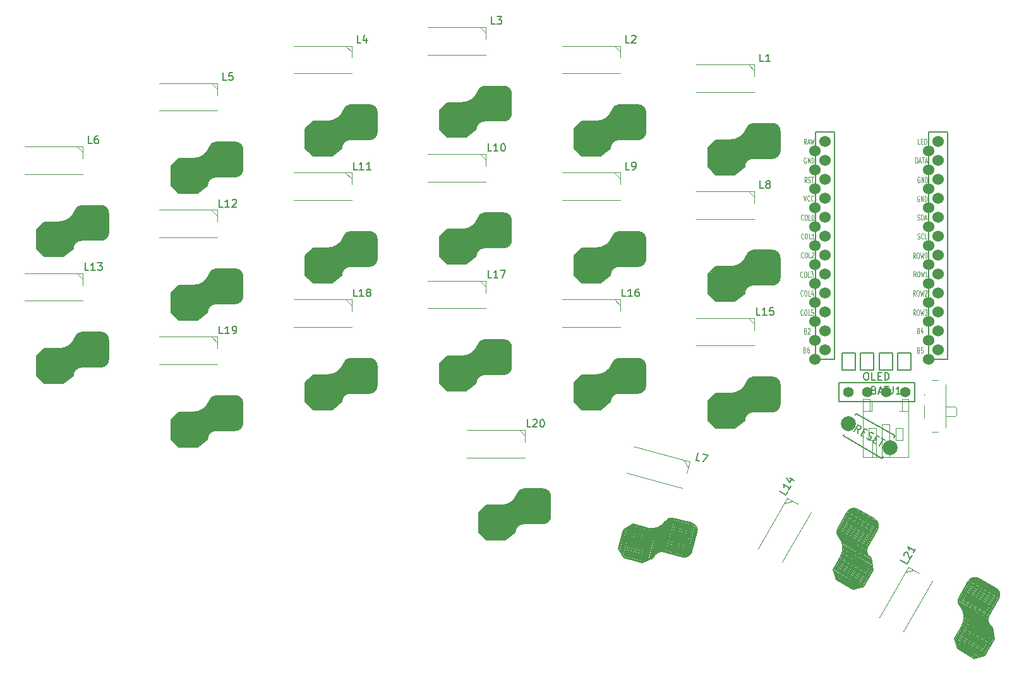
<source format=gbr>
G04 #@! TF.GenerationSoftware,KiCad,Pcbnew,7.0.8*
G04 #@! TF.CreationDate,2024-02-29T00:10:42-05:00*
G04 #@! TF.ProjectId,heawood4,68656177-6f6f-4643-942e-6b696361645f,1.0*
G04 #@! TF.SameCoordinates,Original*
G04 #@! TF.FileFunction,Legend,Top*
G04 #@! TF.FilePolarity,Positive*
%FSLAX46Y46*%
G04 Gerber Fmt 4.6, Leading zero omitted, Abs format (unit mm)*
G04 Created by KiCad (PCBNEW 7.0.8) date 2024-02-29 00:10:42*
%MOMM*%
%LPD*%
G01*
G04 APERTURE LIST*
%ADD10C,0.150000*%
%ADD11C,0.125000*%
%ADD12C,0.120000*%
%ADD13C,1.524000*%
%ADD14C,2.000000*%
%ADD15C,1.397000*%
G04 APERTURE END LIST*
D10*
X115657142Y-82554819D02*
X115180952Y-82554819D01*
X115180952Y-82554819D02*
X115180952Y-81554819D01*
X116514285Y-82554819D02*
X115942857Y-82554819D01*
X116228571Y-82554819D02*
X116228571Y-81554819D01*
X116228571Y-81554819D02*
X116133333Y-81697676D01*
X116133333Y-81697676D02*
X116038095Y-81792914D01*
X116038095Y-81792914D02*
X115942857Y-81840533D01*
X117466666Y-82554819D02*
X116895238Y-82554819D01*
X117180952Y-82554819D02*
X117180952Y-81554819D01*
X117180952Y-81554819D02*
X117085714Y-81697676D01*
X117085714Y-81697676D02*
X116990476Y-81792914D01*
X116990476Y-81792914D02*
X116895238Y-81840533D01*
X170133333Y-85054819D02*
X169657143Y-85054819D01*
X169657143Y-85054819D02*
X169657143Y-84054819D01*
X170609524Y-84483390D02*
X170514286Y-84435771D01*
X170514286Y-84435771D02*
X170466667Y-84388152D01*
X170466667Y-84388152D02*
X170419048Y-84292914D01*
X170419048Y-84292914D02*
X170419048Y-84245295D01*
X170419048Y-84245295D02*
X170466667Y-84150057D01*
X170466667Y-84150057D02*
X170514286Y-84102438D01*
X170514286Y-84102438D02*
X170609524Y-84054819D01*
X170609524Y-84054819D02*
X170800000Y-84054819D01*
X170800000Y-84054819D02*
X170895238Y-84102438D01*
X170895238Y-84102438D02*
X170942857Y-84150057D01*
X170942857Y-84150057D02*
X170990476Y-84245295D01*
X170990476Y-84245295D02*
X170990476Y-84292914D01*
X170990476Y-84292914D02*
X170942857Y-84388152D01*
X170942857Y-84388152D02*
X170895238Y-84435771D01*
X170895238Y-84435771D02*
X170800000Y-84483390D01*
X170800000Y-84483390D02*
X170609524Y-84483390D01*
X170609524Y-84483390D02*
X170514286Y-84531009D01*
X170514286Y-84531009D02*
X170466667Y-84578628D01*
X170466667Y-84578628D02*
X170419048Y-84673866D01*
X170419048Y-84673866D02*
X170419048Y-84864342D01*
X170419048Y-84864342D02*
X170466667Y-84959580D01*
X170466667Y-84959580D02*
X170514286Y-85007200D01*
X170514286Y-85007200D02*
X170609524Y-85054819D01*
X170609524Y-85054819D02*
X170800000Y-85054819D01*
X170800000Y-85054819D02*
X170895238Y-85007200D01*
X170895238Y-85007200D02*
X170942857Y-84959580D01*
X170942857Y-84959580D02*
X170990476Y-84864342D01*
X170990476Y-84864342D02*
X170990476Y-84673866D01*
X170990476Y-84673866D02*
X170942857Y-84578628D01*
X170942857Y-84578628D02*
X170895238Y-84531009D01*
X170895238Y-84531009D02*
X170800000Y-84483390D01*
X97657142Y-104554819D02*
X97180952Y-104554819D01*
X97180952Y-104554819D02*
X97180952Y-103554819D01*
X98514285Y-104554819D02*
X97942857Y-104554819D01*
X98228571Y-104554819D02*
X98228571Y-103554819D01*
X98228571Y-103554819D02*
X98133333Y-103697676D01*
X98133333Y-103697676D02*
X98038095Y-103792914D01*
X98038095Y-103792914D02*
X97942857Y-103840533D01*
X98990476Y-104554819D02*
X99180952Y-104554819D01*
X99180952Y-104554819D02*
X99276190Y-104507200D01*
X99276190Y-104507200D02*
X99323809Y-104459580D01*
X99323809Y-104459580D02*
X99419047Y-104316723D01*
X99419047Y-104316723D02*
X99466666Y-104126247D01*
X99466666Y-104126247D02*
X99466666Y-103745295D01*
X99466666Y-103745295D02*
X99419047Y-103650057D01*
X99419047Y-103650057D02*
X99371428Y-103602438D01*
X99371428Y-103602438D02*
X99276190Y-103554819D01*
X99276190Y-103554819D02*
X99085714Y-103554819D01*
X99085714Y-103554819D02*
X98990476Y-103602438D01*
X98990476Y-103602438D02*
X98942857Y-103650057D01*
X98942857Y-103650057D02*
X98895238Y-103745295D01*
X98895238Y-103745295D02*
X98895238Y-103983390D01*
X98895238Y-103983390D02*
X98942857Y-104078628D01*
X98942857Y-104078628D02*
X98990476Y-104126247D01*
X98990476Y-104126247D02*
X99085714Y-104173866D01*
X99085714Y-104173866D02*
X99276190Y-104173866D01*
X99276190Y-104173866D02*
X99371428Y-104126247D01*
X99371428Y-104126247D02*
X99419047Y-104078628D01*
X99419047Y-104078628D02*
X99466666Y-103983390D01*
X116133333Y-65554819D02*
X115657143Y-65554819D01*
X115657143Y-65554819D02*
X115657143Y-64554819D01*
X116895238Y-64888152D02*
X116895238Y-65554819D01*
X116657143Y-64507200D02*
X116419048Y-65221485D01*
X116419048Y-65221485D02*
X117038095Y-65221485D01*
X161505964Y-121620075D02*
X161046000Y-121496827D01*
X161046000Y-121496827D02*
X161304819Y-120530902D01*
X161994766Y-120715772D02*
X162638717Y-120888318D01*
X162638717Y-120888318D02*
X161965929Y-121743322D01*
X173313868Y-125744205D02*
X173075772Y-126156598D01*
X173075772Y-126156598D02*
X172209747Y-125656598D01*
X173742439Y-125001897D02*
X173456725Y-125496769D01*
X173599582Y-125249333D02*
X172733557Y-124749333D01*
X172733557Y-124749333D02*
X172809656Y-124903240D01*
X172809656Y-124903240D02*
X172844515Y-125033338D01*
X172844515Y-125033338D02*
X172838135Y-125139626D01*
X173593660Y-123926256D02*
X174171011Y-124259590D01*
X173144698Y-123941977D02*
X173644240Y-124505316D01*
X173644240Y-124505316D02*
X173953764Y-123969205D01*
X189563868Y-134994205D02*
X189325772Y-135406598D01*
X189325772Y-135406598D02*
X188459747Y-134906598D01*
X188923178Y-134294388D02*
X188905748Y-134229339D01*
X188905748Y-134229339D02*
X188912128Y-134123051D01*
X188912128Y-134123051D02*
X189031176Y-133916854D01*
X189031176Y-133916854D02*
X189120034Y-133858185D01*
X189120034Y-133858185D02*
X189185083Y-133840755D01*
X189185083Y-133840755D02*
X189291371Y-133847135D01*
X189291371Y-133847135D02*
X189373850Y-133894754D01*
X189373850Y-133894754D02*
X189473758Y-134007422D01*
X189473758Y-134007422D02*
X189682915Y-134788008D01*
X189682915Y-134788008D02*
X189992439Y-134251897D01*
X190468630Y-133427111D02*
X190182915Y-133921983D01*
X190325773Y-133674547D02*
X189459747Y-133174547D01*
X189459747Y-133174547D02*
X189535846Y-133328454D01*
X189535846Y-133328454D02*
X189570706Y-133458552D01*
X189570706Y-133458552D02*
X189564326Y-133564840D01*
X98133333Y-70554819D02*
X97657143Y-70554819D01*
X97657143Y-70554819D02*
X97657143Y-69554819D01*
X98942857Y-69554819D02*
X98466667Y-69554819D01*
X98466667Y-69554819D02*
X98419048Y-70031009D01*
X98419048Y-70031009D02*
X98466667Y-69983390D01*
X98466667Y-69983390D02*
X98561905Y-69935771D01*
X98561905Y-69935771D02*
X98800000Y-69935771D01*
X98800000Y-69935771D02*
X98895238Y-69983390D01*
X98895238Y-69983390D02*
X98942857Y-70031009D01*
X98942857Y-70031009D02*
X98990476Y-70126247D01*
X98990476Y-70126247D02*
X98990476Y-70364342D01*
X98990476Y-70364342D02*
X98942857Y-70459580D01*
X98942857Y-70459580D02*
X98895238Y-70507200D01*
X98895238Y-70507200D02*
X98800000Y-70554819D01*
X98800000Y-70554819D02*
X98561905Y-70554819D01*
X98561905Y-70554819D02*
X98466667Y-70507200D01*
X98466667Y-70507200D02*
X98419048Y-70459580D01*
X134133333Y-63054819D02*
X133657143Y-63054819D01*
X133657143Y-63054819D02*
X133657143Y-62054819D01*
X134371429Y-62054819D02*
X134990476Y-62054819D01*
X134990476Y-62054819D02*
X134657143Y-62435771D01*
X134657143Y-62435771D02*
X134800000Y-62435771D01*
X134800000Y-62435771D02*
X134895238Y-62483390D01*
X134895238Y-62483390D02*
X134942857Y-62531009D01*
X134942857Y-62531009D02*
X134990476Y-62626247D01*
X134990476Y-62626247D02*
X134990476Y-62864342D01*
X134990476Y-62864342D02*
X134942857Y-62959580D01*
X134942857Y-62959580D02*
X134895238Y-63007200D01*
X134895238Y-63007200D02*
X134800000Y-63054819D01*
X134800000Y-63054819D02*
X134514286Y-63054819D01*
X134514286Y-63054819D02*
X134419048Y-63007200D01*
X134419048Y-63007200D02*
X134371429Y-62959580D01*
X152133333Y-65554819D02*
X151657143Y-65554819D01*
X151657143Y-65554819D02*
X151657143Y-64554819D01*
X152419048Y-64650057D02*
X152466667Y-64602438D01*
X152466667Y-64602438D02*
X152561905Y-64554819D01*
X152561905Y-64554819D02*
X152800000Y-64554819D01*
X152800000Y-64554819D02*
X152895238Y-64602438D01*
X152895238Y-64602438D02*
X152942857Y-64650057D01*
X152942857Y-64650057D02*
X152990476Y-64745295D01*
X152990476Y-64745295D02*
X152990476Y-64840533D01*
X152990476Y-64840533D02*
X152942857Y-64983390D01*
X152942857Y-64983390D02*
X152371429Y-65554819D01*
X152371429Y-65554819D02*
X152990476Y-65554819D01*
X170133333Y-68054819D02*
X169657143Y-68054819D01*
X169657143Y-68054819D02*
X169657143Y-67054819D01*
X170990476Y-68054819D02*
X170419048Y-68054819D01*
X170704762Y-68054819D02*
X170704762Y-67054819D01*
X170704762Y-67054819D02*
X170609524Y-67197676D01*
X170609524Y-67197676D02*
X170514286Y-67292914D01*
X170514286Y-67292914D02*
X170419048Y-67340533D01*
X79657142Y-96054819D02*
X79180952Y-96054819D01*
X79180952Y-96054819D02*
X79180952Y-95054819D01*
X80514285Y-96054819D02*
X79942857Y-96054819D01*
X80228571Y-96054819D02*
X80228571Y-95054819D01*
X80228571Y-95054819D02*
X80133333Y-95197676D01*
X80133333Y-95197676D02*
X80038095Y-95292914D01*
X80038095Y-95292914D02*
X79942857Y-95340533D01*
X80847619Y-95054819D02*
X81466666Y-95054819D01*
X81466666Y-95054819D02*
X81133333Y-95435771D01*
X81133333Y-95435771D02*
X81276190Y-95435771D01*
X81276190Y-95435771D02*
X81371428Y-95483390D01*
X81371428Y-95483390D02*
X81419047Y-95531009D01*
X81419047Y-95531009D02*
X81466666Y-95626247D01*
X81466666Y-95626247D02*
X81466666Y-95864342D01*
X81466666Y-95864342D02*
X81419047Y-95959580D01*
X81419047Y-95959580D02*
X81371428Y-96007200D01*
X81371428Y-96007200D02*
X81276190Y-96054819D01*
X81276190Y-96054819D02*
X80990476Y-96054819D01*
X80990476Y-96054819D02*
X80895238Y-96007200D01*
X80895238Y-96007200D02*
X80847619Y-95959580D01*
X97657142Y-87554819D02*
X97180952Y-87554819D01*
X97180952Y-87554819D02*
X97180952Y-86554819D01*
X98514285Y-87554819D02*
X97942857Y-87554819D01*
X98228571Y-87554819D02*
X98228571Y-86554819D01*
X98228571Y-86554819D02*
X98133333Y-86697676D01*
X98133333Y-86697676D02*
X98038095Y-86792914D01*
X98038095Y-86792914D02*
X97942857Y-86840533D01*
X98895238Y-86650057D02*
X98942857Y-86602438D01*
X98942857Y-86602438D02*
X99038095Y-86554819D01*
X99038095Y-86554819D02*
X99276190Y-86554819D01*
X99276190Y-86554819D02*
X99371428Y-86602438D01*
X99371428Y-86602438D02*
X99419047Y-86650057D01*
X99419047Y-86650057D02*
X99466666Y-86745295D01*
X99466666Y-86745295D02*
X99466666Y-86840533D01*
X99466666Y-86840533D02*
X99419047Y-86983390D01*
X99419047Y-86983390D02*
X98847619Y-87554819D01*
X98847619Y-87554819D02*
X99466666Y-87554819D01*
X133657142Y-80054819D02*
X133180952Y-80054819D01*
X133180952Y-80054819D02*
X133180952Y-79054819D01*
X134514285Y-80054819D02*
X133942857Y-80054819D01*
X134228571Y-80054819D02*
X134228571Y-79054819D01*
X134228571Y-79054819D02*
X134133333Y-79197676D01*
X134133333Y-79197676D02*
X134038095Y-79292914D01*
X134038095Y-79292914D02*
X133942857Y-79340533D01*
X135133333Y-79054819D02*
X135228571Y-79054819D01*
X135228571Y-79054819D02*
X135323809Y-79102438D01*
X135323809Y-79102438D02*
X135371428Y-79150057D01*
X135371428Y-79150057D02*
X135419047Y-79245295D01*
X135419047Y-79245295D02*
X135466666Y-79435771D01*
X135466666Y-79435771D02*
X135466666Y-79673866D01*
X135466666Y-79673866D02*
X135419047Y-79864342D01*
X135419047Y-79864342D02*
X135371428Y-79959580D01*
X135371428Y-79959580D02*
X135323809Y-80007200D01*
X135323809Y-80007200D02*
X135228571Y-80054819D01*
X135228571Y-80054819D02*
X135133333Y-80054819D01*
X135133333Y-80054819D02*
X135038095Y-80007200D01*
X135038095Y-80007200D02*
X134990476Y-79959580D01*
X134990476Y-79959580D02*
X134942857Y-79864342D01*
X134942857Y-79864342D02*
X134895238Y-79673866D01*
X134895238Y-79673866D02*
X134895238Y-79435771D01*
X134895238Y-79435771D02*
X134942857Y-79245295D01*
X134942857Y-79245295D02*
X134990476Y-79150057D01*
X134990476Y-79150057D02*
X135038095Y-79102438D01*
X135038095Y-79102438D02*
X135133333Y-79054819D01*
X152133333Y-82554819D02*
X151657143Y-82554819D01*
X151657143Y-82554819D02*
X151657143Y-81554819D01*
X152514286Y-82554819D02*
X152704762Y-82554819D01*
X152704762Y-82554819D02*
X152800000Y-82507200D01*
X152800000Y-82507200D02*
X152847619Y-82459580D01*
X152847619Y-82459580D02*
X152942857Y-82316723D01*
X152942857Y-82316723D02*
X152990476Y-82126247D01*
X152990476Y-82126247D02*
X152990476Y-81745295D01*
X152990476Y-81745295D02*
X152942857Y-81650057D01*
X152942857Y-81650057D02*
X152895238Y-81602438D01*
X152895238Y-81602438D02*
X152800000Y-81554819D01*
X152800000Y-81554819D02*
X152609524Y-81554819D01*
X152609524Y-81554819D02*
X152514286Y-81602438D01*
X152514286Y-81602438D02*
X152466667Y-81650057D01*
X152466667Y-81650057D02*
X152419048Y-81745295D01*
X152419048Y-81745295D02*
X152419048Y-81983390D01*
X152419048Y-81983390D02*
X152466667Y-82078628D01*
X152466667Y-82078628D02*
X152514286Y-82126247D01*
X152514286Y-82126247D02*
X152609524Y-82173866D01*
X152609524Y-82173866D02*
X152800000Y-82173866D01*
X152800000Y-82173866D02*
X152895238Y-82126247D01*
X152895238Y-82126247D02*
X152942857Y-82078628D01*
X152942857Y-82078628D02*
X152990476Y-81983390D01*
X138907142Y-117054819D02*
X138430952Y-117054819D01*
X138430952Y-117054819D02*
X138430952Y-116054819D01*
X139192857Y-116150057D02*
X139240476Y-116102438D01*
X139240476Y-116102438D02*
X139335714Y-116054819D01*
X139335714Y-116054819D02*
X139573809Y-116054819D01*
X139573809Y-116054819D02*
X139669047Y-116102438D01*
X139669047Y-116102438D02*
X139716666Y-116150057D01*
X139716666Y-116150057D02*
X139764285Y-116245295D01*
X139764285Y-116245295D02*
X139764285Y-116340533D01*
X139764285Y-116340533D02*
X139716666Y-116483390D01*
X139716666Y-116483390D02*
X139145238Y-117054819D01*
X139145238Y-117054819D02*
X139764285Y-117054819D01*
X140383333Y-116054819D02*
X140478571Y-116054819D01*
X140478571Y-116054819D02*
X140573809Y-116102438D01*
X140573809Y-116102438D02*
X140621428Y-116150057D01*
X140621428Y-116150057D02*
X140669047Y-116245295D01*
X140669047Y-116245295D02*
X140716666Y-116435771D01*
X140716666Y-116435771D02*
X140716666Y-116673866D01*
X140716666Y-116673866D02*
X140669047Y-116864342D01*
X140669047Y-116864342D02*
X140621428Y-116959580D01*
X140621428Y-116959580D02*
X140573809Y-117007200D01*
X140573809Y-117007200D02*
X140478571Y-117054819D01*
X140478571Y-117054819D02*
X140383333Y-117054819D01*
X140383333Y-117054819D02*
X140288095Y-117007200D01*
X140288095Y-117007200D02*
X140240476Y-116959580D01*
X140240476Y-116959580D02*
X140192857Y-116864342D01*
X140192857Y-116864342D02*
X140145238Y-116673866D01*
X140145238Y-116673866D02*
X140145238Y-116435771D01*
X140145238Y-116435771D02*
X140192857Y-116245295D01*
X140192857Y-116245295D02*
X140240476Y-116150057D01*
X140240476Y-116150057D02*
X140288095Y-116102438D01*
X140288095Y-116102438D02*
X140383333Y-116054819D01*
X115657142Y-99554819D02*
X115180952Y-99554819D01*
X115180952Y-99554819D02*
X115180952Y-98554819D01*
X116514285Y-99554819D02*
X115942857Y-99554819D01*
X116228571Y-99554819D02*
X116228571Y-98554819D01*
X116228571Y-98554819D02*
X116133333Y-98697676D01*
X116133333Y-98697676D02*
X116038095Y-98792914D01*
X116038095Y-98792914D02*
X115942857Y-98840533D01*
X117085714Y-98983390D02*
X116990476Y-98935771D01*
X116990476Y-98935771D02*
X116942857Y-98888152D01*
X116942857Y-98888152D02*
X116895238Y-98792914D01*
X116895238Y-98792914D02*
X116895238Y-98745295D01*
X116895238Y-98745295D02*
X116942857Y-98650057D01*
X116942857Y-98650057D02*
X116990476Y-98602438D01*
X116990476Y-98602438D02*
X117085714Y-98554819D01*
X117085714Y-98554819D02*
X117276190Y-98554819D01*
X117276190Y-98554819D02*
X117371428Y-98602438D01*
X117371428Y-98602438D02*
X117419047Y-98650057D01*
X117419047Y-98650057D02*
X117466666Y-98745295D01*
X117466666Y-98745295D02*
X117466666Y-98792914D01*
X117466666Y-98792914D02*
X117419047Y-98888152D01*
X117419047Y-98888152D02*
X117371428Y-98935771D01*
X117371428Y-98935771D02*
X117276190Y-98983390D01*
X117276190Y-98983390D02*
X117085714Y-98983390D01*
X117085714Y-98983390D02*
X116990476Y-99031009D01*
X116990476Y-99031009D02*
X116942857Y-99078628D01*
X116942857Y-99078628D02*
X116895238Y-99173866D01*
X116895238Y-99173866D02*
X116895238Y-99364342D01*
X116895238Y-99364342D02*
X116942857Y-99459580D01*
X116942857Y-99459580D02*
X116990476Y-99507200D01*
X116990476Y-99507200D02*
X117085714Y-99554819D01*
X117085714Y-99554819D02*
X117276190Y-99554819D01*
X117276190Y-99554819D02*
X117371428Y-99507200D01*
X117371428Y-99507200D02*
X117419047Y-99459580D01*
X117419047Y-99459580D02*
X117466666Y-99364342D01*
X117466666Y-99364342D02*
X117466666Y-99173866D01*
X117466666Y-99173866D02*
X117419047Y-99078628D01*
X117419047Y-99078628D02*
X117371428Y-99031009D01*
X117371428Y-99031009D02*
X117276190Y-98983390D01*
X133657142Y-97054819D02*
X133180952Y-97054819D01*
X133180952Y-97054819D02*
X133180952Y-96054819D01*
X134514285Y-97054819D02*
X133942857Y-97054819D01*
X134228571Y-97054819D02*
X134228571Y-96054819D01*
X134228571Y-96054819D02*
X134133333Y-96197676D01*
X134133333Y-96197676D02*
X134038095Y-96292914D01*
X134038095Y-96292914D02*
X133942857Y-96340533D01*
X134847619Y-96054819D02*
X135514285Y-96054819D01*
X135514285Y-96054819D02*
X135085714Y-97054819D01*
X151657142Y-99554819D02*
X151180952Y-99554819D01*
X151180952Y-99554819D02*
X151180952Y-98554819D01*
X152514285Y-99554819D02*
X151942857Y-99554819D01*
X152228571Y-99554819D02*
X152228571Y-98554819D01*
X152228571Y-98554819D02*
X152133333Y-98697676D01*
X152133333Y-98697676D02*
X152038095Y-98792914D01*
X152038095Y-98792914D02*
X151942857Y-98840533D01*
X153371428Y-98554819D02*
X153180952Y-98554819D01*
X153180952Y-98554819D02*
X153085714Y-98602438D01*
X153085714Y-98602438D02*
X153038095Y-98650057D01*
X153038095Y-98650057D02*
X152942857Y-98792914D01*
X152942857Y-98792914D02*
X152895238Y-98983390D01*
X152895238Y-98983390D02*
X152895238Y-99364342D01*
X152895238Y-99364342D02*
X152942857Y-99459580D01*
X152942857Y-99459580D02*
X152990476Y-99507200D01*
X152990476Y-99507200D02*
X153085714Y-99554819D01*
X153085714Y-99554819D02*
X153276190Y-99554819D01*
X153276190Y-99554819D02*
X153371428Y-99507200D01*
X153371428Y-99507200D02*
X153419047Y-99459580D01*
X153419047Y-99459580D02*
X153466666Y-99364342D01*
X153466666Y-99364342D02*
X153466666Y-99126247D01*
X153466666Y-99126247D02*
X153419047Y-99031009D01*
X153419047Y-99031009D02*
X153371428Y-98983390D01*
X153371428Y-98983390D02*
X153276190Y-98935771D01*
X153276190Y-98935771D02*
X153085714Y-98935771D01*
X153085714Y-98935771D02*
X152990476Y-98983390D01*
X152990476Y-98983390D02*
X152942857Y-99031009D01*
X152942857Y-99031009D02*
X152895238Y-99126247D01*
X169657142Y-102054819D02*
X169180952Y-102054819D01*
X169180952Y-102054819D02*
X169180952Y-101054819D01*
X170514285Y-102054819D02*
X169942857Y-102054819D01*
X170228571Y-102054819D02*
X170228571Y-101054819D01*
X170228571Y-101054819D02*
X170133333Y-101197676D01*
X170133333Y-101197676D02*
X170038095Y-101292914D01*
X170038095Y-101292914D02*
X169942857Y-101340533D01*
X171419047Y-101054819D02*
X170942857Y-101054819D01*
X170942857Y-101054819D02*
X170895238Y-101531009D01*
X170895238Y-101531009D02*
X170942857Y-101483390D01*
X170942857Y-101483390D02*
X171038095Y-101435771D01*
X171038095Y-101435771D02*
X171276190Y-101435771D01*
X171276190Y-101435771D02*
X171371428Y-101483390D01*
X171371428Y-101483390D02*
X171419047Y-101531009D01*
X171419047Y-101531009D02*
X171466666Y-101626247D01*
X171466666Y-101626247D02*
X171466666Y-101864342D01*
X171466666Y-101864342D02*
X171419047Y-101959580D01*
X171419047Y-101959580D02*
X171371428Y-102007200D01*
X171371428Y-102007200D02*
X171276190Y-102054819D01*
X171276190Y-102054819D02*
X171038095Y-102054819D01*
X171038095Y-102054819D02*
X170942857Y-102007200D01*
X170942857Y-102007200D02*
X170895238Y-101959580D01*
X80133333Y-79054819D02*
X79657143Y-79054819D01*
X79657143Y-79054819D02*
X79657143Y-78054819D01*
X80895238Y-78054819D02*
X80704762Y-78054819D01*
X80704762Y-78054819D02*
X80609524Y-78102438D01*
X80609524Y-78102438D02*
X80561905Y-78150057D01*
X80561905Y-78150057D02*
X80466667Y-78292914D01*
X80466667Y-78292914D02*
X80419048Y-78483390D01*
X80419048Y-78483390D02*
X80419048Y-78864342D01*
X80419048Y-78864342D02*
X80466667Y-78959580D01*
X80466667Y-78959580D02*
X80514286Y-79007200D01*
X80514286Y-79007200D02*
X80609524Y-79054819D01*
X80609524Y-79054819D02*
X80800000Y-79054819D01*
X80800000Y-79054819D02*
X80895238Y-79007200D01*
X80895238Y-79007200D02*
X80942857Y-78959580D01*
X80942857Y-78959580D02*
X80990476Y-78864342D01*
X80990476Y-78864342D02*
X80990476Y-78626247D01*
X80990476Y-78626247D02*
X80942857Y-78531009D01*
X80942857Y-78531009D02*
X80895238Y-78483390D01*
X80895238Y-78483390D02*
X80800000Y-78435771D01*
X80800000Y-78435771D02*
X80609524Y-78435771D01*
X80609524Y-78435771D02*
X80514286Y-78483390D01*
X80514286Y-78483390D02*
X80466667Y-78531009D01*
X80466667Y-78531009D02*
X80419048Y-78626247D01*
X184904761Y-112131009D02*
X185047618Y-112178628D01*
X185047618Y-112178628D02*
X185095237Y-112226247D01*
X185095237Y-112226247D02*
X185142856Y-112321485D01*
X185142856Y-112321485D02*
X185142856Y-112464342D01*
X185142856Y-112464342D02*
X185095237Y-112559580D01*
X185095237Y-112559580D02*
X185047618Y-112607200D01*
X185047618Y-112607200D02*
X184952380Y-112654819D01*
X184952380Y-112654819D02*
X184571428Y-112654819D01*
X184571428Y-112654819D02*
X184571428Y-111654819D01*
X184571428Y-111654819D02*
X184904761Y-111654819D01*
X184904761Y-111654819D02*
X184999999Y-111702438D01*
X184999999Y-111702438D02*
X185047618Y-111750057D01*
X185047618Y-111750057D02*
X185095237Y-111845295D01*
X185095237Y-111845295D02*
X185095237Y-111940533D01*
X185095237Y-111940533D02*
X185047618Y-112035771D01*
X185047618Y-112035771D02*
X184999999Y-112083390D01*
X184999999Y-112083390D02*
X184904761Y-112131009D01*
X184904761Y-112131009D02*
X184571428Y-112131009D01*
X185523809Y-112369104D02*
X185999999Y-112369104D01*
X185428571Y-112654819D02*
X185761904Y-111654819D01*
X185761904Y-111654819D02*
X186095237Y-112654819D01*
X186285714Y-111654819D02*
X186857142Y-111654819D01*
X186571428Y-112654819D02*
X186571428Y-111654819D01*
X187476190Y-111654819D02*
X187476190Y-112369104D01*
X187476190Y-112369104D02*
X187428571Y-112511961D01*
X187428571Y-112511961D02*
X187333333Y-112607200D01*
X187333333Y-112607200D02*
X187190476Y-112654819D01*
X187190476Y-112654819D02*
X187095238Y-112654819D01*
X188476190Y-112654819D02*
X187904762Y-112654819D01*
X188190476Y-112654819D02*
X188190476Y-111654819D01*
X188190476Y-111654819D02*
X188095238Y-111797676D01*
X188095238Y-111797676D02*
X188000000Y-111892914D01*
X188000000Y-111892914D02*
X187904762Y-111940533D01*
D11*
X190494547Y-96932464D02*
X190327881Y-96575321D01*
X190208833Y-96932464D02*
X190208833Y-96182464D01*
X190208833Y-96182464D02*
X190399309Y-96182464D01*
X190399309Y-96182464D02*
X190446928Y-96218178D01*
X190446928Y-96218178D02*
X190470738Y-96253892D01*
X190470738Y-96253892D02*
X190494547Y-96325321D01*
X190494547Y-96325321D02*
X190494547Y-96432464D01*
X190494547Y-96432464D02*
X190470738Y-96503892D01*
X190470738Y-96503892D02*
X190446928Y-96539607D01*
X190446928Y-96539607D02*
X190399309Y-96575321D01*
X190399309Y-96575321D02*
X190208833Y-96575321D01*
X190804071Y-96182464D02*
X190899309Y-96182464D01*
X190899309Y-96182464D02*
X190946928Y-96218178D01*
X190946928Y-96218178D02*
X190994547Y-96289607D01*
X190994547Y-96289607D02*
X191018357Y-96432464D01*
X191018357Y-96432464D02*
X191018357Y-96682464D01*
X191018357Y-96682464D02*
X190994547Y-96825321D01*
X190994547Y-96825321D02*
X190946928Y-96896750D01*
X190946928Y-96896750D02*
X190899309Y-96932464D01*
X190899309Y-96932464D02*
X190804071Y-96932464D01*
X190804071Y-96932464D02*
X190756452Y-96896750D01*
X190756452Y-96896750D02*
X190708833Y-96825321D01*
X190708833Y-96825321D02*
X190685024Y-96682464D01*
X190685024Y-96682464D02*
X190685024Y-96432464D01*
X190685024Y-96432464D02*
X190708833Y-96289607D01*
X190708833Y-96289607D02*
X190756452Y-96218178D01*
X190756452Y-96218178D02*
X190804071Y-96182464D01*
X191185024Y-96182464D02*
X191304072Y-96932464D01*
X191304072Y-96932464D02*
X191399310Y-96396750D01*
X191399310Y-96396750D02*
X191494548Y-96932464D01*
X191494548Y-96932464D02*
X191613596Y-96182464D01*
X192065977Y-96932464D02*
X191780263Y-96932464D01*
X191923120Y-96932464D02*
X191923120Y-96182464D01*
X191923120Y-96182464D02*
X191875501Y-96289607D01*
X191875501Y-96289607D02*
X191827882Y-96361035D01*
X191827882Y-96361035D02*
X191780263Y-96396750D01*
X175377880Y-99409035D02*
X175354071Y-99444750D01*
X175354071Y-99444750D02*
X175282642Y-99480464D01*
X175282642Y-99480464D02*
X175235023Y-99480464D01*
X175235023Y-99480464D02*
X175163595Y-99444750D01*
X175163595Y-99444750D02*
X175115976Y-99373321D01*
X175115976Y-99373321D02*
X175092166Y-99301892D01*
X175092166Y-99301892D02*
X175068357Y-99159035D01*
X175068357Y-99159035D02*
X175068357Y-99051892D01*
X175068357Y-99051892D02*
X175092166Y-98909035D01*
X175092166Y-98909035D02*
X175115976Y-98837607D01*
X175115976Y-98837607D02*
X175163595Y-98766178D01*
X175163595Y-98766178D02*
X175235023Y-98730464D01*
X175235023Y-98730464D02*
X175282642Y-98730464D01*
X175282642Y-98730464D02*
X175354071Y-98766178D01*
X175354071Y-98766178D02*
X175377880Y-98801892D01*
X175687404Y-98730464D02*
X175782642Y-98730464D01*
X175782642Y-98730464D02*
X175830261Y-98766178D01*
X175830261Y-98766178D02*
X175877880Y-98837607D01*
X175877880Y-98837607D02*
X175901690Y-98980464D01*
X175901690Y-98980464D02*
X175901690Y-99230464D01*
X175901690Y-99230464D02*
X175877880Y-99373321D01*
X175877880Y-99373321D02*
X175830261Y-99444750D01*
X175830261Y-99444750D02*
X175782642Y-99480464D01*
X175782642Y-99480464D02*
X175687404Y-99480464D01*
X175687404Y-99480464D02*
X175639785Y-99444750D01*
X175639785Y-99444750D02*
X175592166Y-99373321D01*
X175592166Y-99373321D02*
X175568357Y-99230464D01*
X175568357Y-99230464D02*
X175568357Y-98980464D01*
X175568357Y-98980464D02*
X175592166Y-98837607D01*
X175592166Y-98837607D02*
X175639785Y-98766178D01*
X175639785Y-98766178D02*
X175687404Y-98730464D01*
X176354071Y-99480464D02*
X176115976Y-99480464D01*
X176115976Y-99480464D02*
X176115976Y-98730464D01*
X176735024Y-98980464D02*
X176735024Y-99480464D01*
X176615976Y-98694750D02*
X176496929Y-99230464D01*
X176496929Y-99230464D02*
X176806452Y-99230464D01*
X190444547Y-99480464D02*
X190277881Y-99123321D01*
X190158833Y-99480464D02*
X190158833Y-98730464D01*
X190158833Y-98730464D02*
X190349309Y-98730464D01*
X190349309Y-98730464D02*
X190396928Y-98766178D01*
X190396928Y-98766178D02*
X190420738Y-98801892D01*
X190420738Y-98801892D02*
X190444547Y-98873321D01*
X190444547Y-98873321D02*
X190444547Y-98980464D01*
X190444547Y-98980464D02*
X190420738Y-99051892D01*
X190420738Y-99051892D02*
X190396928Y-99087607D01*
X190396928Y-99087607D02*
X190349309Y-99123321D01*
X190349309Y-99123321D02*
X190158833Y-99123321D01*
X190754071Y-98730464D02*
X190849309Y-98730464D01*
X190849309Y-98730464D02*
X190896928Y-98766178D01*
X190896928Y-98766178D02*
X190944547Y-98837607D01*
X190944547Y-98837607D02*
X190968357Y-98980464D01*
X190968357Y-98980464D02*
X190968357Y-99230464D01*
X190968357Y-99230464D02*
X190944547Y-99373321D01*
X190944547Y-99373321D02*
X190896928Y-99444750D01*
X190896928Y-99444750D02*
X190849309Y-99480464D01*
X190849309Y-99480464D02*
X190754071Y-99480464D01*
X190754071Y-99480464D02*
X190706452Y-99444750D01*
X190706452Y-99444750D02*
X190658833Y-99373321D01*
X190658833Y-99373321D02*
X190635024Y-99230464D01*
X190635024Y-99230464D02*
X190635024Y-98980464D01*
X190635024Y-98980464D02*
X190658833Y-98837607D01*
X190658833Y-98837607D02*
X190706452Y-98766178D01*
X190706452Y-98766178D02*
X190754071Y-98730464D01*
X191135024Y-98730464D02*
X191254072Y-99480464D01*
X191254072Y-99480464D02*
X191349310Y-98944750D01*
X191349310Y-98944750D02*
X191444548Y-99480464D01*
X191444548Y-99480464D02*
X191563596Y-98730464D01*
X191730263Y-98801892D02*
X191754072Y-98766178D01*
X191754072Y-98766178D02*
X191801691Y-98730464D01*
X191801691Y-98730464D02*
X191920739Y-98730464D01*
X191920739Y-98730464D02*
X191968358Y-98766178D01*
X191968358Y-98766178D02*
X191992167Y-98801892D01*
X191992167Y-98801892D02*
X192015977Y-98873321D01*
X192015977Y-98873321D02*
X192015977Y-98944750D01*
X192015977Y-98944750D02*
X191992167Y-99051892D01*
X191992167Y-99051892D02*
X191706453Y-99480464D01*
X191706453Y-99480464D02*
X192015977Y-99480464D01*
X175377880Y-102004535D02*
X175354071Y-102040250D01*
X175354071Y-102040250D02*
X175282642Y-102075964D01*
X175282642Y-102075964D02*
X175235023Y-102075964D01*
X175235023Y-102075964D02*
X175163595Y-102040250D01*
X175163595Y-102040250D02*
X175115976Y-101968821D01*
X175115976Y-101968821D02*
X175092166Y-101897392D01*
X175092166Y-101897392D02*
X175068357Y-101754535D01*
X175068357Y-101754535D02*
X175068357Y-101647392D01*
X175068357Y-101647392D02*
X175092166Y-101504535D01*
X175092166Y-101504535D02*
X175115976Y-101433107D01*
X175115976Y-101433107D02*
X175163595Y-101361678D01*
X175163595Y-101361678D02*
X175235023Y-101325964D01*
X175235023Y-101325964D02*
X175282642Y-101325964D01*
X175282642Y-101325964D02*
X175354071Y-101361678D01*
X175354071Y-101361678D02*
X175377880Y-101397392D01*
X175687404Y-101325964D02*
X175782642Y-101325964D01*
X175782642Y-101325964D02*
X175830261Y-101361678D01*
X175830261Y-101361678D02*
X175877880Y-101433107D01*
X175877880Y-101433107D02*
X175901690Y-101575964D01*
X175901690Y-101575964D02*
X175901690Y-101825964D01*
X175901690Y-101825964D02*
X175877880Y-101968821D01*
X175877880Y-101968821D02*
X175830261Y-102040250D01*
X175830261Y-102040250D02*
X175782642Y-102075964D01*
X175782642Y-102075964D02*
X175687404Y-102075964D01*
X175687404Y-102075964D02*
X175639785Y-102040250D01*
X175639785Y-102040250D02*
X175592166Y-101968821D01*
X175592166Y-101968821D02*
X175568357Y-101825964D01*
X175568357Y-101825964D02*
X175568357Y-101575964D01*
X175568357Y-101575964D02*
X175592166Y-101433107D01*
X175592166Y-101433107D02*
X175639785Y-101361678D01*
X175639785Y-101361678D02*
X175687404Y-101325964D01*
X176354071Y-102075964D02*
X176115976Y-102075964D01*
X176115976Y-102075964D02*
X176115976Y-101325964D01*
X176758833Y-101325964D02*
X176520738Y-101325964D01*
X176520738Y-101325964D02*
X176496929Y-101683107D01*
X176496929Y-101683107D02*
X176520738Y-101647392D01*
X176520738Y-101647392D02*
X176568357Y-101611678D01*
X176568357Y-101611678D02*
X176687405Y-101611678D01*
X176687405Y-101611678D02*
X176735024Y-101647392D01*
X176735024Y-101647392D02*
X176758833Y-101683107D01*
X176758833Y-101683107D02*
X176782643Y-101754535D01*
X176782643Y-101754535D02*
X176782643Y-101933107D01*
X176782643Y-101933107D02*
X176758833Y-102004535D01*
X176758833Y-102004535D02*
X176735024Y-102040250D01*
X176735024Y-102040250D02*
X176687405Y-102075964D01*
X176687405Y-102075964D02*
X176568357Y-102075964D01*
X176568357Y-102075964D02*
X176520738Y-102040250D01*
X176520738Y-102040250D02*
X176496929Y-102004535D01*
X190444547Y-102075964D02*
X190277881Y-101718821D01*
X190158833Y-102075964D02*
X190158833Y-101325964D01*
X190158833Y-101325964D02*
X190349309Y-101325964D01*
X190349309Y-101325964D02*
X190396928Y-101361678D01*
X190396928Y-101361678D02*
X190420738Y-101397392D01*
X190420738Y-101397392D02*
X190444547Y-101468821D01*
X190444547Y-101468821D02*
X190444547Y-101575964D01*
X190444547Y-101575964D02*
X190420738Y-101647392D01*
X190420738Y-101647392D02*
X190396928Y-101683107D01*
X190396928Y-101683107D02*
X190349309Y-101718821D01*
X190349309Y-101718821D02*
X190158833Y-101718821D01*
X190754071Y-101325964D02*
X190849309Y-101325964D01*
X190849309Y-101325964D02*
X190896928Y-101361678D01*
X190896928Y-101361678D02*
X190944547Y-101433107D01*
X190944547Y-101433107D02*
X190968357Y-101575964D01*
X190968357Y-101575964D02*
X190968357Y-101825964D01*
X190968357Y-101825964D02*
X190944547Y-101968821D01*
X190944547Y-101968821D02*
X190896928Y-102040250D01*
X190896928Y-102040250D02*
X190849309Y-102075964D01*
X190849309Y-102075964D02*
X190754071Y-102075964D01*
X190754071Y-102075964D02*
X190706452Y-102040250D01*
X190706452Y-102040250D02*
X190658833Y-101968821D01*
X190658833Y-101968821D02*
X190635024Y-101825964D01*
X190635024Y-101825964D02*
X190635024Y-101575964D01*
X190635024Y-101575964D02*
X190658833Y-101433107D01*
X190658833Y-101433107D02*
X190706452Y-101361678D01*
X190706452Y-101361678D02*
X190754071Y-101325964D01*
X191135024Y-101325964D02*
X191254072Y-102075964D01*
X191254072Y-102075964D02*
X191349310Y-101540250D01*
X191349310Y-101540250D02*
X191444548Y-102075964D01*
X191444548Y-102075964D02*
X191563596Y-101325964D01*
X191706453Y-101325964D02*
X192015977Y-101325964D01*
X192015977Y-101325964D02*
X191849310Y-101611678D01*
X191849310Y-101611678D02*
X191920739Y-101611678D01*
X191920739Y-101611678D02*
X191968358Y-101647392D01*
X191968358Y-101647392D02*
X191992167Y-101683107D01*
X191992167Y-101683107D02*
X192015977Y-101754535D01*
X192015977Y-101754535D02*
X192015977Y-101933107D01*
X192015977Y-101933107D02*
X191992167Y-102004535D01*
X191992167Y-102004535D02*
X191968358Y-102040250D01*
X191968358Y-102040250D02*
X191920739Y-102075964D01*
X191920739Y-102075964D02*
X191777882Y-102075964D01*
X191777882Y-102075964D02*
X191730263Y-102040250D01*
X191730263Y-102040250D02*
X191706453Y-102004535D01*
X175723119Y-104187607D02*
X175794547Y-104223321D01*
X175794547Y-104223321D02*
X175818357Y-104259035D01*
X175818357Y-104259035D02*
X175842166Y-104330464D01*
X175842166Y-104330464D02*
X175842166Y-104437607D01*
X175842166Y-104437607D02*
X175818357Y-104509035D01*
X175818357Y-104509035D02*
X175794547Y-104544750D01*
X175794547Y-104544750D02*
X175746928Y-104580464D01*
X175746928Y-104580464D02*
X175556452Y-104580464D01*
X175556452Y-104580464D02*
X175556452Y-103830464D01*
X175556452Y-103830464D02*
X175723119Y-103830464D01*
X175723119Y-103830464D02*
X175770738Y-103866178D01*
X175770738Y-103866178D02*
X175794547Y-103901892D01*
X175794547Y-103901892D02*
X175818357Y-103973321D01*
X175818357Y-103973321D02*
X175818357Y-104044750D01*
X175818357Y-104044750D02*
X175794547Y-104116178D01*
X175794547Y-104116178D02*
X175770738Y-104151892D01*
X175770738Y-104151892D02*
X175723119Y-104187607D01*
X175723119Y-104187607D02*
X175556452Y-104187607D01*
X176032643Y-103901892D02*
X176056452Y-103866178D01*
X176056452Y-103866178D02*
X176104071Y-103830464D01*
X176104071Y-103830464D02*
X176223119Y-103830464D01*
X176223119Y-103830464D02*
X176270738Y-103866178D01*
X176270738Y-103866178D02*
X176294547Y-103901892D01*
X176294547Y-103901892D02*
X176318357Y-103973321D01*
X176318357Y-103973321D02*
X176318357Y-104044750D01*
X176318357Y-104044750D02*
X176294547Y-104151892D01*
X176294547Y-104151892D02*
X176008833Y-104580464D01*
X176008833Y-104580464D02*
X176318357Y-104580464D01*
X190873119Y-104159607D02*
X190944547Y-104195321D01*
X190944547Y-104195321D02*
X190968357Y-104231035D01*
X190968357Y-104231035D02*
X190992166Y-104302464D01*
X190992166Y-104302464D02*
X190992166Y-104409607D01*
X190992166Y-104409607D02*
X190968357Y-104481035D01*
X190968357Y-104481035D02*
X190944547Y-104516750D01*
X190944547Y-104516750D02*
X190896928Y-104552464D01*
X190896928Y-104552464D02*
X190706452Y-104552464D01*
X190706452Y-104552464D02*
X190706452Y-103802464D01*
X190706452Y-103802464D02*
X190873119Y-103802464D01*
X190873119Y-103802464D02*
X190920738Y-103838178D01*
X190920738Y-103838178D02*
X190944547Y-103873892D01*
X190944547Y-103873892D02*
X190968357Y-103945321D01*
X190968357Y-103945321D02*
X190968357Y-104016750D01*
X190968357Y-104016750D02*
X190944547Y-104088178D01*
X190944547Y-104088178D02*
X190920738Y-104123892D01*
X190920738Y-104123892D02*
X190873119Y-104159607D01*
X190873119Y-104159607D02*
X190706452Y-104159607D01*
X191420738Y-104052464D02*
X191420738Y-104552464D01*
X191301690Y-103766750D02*
X191182643Y-104302464D01*
X191182643Y-104302464D02*
X191492166Y-104302464D01*
X190873119Y-106763107D02*
X190944547Y-106798821D01*
X190944547Y-106798821D02*
X190968357Y-106834535D01*
X190968357Y-106834535D02*
X190992166Y-106905964D01*
X190992166Y-106905964D02*
X190992166Y-107013107D01*
X190992166Y-107013107D02*
X190968357Y-107084535D01*
X190968357Y-107084535D02*
X190944547Y-107120250D01*
X190944547Y-107120250D02*
X190896928Y-107155964D01*
X190896928Y-107155964D02*
X190706452Y-107155964D01*
X190706452Y-107155964D02*
X190706452Y-106405964D01*
X190706452Y-106405964D02*
X190873119Y-106405964D01*
X190873119Y-106405964D02*
X190920738Y-106441678D01*
X190920738Y-106441678D02*
X190944547Y-106477392D01*
X190944547Y-106477392D02*
X190968357Y-106548821D01*
X190968357Y-106548821D02*
X190968357Y-106620250D01*
X190968357Y-106620250D02*
X190944547Y-106691678D01*
X190944547Y-106691678D02*
X190920738Y-106727392D01*
X190920738Y-106727392D02*
X190873119Y-106763107D01*
X190873119Y-106763107D02*
X190706452Y-106763107D01*
X191444547Y-106405964D02*
X191206452Y-106405964D01*
X191206452Y-106405964D02*
X191182643Y-106763107D01*
X191182643Y-106763107D02*
X191206452Y-106727392D01*
X191206452Y-106727392D02*
X191254071Y-106691678D01*
X191254071Y-106691678D02*
X191373119Y-106691678D01*
X191373119Y-106691678D02*
X191420738Y-106727392D01*
X191420738Y-106727392D02*
X191444547Y-106763107D01*
X191444547Y-106763107D02*
X191468357Y-106834535D01*
X191468357Y-106834535D02*
X191468357Y-107013107D01*
X191468357Y-107013107D02*
X191444547Y-107084535D01*
X191444547Y-107084535D02*
X191420738Y-107120250D01*
X191420738Y-107120250D02*
X191373119Y-107155964D01*
X191373119Y-107155964D02*
X191254071Y-107155964D01*
X191254071Y-107155964D02*
X191206452Y-107120250D01*
X191206452Y-107120250D02*
X191182643Y-107084535D01*
X175623119Y-106737607D02*
X175694547Y-106773321D01*
X175694547Y-106773321D02*
X175718357Y-106809035D01*
X175718357Y-106809035D02*
X175742166Y-106880464D01*
X175742166Y-106880464D02*
X175742166Y-106987607D01*
X175742166Y-106987607D02*
X175718357Y-107059035D01*
X175718357Y-107059035D02*
X175694547Y-107094750D01*
X175694547Y-107094750D02*
X175646928Y-107130464D01*
X175646928Y-107130464D02*
X175456452Y-107130464D01*
X175456452Y-107130464D02*
X175456452Y-106380464D01*
X175456452Y-106380464D02*
X175623119Y-106380464D01*
X175623119Y-106380464D02*
X175670738Y-106416178D01*
X175670738Y-106416178D02*
X175694547Y-106451892D01*
X175694547Y-106451892D02*
X175718357Y-106523321D01*
X175718357Y-106523321D02*
X175718357Y-106594750D01*
X175718357Y-106594750D02*
X175694547Y-106666178D01*
X175694547Y-106666178D02*
X175670738Y-106701892D01*
X175670738Y-106701892D02*
X175623119Y-106737607D01*
X175623119Y-106737607D02*
X175456452Y-106737607D01*
X176170738Y-106380464D02*
X176075500Y-106380464D01*
X176075500Y-106380464D02*
X176027881Y-106416178D01*
X176027881Y-106416178D02*
X176004071Y-106451892D01*
X176004071Y-106451892D02*
X175956452Y-106559035D01*
X175956452Y-106559035D02*
X175932643Y-106701892D01*
X175932643Y-106701892D02*
X175932643Y-106987607D01*
X175932643Y-106987607D02*
X175956452Y-107059035D01*
X175956452Y-107059035D02*
X175980262Y-107094750D01*
X175980262Y-107094750D02*
X176027881Y-107130464D01*
X176027881Y-107130464D02*
X176123119Y-107130464D01*
X176123119Y-107130464D02*
X176170738Y-107094750D01*
X176170738Y-107094750D02*
X176194547Y-107059035D01*
X176194547Y-107059035D02*
X176218357Y-106987607D01*
X176218357Y-106987607D02*
X176218357Y-106809035D01*
X176218357Y-106809035D02*
X176194547Y-106737607D01*
X176194547Y-106737607D02*
X176170738Y-106701892D01*
X176170738Y-106701892D02*
X176123119Y-106666178D01*
X176123119Y-106666178D02*
X176027881Y-106666178D01*
X176027881Y-106666178D02*
X175980262Y-106701892D01*
X175980262Y-106701892D02*
X175956452Y-106737607D01*
X175956452Y-106737607D02*
X175932643Y-106809035D01*
X175427880Y-89259035D02*
X175404071Y-89294750D01*
X175404071Y-89294750D02*
X175332642Y-89330464D01*
X175332642Y-89330464D02*
X175285023Y-89330464D01*
X175285023Y-89330464D02*
X175213595Y-89294750D01*
X175213595Y-89294750D02*
X175165976Y-89223321D01*
X175165976Y-89223321D02*
X175142166Y-89151892D01*
X175142166Y-89151892D02*
X175118357Y-89009035D01*
X175118357Y-89009035D02*
X175118357Y-88901892D01*
X175118357Y-88901892D02*
X175142166Y-88759035D01*
X175142166Y-88759035D02*
X175165976Y-88687607D01*
X175165976Y-88687607D02*
X175213595Y-88616178D01*
X175213595Y-88616178D02*
X175285023Y-88580464D01*
X175285023Y-88580464D02*
X175332642Y-88580464D01*
X175332642Y-88580464D02*
X175404071Y-88616178D01*
X175404071Y-88616178D02*
X175427880Y-88651892D01*
X175737404Y-88580464D02*
X175832642Y-88580464D01*
X175832642Y-88580464D02*
X175880261Y-88616178D01*
X175880261Y-88616178D02*
X175927880Y-88687607D01*
X175927880Y-88687607D02*
X175951690Y-88830464D01*
X175951690Y-88830464D02*
X175951690Y-89080464D01*
X175951690Y-89080464D02*
X175927880Y-89223321D01*
X175927880Y-89223321D02*
X175880261Y-89294750D01*
X175880261Y-89294750D02*
X175832642Y-89330464D01*
X175832642Y-89330464D02*
X175737404Y-89330464D01*
X175737404Y-89330464D02*
X175689785Y-89294750D01*
X175689785Y-89294750D02*
X175642166Y-89223321D01*
X175642166Y-89223321D02*
X175618357Y-89080464D01*
X175618357Y-89080464D02*
X175618357Y-88830464D01*
X175618357Y-88830464D02*
X175642166Y-88687607D01*
X175642166Y-88687607D02*
X175689785Y-88616178D01*
X175689785Y-88616178D02*
X175737404Y-88580464D01*
X176404071Y-89330464D02*
X176165976Y-89330464D01*
X176165976Y-89330464D02*
X176165976Y-88580464D01*
X176665976Y-88580464D02*
X176713595Y-88580464D01*
X176713595Y-88580464D02*
X176761214Y-88616178D01*
X176761214Y-88616178D02*
X176785024Y-88651892D01*
X176785024Y-88651892D02*
X176808833Y-88723321D01*
X176808833Y-88723321D02*
X176832643Y-88866178D01*
X176832643Y-88866178D02*
X176832643Y-89044750D01*
X176832643Y-89044750D02*
X176808833Y-89187607D01*
X176808833Y-89187607D02*
X176785024Y-89259035D01*
X176785024Y-89259035D02*
X176761214Y-89294750D01*
X176761214Y-89294750D02*
X176713595Y-89330464D01*
X176713595Y-89330464D02*
X176665976Y-89330464D01*
X176665976Y-89330464D02*
X176618357Y-89294750D01*
X176618357Y-89294750D02*
X176594548Y-89259035D01*
X176594548Y-89259035D02*
X176570738Y-89187607D01*
X176570738Y-89187607D02*
X176546929Y-89044750D01*
X176546929Y-89044750D02*
X176546929Y-88866178D01*
X176546929Y-88866178D02*
X176570738Y-88723321D01*
X176570738Y-88723321D02*
X176594548Y-88651892D01*
X176594548Y-88651892D02*
X176618357Y-88616178D01*
X176618357Y-88616178D02*
X176665976Y-88580464D01*
X190729358Y-89276750D02*
X190800786Y-89312464D01*
X190800786Y-89312464D02*
X190919834Y-89312464D01*
X190919834Y-89312464D02*
X190967453Y-89276750D01*
X190967453Y-89276750D02*
X190991262Y-89241035D01*
X190991262Y-89241035D02*
X191015072Y-89169607D01*
X191015072Y-89169607D02*
X191015072Y-89098178D01*
X191015072Y-89098178D02*
X190991262Y-89026750D01*
X190991262Y-89026750D02*
X190967453Y-88991035D01*
X190967453Y-88991035D02*
X190919834Y-88955321D01*
X190919834Y-88955321D02*
X190824596Y-88919607D01*
X190824596Y-88919607D02*
X190776977Y-88883892D01*
X190776977Y-88883892D02*
X190753167Y-88848178D01*
X190753167Y-88848178D02*
X190729358Y-88776750D01*
X190729358Y-88776750D02*
X190729358Y-88705321D01*
X190729358Y-88705321D02*
X190753167Y-88633892D01*
X190753167Y-88633892D02*
X190776977Y-88598178D01*
X190776977Y-88598178D02*
X190824596Y-88562464D01*
X190824596Y-88562464D02*
X190943643Y-88562464D01*
X190943643Y-88562464D02*
X191015072Y-88598178D01*
X191229357Y-89312464D02*
X191229357Y-88562464D01*
X191229357Y-88562464D02*
X191348405Y-88562464D01*
X191348405Y-88562464D02*
X191419833Y-88598178D01*
X191419833Y-88598178D02*
X191467452Y-88669607D01*
X191467452Y-88669607D02*
X191491262Y-88741035D01*
X191491262Y-88741035D02*
X191515071Y-88883892D01*
X191515071Y-88883892D02*
X191515071Y-88991035D01*
X191515071Y-88991035D02*
X191491262Y-89133892D01*
X191491262Y-89133892D02*
X191467452Y-89205321D01*
X191467452Y-89205321D02*
X191419833Y-89276750D01*
X191419833Y-89276750D02*
X191348405Y-89312464D01*
X191348405Y-89312464D02*
X191229357Y-89312464D01*
X191705548Y-89098178D02*
X191943643Y-89098178D01*
X191657929Y-89312464D02*
X191824595Y-88562464D01*
X191824595Y-88562464D02*
X191991262Y-89312464D01*
X175477880Y-91781035D02*
X175454071Y-91816750D01*
X175454071Y-91816750D02*
X175382642Y-91852464D01*
X175382642Y-91852464D02*
X175335023Y-91852464D01*
X175335023Y-91852464D02*
X175263595Y-91816750D01*
X175263595Y-91816750D02*
X175215976Y-91745321D01*
X175215976Y-91745321D02*
X175192166Y-91673892D01*
X175192166Y-91673892D02*
X175168357Y-91531035D01*
X175168357Y-91531035D02*
X175168357Y-91423892D01*
X175168357Y-91423892D02*
X175192166Y-91281035D01*
X175192166Y-91281035D02*
X175215976Y-91209607D01*
X175215976Y-91209607D02*
X175263595Y-91138178D01*
X175263595Y-91138178D02*
X175335023Y-91102464D01*
X175335023Y-91102464D02*
X175382642Y-91102464D01*
X175382642Y-91102464D02*
X175454071Y-91138178D01*
X175454071Y-91138178D02*
X175477880Y-91173892D01*
X175787404Y-91102464D02*
X175882642Y-91102464D01*
X175882642Y-91102464D02*
X175930261Y-91138178D01*
X175930261Y-91138178D02*
X175977880Y-91209607D01*
X175977880Y-91209607D02*
X176001690Y-91352464D01*
X176001690Y-91352464D02*
X176001690Y-91602464D01*
X176001690Y-91602464D02*
X175977880Y-91745321D01*
X175977880Y-91745321D02*
X175930261Y-91816750D01*
X175930261Y-91816750D02*
X175882642Y-91852464D01*
X175882642Y-91852464D02*
X175787404Y-91852464D01*
X175787404Y-91852464D02*
X175739785Y-91816750D01*
X175739785Y-91816750D02*
X175692166Y-91745321D01*
X175692166Y-91745321D02*
X175668357Y-91602464D01*
X175668357Y-91602464D02*
X175668357Y-91352464D01*
X175668357Y-91352464D02*
X175692166Y-91209607D01*
X175692166Y-91209607D02*
X175739785Y-91138178D01*
X175739785Y-91138178D02*
X175787404Y-91102464D01*
X176454071Y-91852464D02*
X176215976Y-91852464D01*
X176215976Y-91852464D02*
X176215976Y-91102464D01*
X176882643Y-91852464D02*
X176596929Y-91852464D01*
X176739786Y-91852464D02*
X176739786Y-91102464D01*
X176739786Y-91102464D02*
X176692167Y-91209607D01*
X176692167Y-91209607D02*
X176644548Y-91281035D01*
X176644548Y-91281035D02*
X176596929Y-91316750D01*
X190741262Y-91816750D02*
X190812690Y-91852464D01*
X190812690Y-91852464D02*
X190931738Y-91852464D01*
X190931738Y-91852464D02*
X190979357Y-91816750D01*
X190979357Y-91816750D02*
X191003166Y-91781035D01*
X191003166Y-91781035D02*
X191026976Y-91709607D01*
X191026976Y-91709607D02*
X191026976Y-91638178D01*
X191026976Y-91638178D02*
X191003166Y-91566750D01*
X191003166Y-91566750D02*
X190979357Y-91531035D01*
X190979357Y-91531035D02*
X190931738Y-91495321D01*
X190931738Y-91495321D02*
X190836500Y-91459607D01*
X190836500Y-91459607D02*
X190788881Y-91423892D01*
X190788881Y-91423892D02*
X190765071Y-91388178D01*
X190765071Y-91388178D02*
X190741262Y-91316750D01*
X190741262Y-91316750D02*
X190741262Y-91245321D01*
X190741262Y-91245321D02*
X190765071Y-91173892D01*
X190765071Y-91173892D02*
X190788881Y-91138178D01*
X190788881Y-91138178D02*
X190836500Y-91102464D01*
X190836500Y-91102464D02*
X190955547Y-91102464D01*
X190955547Y-91102464D02*
X191026976Y-91138178D01*
X191526975Y-91781035D02*
X191503166Y-91816750D01*
X191503166Y-91816750D02*
X191431737Y-91852464D01*
X191431737Y-91852464D02*
X191384118Y-91852464D01*
X191384118Y-91852464D02*
X191312690Y-91816750D01*
X191312690Y-91816750D02*
X191265071Y-91745321D01*
X191265071Y-91745321D02*
X191241261Y-91673892D01*
X191241261Y-91673892D02*
X191217452Y-91531035D01*
X191217452Y-91531035D02*
X191217452Y-91423892D01*
X191217452Y-91423892D02*
X191241261Y-91281035D01*
X191241261Y-91281035D02*
X191265071Y-91209607D01*
X191265071Y-91209607D02*
X191312690Y-91138178D01*
X191312690Y-91138178D02*
X191384118Y-91102464D01*
X191384118Y-91102464D02*
X191431737Y-91102464D01*
X191431737Y-91102464D02*
X191503166Y-91138178D01*
X191503166Y-91138178D02*
X191526975Y-91173892D01*
X191979356Y-91852464D02*
X191741261Y-91852464D01*
X191741261Y-91852464D02*
X191741261Y-91102464D01*
X175427880Y-94321035D02*
X175404071Y-94356750D01*
X175404071Y-94356750D02*
X175332642Y-94392464D01*
X175332642Y-94392464D02*
X175285023Y-94392464D01*
X175285023Y-94392464D02*
X175213595Y-94356750D01*
X175213595Y-94356750D02*
X175165976Y-94285321D01*
X175165976Y-94285321D02*
X175142166Y-94213892D01*
X175142166Y-94213892D02*
X175118357Y-94071035D01*
X175118357Y-94071035D02*
X175118357Y-93963892D01*
X175118357Y-93963892D02*
X175142166Y-93821035D01*
X175142166Y-93821035D02*
X175165976Y-93749607D01*
X175165976Y-93749607D02*
X175213595Y-93678178D01*
X175213595Y-93678178D02*
X175285023Y-93642464D01*
X175285023Y-93642464D02*
X175332642Y-93642464D01*
X175332642Y-93642464D02*
X175404071Y-93678178D01*
X175404071Y-93678178D02*
X175427880Y-93713892D01*
X175737404Y-93642464D02*
X175832642Y-93642464D01*
X175832642Y-93642464D02*
X175880261Y-93678178D01*
X175880261Y-93678178D02*
X175927880Y-93749607D01*
X175927880Y-93749607D02*
X175951690Y-93892464D01*
X175951690Y-93892464D02*
X175951690Y-94142464D01*
X175951690Y-94142464D02*
X175927880Y-94285321D01*
X175927880Y-94285321D02*
X175880261Y-94356750D01*
X175880261Y-94356750D02*
X175832642Y-94392464D01*
X175832642Y-94392464D02*
X175737404Y-94392464D01*
X175737404Y-94392464D02*
X175689785Y-94356750D01*
X175689785Y-94356750D02*
X175642166Y-94285321D01*
X175642166Y-94285321D02*
X175618357Y-94142464D01*
X175618357Y-94142464D02*
X175618357Y-93892464D01*
X175618357Y-93892464D02*
X175642166Y-93749607D01*
X175642166Y-93749607D02*
X175689785Y-93678178D01*
X175689785Y-93678178D02*
X175737404Y-93642464D01*
X176404071Y-94392464D02*
X176165976Y-94392464D01*
X176165976Y-94392464D02*
X176165976Y-93642464D01*
X176546929Y-93713892D02*
X176570738Y-93678178D01*
X176570738Y-93678178D02*
X176618357Y-93642464D01*
X176618357Y-93642464D02*
X176737405Y-93642464D01*
X176737405Y-93642464D02*
X176785024Y-93678178D01*
X176785024Y-93678178D02*
X176808833Y-93713892D01*
X176808833Y-93713892D02*
X176832643Y-93785321D01*
X176832643Y-93785321D02*
X176832643Y-93856750D01*
X176832643Y-93856750D02*
X176808833Y-93963892D01*
X176808833Y-93963892D02*
X176523119Y-94392464D01*
X176523119Y-94392464D02*
X176832643Y-94392464D01*
X190444547Y-94430464D02*
X190277881Y-94073321D01*
X190158833Y-94430464D02*
X190158833Y-93680464D01*
X190158833Y-93680464D02*
X190349309Y-93680464D01*
X190349309Y-93680464D02*
X190396928Y-93716178D01*
X190396928Y-93716178D02*
X190420738Y-93751892D01*
X190420738Y-93751892D02*
X190444547Y-93823321D01*
X190444547Y-93823321D02*
X190444547Y-93930464D01*
X190444547Y-93930464D02*
X190420738Y-94001892D01*
X190420738Y-94001892D02*
X190396928Y-94037607D01*
X190396928Y-94037607D02*
X190349309Y-94073321D01*
X190349309Y-94073321D02*
X190158833Y-94073321D01*
X190754071Y-93680464D02*
X190849309Y-93680464D01*
X190849309Y-93680464D02*
X190896928Y-93716178D01*
X190896928Y-93716178D02*
X190944547Y-93787607D01*
X190944547Y-93787607D02*
X190968357Y-93930464D01*
X190968357Y-93930464D02*
X190968357Y-94180464D01*
X190968357Y-94180464D02*
X190944547Y-94323321D01*
X190944547Y-94323321D02*
X190896928Y-94394750D01*
X190896928Y-94394750D02*
X190849309Y-94430464D01*
X190849309Y-94430464D02*
X190754071Y-94430464D01*
X190754071Y-94430464D02*
X190706452Y-94394750D01*
X190706452Y-94394750D02*
X190658833Y-94323321D01*
X190658833Y-94323321D02*
X190635024Y-94180464D01*
X190635024Y-94180464D02*
X190635024Y-93930464D01*
X190635024Y-93930464D02*
X190658833Y-93787607D01*
X190658833Y-93787607D02*
X190706452Y-93716178D01*
X190706452Y-93716178D02*
X190754071Y-93680464D01*
X191135024Y-93680464D02*
X191254072Y-94430464D01*
X191254072Y-94430464D02*
X191349310Y-93894750D01*
X191349310Y-93894750D02*
X191444548Y-94430464D01*
X191444548Y-94430464D02*
X191563596Y-93680464D01*
X191849310Y-93680464D02*
X191896929Y-93680464D01*
X191896929Y-93680464D02*
X191944548Y-93716178D01*
X191944548Y-93716178D02*
X191968358Y-93751892D01*
X191968358Y-93751892D02*
X191992167Y-93823321D01*
X191992167Y-93823321D02*
X192015977Y-93966178D01*
X192015977Y-93966178D02*
X192015977Y-94144750D01*
X192015977Y-94144750D02*
X191992167Y-94287607D01*
X191992167Y-94287607D02*
X191968358Y-94359035D01*
X191968358Y-94359035D02*
X191944548Y-94394750D01*
X191944548Y-94394750D02*
X191896929Y-94430464D01*
X191896929Y-94430464D02*
X191849310Y-94430464D01*
X191849310Y-94430464D02*
X191801691Y-94394750D01*
X191801691Y-94394750D02*
X191777882Y-94359035D01*
X191777882Y-94359035D02*
X191754072Y-94287607D01*
X191754072Y-94287607D02*
X191730263Y-94144750D01*
X191730263Y-94144750D02*
X191730263Y-93966178D01*
X191730263Y-93966178D02*
X191754072Y-93823321D01*
X191754072Y-93823321D02*
X191777882Y-93751892D01*
X191777882Y-93751892D02*
X191801691Y-93716178D01*
X191801691Y-93716178D02*
X191849310Y-93680464D01*
X175327880Y-96909035D02*
X175304071Y-96944750D01*
X175304071Y-96944750D02*
X175232642Y-96980464D01*
X175232642Y-96980464D02*
X175185023Y-96980464D01*
X175185023Y-96980464D02*
X175113595Y-96944750D01*
X175113595Y-96944750D02*
X175065976Y-96873321D01*
X175065976Y-96873321D02*
X175042166Y-96801892D01*
X175042166Y-96801892D02*
X175018357Y-96659035D01*
X175018357Y-96659035D02*
X175018357Y-96551892D01*
X175018357Y-96551892D02*
X175042166Y-96409035D01*
X175042166Y-96409035D02*
X175065976Y-96337607D01*
X175065976Y-96337607D02*
X175113595Y-96266178D01*
X175113595Y-96266178D02*
X175185023Y-96230464D01*
X175185023Y-96230464D02*
X175232642Y-96230464D01*
X175232642Y-96230464D02*
X175304071Y-96266178D01*
X175304071Y-96266178D02*
X175327880Y-96301892D01*
X175637404Y-96230464D02*
X175732642Y-96230464D01*
X175732642Y-96230464D02*
X175780261Y-96266178D01*
X175780261Y-96266178D02*
X175827880Y-96337607D01*
X175827880Y-96337607D02*
X175851690Y-96480464D01*
X175851690Y-96480464D02*
X175851690Y-96730464D01*
X175851690Y-96730464D02*
X175827880Y-96873321D01*
X175827880Y-96873321D02*
X175780261Y-96944750D01*
X175780261Y-96944750D02*
X175732642Y-96980464D01*
X175732642Y-96980464D02*
X175637404Y-96980464D01*
X175637404Y-96980464D02*
X175589785Y-96944750D01*
X175589785Y-96944750D02*
X175542166Y-96873321D01*
X175542166Y-96873321D02*
X175518357Y-96730464D01*
X175518357Y-96730464D02*
X175518357Y-96480464D01*
X175518357Y-96480464D02*
X175542166Y-96337607D01*
X175542166Y-96337607D02*
X175589785Y-96266178D01*
X175589785Y-96266178D02*
X175637404Y-96230464D01*
X176304071Y-96980464D02*
X176065976Y-96980464D01*
X176065976Y-96980464D02*
X176065976Y-96230464D01*
X176423119Y-96230464D02*
X176732643Y-96230464D01*
X176732643Y-96230464D02*
X176565976Y-96516178D01*
X176565976Y-96516178D02*
X176637405Y-96516178D01*
X176637405Y-96516178D02*
X176685024Y-96551892D01*
X176685024Y-96551892D02*
X176708833Y-96587607D01*
X176708833Y-96587607D02*
X176732643Y-96659035D01*
X176732643Y-96659035D02*
X176732643Y-96837607D01*
X176732643Y-96837607D02*
X176708833Y-96909035D01*
X176708833Y-96909035D02*
X176685024Y-96944750D01*
X176685024Y-96944750D02*
X176637405Y-96980464D01*
X176637405Y-96980464D02*
X176494548Y-96980464D01*
X176494548Y-96980464D02*
X176446929Y-96944750D01*
X176446929Y-96944750D02*
X176423119Y-96909035D01*
X190955547Y-86121678D02*
X190907928Y-86085964D01*
X190907928Y-86085964D02*
X190836499Y-86085964D01*
X190836499Y-86085964D02*
X190765071Y-86121678D01*
X190765071Y-86121678D02*
X190717452Y-86193107D01*
X190717452Y-86193107D02*
X190693642Y-86264535D01*
X190693642Y-86264535D02*
X190669833Y-86407392D01*
X190669833Y-86407392D02*
X190669833Y-86514535D01*
X190669833Y-86514535D02*
X190693642Y-86657392D01*
X190693642Y-86657392D02*
X190717452Y-86728821D01*
X190717452Y-86728821D02*
X190765071Y-86800250D01*
X190765071Y-86800250D02*
X190836499Y-86835964D01*
X190836499Y-86835964D02*
X190884118Y-86835964D01*
X190884118Y-86835964D02*
X190955547Y-86800250D01*
X190955547Y-86800250D02*
X190979356Y-86764535D01*
X190979356Y-86764535D02*
X190979356Y-86514535D01*
X190979356Y-86514535D02*
X190884118Y-86514535D01*
X191193642Y-86835964D02*
X191193642Y-86085964D01*
X191193642Y-86085964D02*
X191479356Y-86835964D01*
X191479356Y-86835964D02*
X191479356Y-86085964D01*
X191717452Y-86835964D02*
X191717452Y-86085964D01*
X191717452Y-86085964D02*
X191836500Y-86085964D01*
X191836500Y-86085964D02*
X191907928Y-86121678D01*
X191907928Y-86121678D02*
X191955547Y-86193107D01*
X191955547Y-86193107D02*
X191979357Y-86264535D01*
X191979357Y-86264535D02*
X192003166Y-86407392D01*
X192003166Y-86407392D02*
X192003166Y-86514535D01*
X192003166Y-86514535D02*
X191979357Y-86657392D01*
X191979357Y-86657392D02*
X191955547Y-86728821D01*
X191955547Y-86728821D02*
X191907928Y-86800250D01*
X191907928Y-86800250D02*
X191836500Y-86835964D01*
X191836500Y-86835964D02*
X191717452Y-86835964D01*
X175493334Y-86022464D02*
X175660000Y-86772464D01*
X175660000Y-86772464D02*
X175826667Y-86022464D01*
X176279047Y-86701035D02*
X176255238Y-86736750D01*
X176255238Y-86736750D02*
X176183809Y-86772464D01*
X176183809Y-86772464D02*
X176136190Y-86772464D01*
X176136190Y-86772464D02*
X176064762Y-86736750D01*
X176064762Y-86736750D02*
X176017143Y-86665321D01*
X176017143Y-86665321D02*
X175993333Y-86593892D01*
X175993333Y-86593892D02*
X175969524Y-86451035D01*
X175969524Y-86451035D02*
X175969524Y-86343892D01*
X175969524Y-86343892D02*
X175993333Y-86201035D01*
X175993333Y-86201035D02*
X176017143Y-86129607D01*
X176017143Y-86129607D02*
X176064762Y-86058178D01*
X176064762Y-86058178D02*
X176136190Y-86022464D01*
X176136190Y-86022464D02*
X176183809Y-86022464D01*
X176183809Y-86022464D02*
X176255238Y-86058178D01*
X176255238Y-86058178D02*
X176279047Y-86093892D01*
X176779047Y-86701035D02*
X176755238Y-86736750D01*
X176755238Y-86736750D02*
X176683809Y-86772464D01*
X176683809Y-86772464D02*
X176636190Y-86772464D01*
X176636190Y-86772464D02*
X176564762Y-86736750D01*
X176564762Y-86736750D02*
X176517143Y-86665321D01*
X176517143Y-86665321D02*
X176493333Y-86593892D01*
X176493333Y-86593892D02*
X176469524Y-86451035D01*
X176469524Y-86451035D02*
X176469524Y-86343892D01*
X176469524Y-86343892D02*
X176493333Y-86201035D01*
X176493333Y-86201035D02*
X176517143Y-86129607D01*
X176517143Y-86129607D02*
X176564762Y-86058178D01*
X176564762Y-86058178D02*
X176636190Y-86022464D01*
X176636190Y-86022464D02*
X176683809Y-86022464D01*
X176683809Y-86022464D02*
X176755238Y-86058178D01*
X176755238Y-86058178D02*
X176779047Y-86093892D01*
X191019047Y-83581678D02*
X190971428Y-83545964D01*
X190971428Y-83545964D02*
X190899999Y-83545964D01*
X190899999Y-83545964D02*
X190828571Y-83581678D01*
X190828571Y-83581678D02*
X190780952Y-83653107D01*
X190780952Y-83653107D02*
X190757142Y-83724535D01*
X190757142Y-83724535D02*
X190733333Y-83867392D01*
X190733333Y-83867392D02*
X190733333Y-83974535D01*
X190733333Y-83974535D02*
X190757142Y-84117392D01*
X190757142Y-84117392D02*
X190780952Y-84188821D01*
X190780952Y-84188821D02*
X190828571Y-84260250D01*
X190828571Y-84260250D02*
X190899999Y-84295964D01*
X190899999Y-84295964D02*
X190947618Y-84295964D01*
X190947618Y-84295964D02*
X191019047Y-84260250D01*
X191019047Y-84260250D02*
X191042856Y-84224535D01*
X191042856Y-84224535D02*
X191042856Y-83974535D01*
X191042856Y-83974535D02*
X190947618Y-83974535D01*
X191257142Y-84295964D02*
X191257142Y-83545964D01*
X191257142Y-83545964D02*
X191542856Y-84295964D01*
X191542856Y-84295964D02*
X191542856Y-83545964D01*
X191780952Y-84295964D02*
X191780952Y-83545964D01*
X191780952Y-83545964D02*
X191900000Y-83545964D01*
X191900000Y-83545964D02*
X191971428Y-83581678D01*
X191971428Y-83581678D02*
X192019047Y-83653107D01*
X192019047Y-83653107D02*
X192042857Y-83724535D01*
X192042857Y-83724535D02*
X192066666Y-83867392D01*
X192066666Y-83867392D02*
X192066666Y-83974535D01*
X192066666Y-83974535D02*
X192042857Y-84117392D01*
X192042857Y-84117392D02*
X192019047Y-84188821D01*
X192019047Y-84188821D02*
X191971428Y-84260250D01*
X191971428Y-84260250D02*
X191900000Y-84295964D01*
X191900000Y-84295964D02*
X191780952Y-84295964D01*
X175886190Y-84295964D02*
X175719524Y-83938821D01*
X175600476Y-84295964D02*
X175600476Y-83545964D01*
X175600476Y-83545964D02*
X175790952Y-83545964D01*
X175790952Y-83545964D02*
X175838571Y-83581678D01*
X175838571Y-83581678D02*
X175862381Y-83617392D01*
X175862381Y-83617392D02*
X175886190Y-83688821D01*
X175886190Y-83688821D02*
X175886190Y-83795964D01*
X175886190Y-83795964D02*
X175862381Y-83867392D01*
X175862381Y-83867392D02*
X175838571Y-83903107D01*
X175838571Y-83903107D02*
X175790952Y-83938821D01*
X175790952Y-83938821D02*
X175600476Y-83938821D01*
X176076667Y-84260250D02*
X176148095Y-84295964D01*
X176148095Y-84295964D02*
X176267143Y-84295964D01*
X176267143Y-84295964D02*
X176314762Y-84260250D01*
X176314762Y-84260250D02*
X176338571Y-84224535D01*
X176338571Y-84224535D02*
X176362381Y-84153107D01*
X176362381Y-84153107D02*
X176362381Y-84081678D01*
X176362381Y-84081678D02*
X176338571Y-84010250D01*
X176338571Y-84010250D02*
X176314762Y-83974535D01*
X176314762Y-83974535D02*
X176267143Y-83938821D01*
X176267143Y-83938821D02*
X176171905Y-83903107D01*
X176171905Y-83903107D02*
X176124286Y-83867392D01*
X176124286Y-83867392D02*
X176100476Y-83831678D01*
X176100476Y-83831678D02*
X176076667Y-83760250D01*
X176076667Y-83760250D02*
X176076667Y-83688821D01*
X176076667Y-83688821D02*
X176100476Y-83617392D01*
X176100476Y-83617392D02*
X176124286Y-83581678D01*
X176124286Y-83581678D02*
X176171905Y-83545964D01*
X176171905Y-83545964D02*
X176290952Y-83545964D01*
X176290952Y-83545964D02*
X176362381Y-83581678D01*
X176505238Y-83545964D02*
X176790952Y-83545964D01*
X176648095Y-84295964D02*
X176648095Y-83545964D01*
X190475500Y-81680464D02*
X190475500Y-80930464D01*
X190475500Y-80930464D02*
X190594548Y-80930464D01*
X190594548Y-80930464D02*
X190665976Y-80966178D01*
X190665976Y-80966178D02*
X190713595Y-81037607D01*
X190713595Y-81037607D02*
X190737405Y-81109035D01*
X190737405Y-81109035D02*
X190761214Y-81251892D01*
X190761214Y-81251892D02*
X190761214Y-81359035D01*
X190761214Y-81359035D02*
X190737405Y-81501892D01*
X190737405Y-81501892D02*
X190713595Y-81573321D01*
X190713595Y-81573321D02*
X190665976Y-81644750D01*
X190665976Y-81644750D02*
X190594548Y-81680464D01*
X190594548Y-81680464D02*
X190475500Y-81680464D01*
X190951691Y-81466178D02*
X191189786Y-81466178D01*
X190904072Y-81680464D02*
X191070738Y-80930464D01*
X191070738Y-80930464D02*
X191237405Y-81680464D01*
X191332643Y-80930464D02*
X191618357Y-80930464D01*
X191475500Y-81680464D02*
X191475500Y-80930464D01*
X191761214Y-81466178D02*
X191999309Y-81466178D01*
X191713595Y-81680464D02*
X191880261Y-80930464D01*
X191880261Y-80930464D02*
X192046928Y-81680464D01*
X175779047Y-80978178D02*
X175731428Y-80942464D01*
X175731428Y-80942464D02*
X175659999Y-80942464D01*
X175659999Y-80942464D02*
X175588571Y-80978178D01*
X175588571Y-80978178D02*
X175540952Y-81049607D01*
X175540952Y-81049607D02*
X175517142Y-81121035D01*
X175517142Y-81121035D02*
X175493333Y-81263892D01*
X175493333Y-81263892D02*
X175493333Y-81371035D01*
X175493333Y-81371035D02*
X175517142Y-81513892D01*
X175517142Y-81513892D02*
X175540952Y-81585321D01*
X175540952Y-81585321D02*
X175588571Y-81656750D01*
X175588571Y-81656750D02*
X175659999Y-81692464D01*
X175659999Y-81692464D02*
X175707618Y-81692464D01*
X175707618Y-81692464D02*
X175779047Y-81656750D01*
X175779047Y-81656750D02*
X175802856Y-81621035D01*
X175802856Y-81621035D02*
X175802856Y-81371035D01*
X175802856Y-81371035D02*
X175707618Y-81371035D01*
X176017142Y-81692464D02*
X176017142Y-80942464D01*
X176017142Y-80942464D02*
X176302856Y-81692464D01*
X176302856Y-81692464D02*
X176302856Y-80942464D01*
X176540952Y-81692464D02*
X176540952Y-80942464D01*
X176540952Y-80942464D02*
X176660000Y-80942464D01*
X176660000Y-80942464D02*
X176731428Y-80978178D01*
X176731428Y-80978178D02*
X176779047Y-81049607D01*
X176779047Y-81049607D02*
X176802857Y-81121035D01*
X176802857Y-81121035D02*
X176826666Y-81263892D01*
X176826666Y-81263892D02*
X176826666Y-81371035D01*
X176826666Y-81371035D02*
X176802857Y-81513892D01*
X176802857Y-81513892D02*
X176779047Y-81585321D01*
X176779047Y-81585321D02*
X176731428Y-81656750D01*
X176731428Y-81656750D02*
X176660000Y-81692464D01*
X176660000Y-81692464D02*
X176540952Y-81692464D01*
X191054071Y-79152464D02*
X190815976Y-79152464D01*
X190815976Y-79152464D02*
X190815976Y-78402464D01*
X191220738Y-78759607D02*
X191387405Y-78759607D01*
X191458833Y-79152464D02*
X191220738Y-79152464D01*
X191220738Y-79152464D02*
X191220738Y-78402464D01*
X191220738Y-78402464D02*
X191458833Y-78402464D01*
X191673119Y-79152464D02*
X191673119Y-78402464D01*
X191673119Y-78402464D02*
X191792167Y-78402464D01*
X191792167Y-78402464D02*
X191863595Y-78438178D01*
X191863595Y-78438178D02*
X191911214Y-78509607D01*
X191911214Y-78509607D02*
X191935024Y-78581035D01*
X191935024Y-78581035D02*
X191958833Y-78723892D01*
X191958833Y-78723892D02*
X191958833Y-78831035D01*
X191958833Y-78831035D02*
X191935024Y-78973892D01*
X191935024Y-78973892D02*
X191911214Y-79045321D01*
X191911214Y-79045321D02*
X191863595Y-79116750D01*
X191863595Y-79116750D02*
X191792167Y-79152464D01*
X191792167Y-79152464D02*
X191673119Y-79152464D01*
X175814761Y-79152464D02*
X175648095Y-78795321D01*
X175529047Y-79152464D02*
X175529047Y-78402464D01*
X175529047Y-78402464D02*
X175719523Y-78402464D01*
X175719523Y-78402464D02*
X175767142Y-78438178D01*
X175767142Y-78438178D02*
X175790952Y-78473892D01*
X175790952Y-78473892D02*
X175814761Y-78545321D01*
X175814761Y-78545321D02*
X175814761Y-78652464D01*
X175814761Y-78652464D02*
X175790952Y-78723892D01*
X175790952Y-78723892D02*
X175767142Y-78759607D01*
X175767142Y-78759607D02*
X175719523Y-78795321D01*
X175719523Y-78795321D02*
X175529047Y-78795321D01*
X176005238Y-78938178D02*
X176243333Y-78938178D01*
X175957619Y-79152464D02*
X176124285Y-78402464D01*
X176124285Y-78402464D02*
X176290952Y-79152464D01*
X176409999Y-78402464D02*
X176529047Y-79152464D01*
X176529047Y-79152464D02*
X176624285Y-78616750D01*
X176624285Y-78616750D02*
X176719523Y-79152464D01*
X176719523Y-79152464D02*
X176838571Y-78402464D01*
D10*
X182764791Y-117917694D02*
X182714211Y-117338634D01*
X182269919Y-117631979D02*
X182769919Y-116765954D01*
X182769919Y-116765954D02*
X183099834Y-116956430D01*
X183099834Y-116956430D02*
X183158503Y-117045289D01*
X183158503Y-117045289D02*
X183175933Y-117110337D01*
X183175933Y-117110337D02*
X183169553Y-117216626D01*
X183169553Y-117216626D02*
X183098124Y-117340343D01*
X183098124Y-117340343D02*
X183009266Y-117399013D01*
X183009266Y-117399013D02*
X182944217Y-117416442D01*
X182944217Y-117416442D02*
X182837929Y-117410063D01*
X182837929Y-117410063D02*
X182508015Y-117219586D01*
X183397849Y-117678347D02*
X183686525Y-117845014D01*
X183548338Y-118370075D02*
X183135945Y-118131979D01*
X183135945Y-118131979D02*
X183635945Y-117265954D01*
X183635945Y-117265954D02*
X184048338Y-117504049D01*
X183902062Y-118519312D02*
X184001970Y-118631980D01*
X184001970Y-118631980D02*
X184208167Y-118751027D01*
X184208167Y-118751027D02*
X184314455Y-118757407D01*
X184314455Y-118757407D02*
X184379504Y-118739977D01*
X184379504Y-118739977D02*
X184468362Y-118681308D01*
X184468362Y-118681308D02*
X184515981Y-118598829D01*
X184515981Y-118598829D02*
X184522361Y-118492541D01*
X184522361Y-118492541D02*
X184504931Y-118427492D01*
X184504931Y-118427492D02*
X184446262Y-118338634D01*
X184446262Y-118338634D02*
X184305114Y-118202157D01*
X184305114Y-118202157D02*
X184246445Y-118113298D01*
X184246445Y-118113298D02*
X184229015Y-118048250D01*
X184229015Y-118048250D02*
X184235395Y-117941961D01*
X184235395Y-117941961D02*
X184283014Y-117859483D01*
X184283014Y-117859483D02*
X184371873Y-117800814D01*
X184371873Y-117800814D02*
X184436921Y-117783384D01*
X184436921Y-117783384D02*
X184543210Y-117789764D01*
X184543210Y-117789764D02*
X184749406Y-117908811D01*
X184749406Y-117908811D02*
X184849314Y-118021479D01*
X185006182Y-118606919D02*
X185294858Y-118773585D01*
X185156671Y-119298646D02*
X184744278Y-119060551D01*
X184744278Y-119060551D02*
X185244278Y-118194526D01*
X185244278Y-118194526D02*
X185656671Y-118432621D01*
X185904107Y-118575478D02*
X186398978Y-118861192D01*
X185651543Y-119584361D02*
X186151543Y-118718335D01*
X183784512Y-109773147D02*
X183974988Y-109773147D01*
X183974988Y-109773147D02*
X184070226Y-109820766D01*
X184070226Y-109820766D02*
X184165464Y-109916004D01*
X184165464Y-109916004D02*
X184213083Y-110106480D01*
X184213083Y-110106480D02*
X184213083Y-110439813D01*
X184213083Y-110439813D02*
X184165464Y-110630289D01*
X184165464Y-110630289D02*
X184070226Y-110725528D01*
X184070226Y-110725528D02*
X183974988Y-110773147D01*
X183974988Y-110773147D02*
X183784512Y-110773147D01*
X183784512Y-110773147D02*
X183689274Y-110725528D01*
X183689274Y-110725528D02*
X183594036Y-110630289D01*
X183594036Y-110630289D02*
X183546417Y-110439813D01*
X183546417Y-110439813D02*
X183546417Y-110106480D01*
X183546417Y-110106480D02*
X183594036Y-109916004D01*
X183594036Y-109916004D02*
X183689274Y-109820766D01*
X183689274Y-109820766D02*
X183784512Y-109773147D01*
X185117845Y-110773147D02*
X184641655Y-110773147D01*
X184641655Y-110773147D02*
X184641655Y-109773147D01*
X185451179Y-110249337D02*
X185784512Y-110249337D01*
X185927369Y-110773147D02*
X185451179Y-110773147D01*
X185451179Y-110773147D02*
X185451179Y-109773147D01*
X185451179Y-109773147D02*
X185927369Y-109773147D01*
X186355941Y-110773147D02*
X186355941Y-109773147D01*
X186355941Y-109773147D02*
X186594036Y-109773147D01*
X186594036Y-109773147D02*
X186736893Y-109820766D01*
X186736893Y-109820766D02*
X186832131Y-109916004D01*
X186832131Y-109916004D02*
X186879750Y-110011242D01*
X186879750Y-110011242D02*
X186927369Y-110201718D01*
X186927369Y-110201718D02*
X186927369Y-110344575D01*
X186927369Y-110344575D02*
X186879750Y-110535051D01*
X186879750Y-110535051D02*
X186832131Y-110630289D01*
X186832131Y-110630289D02*
X186736893Y-110725528D01*
X186736893Y-110725528D02*
X186594036Y-110773147D01*
X186594036Y-110773147D02*
X186355941Y-110773147D01*
D12*
X107098325Y-86656814D02*
X114898325Y-86656814D01*
X114898325Y-82956814D02*
X107098325Y-82956814D01*
X114898325Y-83756814D02*
X114112654Y-82978433D01*
X114898325Y-84556814D02*
X114898325Y-82956814D01*
X161098325Y-89156814D02*
X168898325Y-89156814D01*
X168898325Y-85456814D02*
X161098325Y-85456814D01*
X168898325Y-86256814D02*
X168112654Y-85478433D01*
X168898325Y-87056814D02*
X168898325Y-85456814D01*
X89098325Y-108656814D02*
X96898325Y-108656814D01*
X96898325Y-104956814D02*
X89098325Y-104956814D01*
X96898325Y-105756814D02*
X96112654Y-104978433D01*
X96898325Y-106556814D02*
X96898325Y-104956814D01*
X107098325Y-69656814D02*
X114898325Y-69656814D01*
X114898325Y-65956814D02*
X107098325Y-65956814D01*
X114898325Y-66756814D02*
X114112654Y-65978433D01*
X114898325Y-67556814D02*
X114898325Y-65956814D01*
X151717142Y-123243865D02*
X159251363Y-125262654D01*
X160208994Y-121688728D02*
X152674773Y-119669940D01*
X160001939Y-122461469D02*
X159444499Y-121506264D01*
X159794883Y-123234210D02*
X160208994Y-121688728D01*
X172586891Y-135207357D02*
X176486891Y-128452359D01*
X173282597Y-126602359D02*
X169382597Y-133357357D01*
X173975418Y-127002359D02*
X172908484Y-127293579D01*
X174668238Y-127402359D02*
X173282597Y-126602359D01*
X188836891Y-144457357D02*
X192736891Y-137702359D01*
X189532597Y-135852359D02*
X185632597Y-142607357D01*
X190225418Y-136252359D02*
X189158484Y-136543579D01*
X190918238Y-136652359D02*
X189532597Y-135852359D01*
X89098325Y-74656814D02*
X96898325Y-74656814D01*
X96898325Y-70956814D02*
X89098325Y-70956814D01*
X96898325Y-71756814D02*
X96112654Y-70978433D01*
X96898325Y-72556814D02*
X96898325Y-70956814D01*
X125098325Y-67156814D02*
X132898325Y-67156814D01*
X132898325Y-63456814D02*
X125098325Y-63456814D01*
X132898325Y-64256814D02*
X132112654Y-63478433D01*
X132898325Y-65056814D02*
X132898325Y-63456814D01*
X143098325Y-69656814D02*
X150898325Y-69656814D01*
X150898325Y-65956814D02*
X143098325Y-65956814D01*
X150898325Y-66756814D02*
X150112654Y-65978433D01*
X150898325Y-67556814D02*
X150898325Y-65956814D01*
X161098325Y-72156814D02*
X168898325Y-72156814D01*
X168898325Y-68456814D02*
X161098325Y-68456814D01*
X168898325Y-69256814D02*
X168112654Y-68478433D01*
X168898325Y-70056814D02*
X168898325Y-68456814D01*
X71098325Y-100156814D02*
X78898325Y-100156814D01*
X78898325Y-96456814D02*
X71098325Y-96456814D01*
X78898325Y-97256814D02*
X78112654Y-96478433D01*
X78898325Y-98056814D02*
X78898325Y-96456814D01*
X89098325Y-91656814D02*
X96898325Y-91656814D01*
X96898325Y-87956814D02*
X89098325Y-87956814D01*
X96898325Y-88756814D02*
X96112654Y-87978433D01*
X96898325Y-89556814D02*
X96898325Y-87956814D01*
X125098325Y-84156814D02*
X132898325Y-84156814D01*
X132898325Y-80456814D02*
X125098325Y-80456814D01*
X132898325Y-81256814D02*
X132112654Y-80478433D01*
X132898325Y-82056814D02*
X132898325Y-80456814D01*
X143098325Y-86656814D02*
X150898325Y-86656814D01*
X150898325Y-82956814D02*
X143098325Y-82956814D01*
X150898325Y-83756814D02*
X150112654Y-82978433D01*
X150898325Y-84556814D02*
X150898325Y-82956814D01*
X130348325Y-121156814D02*
X138148325Y-121156814D01*
X138148325Y-117456814D02*
X130348325Y-117456814D01*
X138148325Y-118256814D02*
X137362654Y-117478433D01*
X138148325Y-119056814D02*
X138148325Y-117456814D01*
X107098325Y-103656814D02*
X114898325Y-103656814D01*
X114898325Y-99956814D02*
X107098325Y-99956814D01*
X114898325Y-100756814D02*
X114112654Y-99978433D01*
X114898325Y-101556814D02*
X114898325Y-99956814D01*
X125098325Y-101156814D02*
X132898325Y-101156814D01*
X132898325Y-97456814D02*
X125098325Y-97456814D01*
X132898325Y-98256814D02*
X132112654Y-97478433D01*
X132898325Y-99056814D02*
X132898325Y-97456814D01*
X143098325Y-103656814D02*
X150898325Y-103656814D01*
X150898325Y-99956814D02*
X143098325Y-99956814D01*
X150898325Y-100756814D02*
X150112654Y-99978433D01*
X150898325Y-101556814D02*
X150898325Y-99956814D01*
X161098325Y-106156814D02*
X168898325Y-106156814D01*
X168898325Y-102456814D02*
X161098325Y-102456814D01*
X168898325Y-103256814D02*
X168112654Y-102478433D01*
X168898325Y-104056814D02*
X168898325Y-102456814D01*
X71098325Y-83156814D02*
X78898325Y-83156814D01*
X78898325Y-79456814D02*
X71098325Y-79456814D01*
X78898325Y-80256814D02*
X78112654Y-79478433D01*
X78898325Y-81056814D02*
X78898325Y-79456814D01*
X192680000Y-117700000D02*
X193470000Y-117700000D01*
X194480000Y-117100000D02*
X194480000Y-111400000D01*
X191630000Y-115850000D02*
X191630000Y-114150000D01*
X194480000Y-115650000D02*
X195770000Y-115650000D01*
X195770000Y-115650000D02*
X195980000Y-115450000D01*
X195980000Y-115450000D02*
X195980000Y-114550000D01*
X195770000Y-114350000D02*
X195980000Y-114550000D01*
X195770000Y-114350000D02*
X194480000Y-114350000D01*
X191630000Y-112850000D02*
X191630000Y-112650000D01*
X193470000Y-110800000D02*
X192680000Y-110800000D01*
X186000000Y-121110000D02*
X186000000Y-116750000D01*
X185200000Y-118850000D02*
X185200000Y-121110000D01*
X185200000Y-118850000D02*
X185200000Y-117250000D01*
X184640000Y-114890000D02*
X184640000Y-113675000D01*
X189560000Y-121110000D02*
X189560000Y-113290000D01*
X183440000Y-113290000D02*
X183440000Y-121110000D01*
X187800000Y-118850000D02*
X187800000Y-117250000D01*
X189560000Y-114890000D02*
X188640000Y-114890000D01*
X187000000Y-116750000D02*
X187000000Y-121110000D01*
X188640000Y-114890000D02*
X188360000Y-114890000D01*
X183440000Y-121110000D02*
X189560000Y-121110000D01*
X184200000Y-118850000D02*
X185200000Y-118850000D01*
X184700000Y-118850000D02*
X184700000Y-121110000D01*
X184360000Y-113290000D02*
X183440000Y-113290000D01*
X185200000Y-117250000D02*
X184200000Y-117250000D01*
X184360000Y-114890000D02*
X184360000Y-113290000D01*
X184640000Y-114890000D02*
X184360000Y-114890000D01*
X188800000Y-118850000D02*
X187800000Y-118850000D01*
X184200000Y-117250000D02*
X184200000Y-118850000D01*
X186000000Y-116750000D02*
X187000000Y-116750000D01*
X183440000Y-114890000D02*
X184360000Y-114890000D01*
X188800000Y-117250000D02*
X188800000Y-118850000D01*
X187800000Y-117250000D02*
X188800000Y-117250000D01*
X189560000Y-113290000D02*
X188640000Y-113290000D01*
X188640000Y-113290000D02*
X188640000Y-114890000D01*
D10*
X185001779Y-129440515D02*
X182706810Y-128115515D01*
X182263750Y-128032917D02*
X185338140Y-129807918D01*
X182083846Y-128044521D02*
X185331441Y-129919521D01*
X181947243Y-128081123D02*
X185368044Y-130056123D01*
X181810641Y-128117726D02*
X185447947Y-130217726D01*
X181649038Y-128197630D02*
X185459550Y-130397630D01*
X181530737Y-128302534D02*
X185427851Y-130552534D01*
X181412436Y-128407437D02*
X185352851Y-130682437D01*
X185367803Y-130806540D02*
X184080303Y-133036555D01*
X181340785Y-128481540D02*
X180040785Y-130733206D01*
X181337436Y-128537341D02*
X185321152Y-130837341D01*
X181262436Y-128667245D02*
X185246152Y-130967245D01*
X181187436Y-128797149D02*
X185171152Y-131097149D01*
X181112436Y-128927053D02*
X185096152Y-131227054D01*
X181037436Y-129056956D02*
X185021152Y-131356956D01*
X180962436Y-129186860D02*
X184946152Y-131486860D01*
X180887436Y-129316764D02*
X184871152Y-131616764D01*
X180812436Y-129446668D02*
X184796152Y-131746668D01*
X180737436Y-129576572D02*
X184721152Y-131876572D01*
X180662436Y-129706476D02*
X184646152Y-132006476D01*
X180587436Y-129836378D02*
X184571152Y-132136379D01*
X180512436Y-129966283D02*
X184496152Y-132266283D01*
X180437436Y-130096187D02*
X184421152Y-132396187D01*
X180362436Y-130226091D02*
X184346152Y-132526091D01*
X180287436Y-130355995D02*
X184271152Y-132655995D01*
X180212436Y-130485898D02*
X184196152Y-132785898D01*
X180137436Y-130615802D02*
X184077851Y-132890802D01*
X180062436Y-130745706D02*
X184046152Y-133045706D01*
X179987436Y-130875610D02*
X183971152Y-133175610D01*
X179955737Y-131030514D02*
X183896152Y-133305514D01*
X179967339Y-131210417D02*
X183907755Y-133485417D01*
X179978942Y-131390321D02*
X183876056Y-133640321D01*
X180058846Y-131551924D02*
X183869358Y-133751924D01*
X180225352Y-131763526D02*
X183862659Y-133863526D01*
X180305256Y-131925129D02*
X183899261Y-134000129D01*
X180428461Y-132111731D02*
X184022466Y-134186731D01*
X180508365Y-132273334D02*
X184102370Y-134348334D01*
X180631570Y-132459936D02*
X184485383Y-134684936D01*
X180686474Y-132664840D02*
X184540287Y-134889840D01*
X180741377Y-132869744D02*
X184551889Y-135069744D01*
X180752980Y-133049648D02*
X184563492Y-135249648D01*
X180764583Y-133229552D02*
X184618396Y-135454552D01*
X180776185Y-133409456D02*
X184629998Y-135634456D01*
X180744486Y-133564359D02*
X184684902Y-135839359D01*
X180756089Y-133744263D02*
X184696505Y-136019263D01*
X180724390Y-133899167D02*
X184708107Y-136199167D01*
X184760559Y-136258318D02*
X184510383Y-134641635D01*
X184760559Y-136258318D02*
X183485559Y-138466682D01*
X180649390Y-134029071D02*
X184676408Y-136354071D01*
X180574390Y-134158975D02*
X184601408Y-136483975D01*
X180542691Y-134313878D02*
X184483107Y-136588878D01*
X180467691Y-134443782D02*
X184451408Y-136743782D01*
X180446041Y-134431282D02*
X179458541Y-136141682D01*
X180392691Y-134573686D02*
X184376408Y-136873686D01*
X180317691Y-134703590D02*
X184301408Y-137003590D01*
X180242691Y-134833495D02*
X184226408Y-137133494D01*
X180167691Y-134963397D02*
X184151408Y-137263397D01*
X180092691Y-135093301D02*
X184076408Y-137393301D01*
X180017691Y-135223205D02*
X184001408Y-137523205D01*
X179942691Y-135353109D02*
X183926408Y-137653109D01*
X179867691Y-135483013D02*
X183851408Y-137783013D01*
X179792691Y-135612917D02*
X183776408Y-137912917D01*
X179717691Y-135742820D02*
X183701408Y-138042820D01*
X179642691Y-135872724D02*
X183626408Y-138172724D01*
X179567691Y-136002628D02*
X183551408Y-138302628D01*
X179492691Y-136132532D02*
X183476408Y-138432532D01*
X179547595Y-136337436D02*
X183314806Y-138512436D01*
X179559198Y-136517339D02*
X183109902Y-138567339D01*
X179614102Y-136722243D02*
X182904998Y-138622243D01*
X179669005Y-136927147D02*
X182700094Y-138677147D01*
X179767211Y-137157051D02*
X182495191Y-138732051D01*
X179778813Y-137336955D02*
X182290287Y-138786955D01*
X182085383Y-138841858D02*
X183485559Y-138466682D01*
X182085383Y-138841858D02*
X179833717Y-137541858D01*
X179833717Y-137541858D02*
X179458541Y-136141682D01*
X185367803Y-130806540D02*
G75*
G03*
X185001778Y-129440515I-866024J500000D01*
G01*
X182706810Y-128115515D02*
G75*
G03*
X181340785Y-128481540I-500000J-866024D01*
G01*
X180041334Y-130734672D02*
G75*
G03*
X180218584Y-131831440I822106J-429845D01*
G01*
X180446040Y-134431282D02*
G75*
G03*
X180218584Y-131831440I-1970209J1137500D01*
G01*
X184080304Y-133036556D02*
G75*
G03*
X184510383Y-134641634I1017582J-587499D01*
G01*
X160500693Y-133743156D02*
X161186563Y-131183453D01*
X161151673Y-130734112D02*
X160232865Y-134163148D01*
X161093903Y-130563341D02*
X160123331Y-134185563D01*
X161023192Y-130440866D02*
X160000857Y-134256273D01*
X160952481Y-130318392D02*
X159865441Y-134375280D01*
X160833474Y-130182976D02*
X159694671Y-134433050D01*
X160701527Y-130095857D02*
X159536841Y-134442523D01*
X160569579Y-130008738D02*
X159391952Y-134403701D01*
X159275948Y-134450263D02*
X156788689Y-133783804D01*
X160479457Y-129958708D02*
X157968049Y-129285778D01*
X160424690Y-129969915D02*
X159234122Y-134413174D01*
X160279801Y-129931092D02*
X159089233Y-134374351D01*
X160134912Y-129892269D02*
X158944344Y-134335528D01*
X159990023Y-129853447D02*
X158799456Y-134296705D01*
X159845134Y-129814624D02*
X158654567Y-134257883D01*
X159700245Y-129775801D02*
X158509678Y-134219060D01*
X159555357Y-129736978D02*
X158364789Y-134180237D01*
X159410468Y-129698155D02*
X158219900Y-134141414D01*
X159265579Y-129659332D02*
X158075011Y-134102591D01*
X159120690Y-129620509D02*
X157930122Y-134063768D01*
X158975801Y-129581687D02*
X157785233Y-134024945D01*
X158830912Y-129542864D02*
X157640345Y-133986123D01*
X158686023Y-129504041D02*
X157495456Y-133947300D01*
X158541134Y-129465218D02*
X157350567Y-133908477D01*
X158396246Y-129426395D02*
X157205678Y-133869654D01*
X158251357Y-129387572D02*
X157060789Y-133830831D01*
X158106468Y-129348749D02*
X156928841Y-133743712D01*
X157961579Y-129309927D02*
X156771011Y-133753185D01*
X157816690Y-129271104D02*
X156626122Y-133714363D01*
X157658860Y-129280577D02*
X156481234Y-133675540D01*
X157488089Y-129338347D02*
X156310463Y-133733309D01*
X157317319Y-129396117D02*
X156152633Y-133742783D01*
X157181903Y-129515124D02*
X156043099Y-133765197D01*
X157020606Y-129730723D02*
X155933566Y-133787612D01*
X156885190Y-129849730D02*
X155811091Y-133858322D01*
X156736834Y-130017033D02*
X155662735Y-134025626D01*
X156601419Y-130136040D02*
X155527320Y-134144633D01*
X156453062Y-130303344D02*
X155301317Y-134601714D01*
X156269350Y-130409410D02*
X155117606Y-134707780D01*
X156085639Y-130515476D02*
X154946835Y-134765549D01*
X155914868Y-130573245D02*
X154776064Y-134823319D01*
X155744097Y-130631015D02*
X154592352Y-134929385D01*
X155573326Y-130688785D02*
X154421582Y-134987155D01*
X155415497Y-130698258D02*
X154237870Y-135093221D01*
X155244726Y-130756028D02*
X154067099Y-135150991D01*
X155086896Y-130765501D02*
X153896328Y-135208760D01*
X153852769Y-135274734D02*
X155349614Y-134614655D01*
X153852769Y-135274734D02*
X151389658Y-134614746D01*
X154942007Y-130726679D02*
X153738499Y-135218234D01*
X154797118Y-130687856D02*
X153593610Y-135179411D01*
X154639288Y-130697329D02*
X153461662Y-135092292D01*
X154494400Y-130658506D02*
X153303832Y-135101765D01*
X154500870Y-130634358D02*
X152593166Y-130123191D01*
X154349511Y-130619683D02*
X153158943Y-135062942D01*
X154204622Y-130580861D02*
X153014054Y-135024119D01*
X154059733Y-130542038D02*
X152869165Y-134985297D01*
X153914844Y-130503215D02*
X152724276Y-134946474D01*
X153769955Y-130464392D02*
X152579388Y-134907651D01*
X153625066Y-130425569D02*
X152434499Y-134868828D01*
X153480177Y-130386746D02*
X152289610Y-134830005D01*
X153335289Y-130347923D02*
X152144721Y-134791182D01*
X153190400Y-130309101D02*
X151999832Y-134752359D01*
X153045511Y-130270278D02*
X151854943Y-134713537D01*
X152900622Y-130231455D02*
X151710054Y-134674714D01*
X152755733Y-130192632D02*
X151565165Y-134635891D01*
X152610844Y-130153809D02*
X151420277Y-134597068D01*
X152427132Y-130259875D02*
X151301270Y-134461653D01*
X152256362Y-130317645D02*
X151195204Y-134277941D01*
X152072650Y-130423711D02*
X151089138Y-134094229D01*
X151888938Y-130529777D02*
X150983072Y-133910517D01*
X151692286Y-130684139D02*
X150877006Y-133726806D01*
X151521515Y-130741909D02*
X150770939Y-133543094D01*
X150664873Y-133359382D02*
X151389658Y-134614746D01*
X150664873Y-133359382D02*
X151337803Y-130847975D01*
X151337803Y-130847975D02*
X152593166Y-130123191D01*
X159275948Y-134450262D02*
G75*
G03*
X160500692Y-133743156I258820J965924D01*
G01*
X161186563Y-131183453D02*
G75*
G03*
X160479457Y-129958709I-965924J258820D01*
G01*
X157966775Y-129286689D02*
G75*
G03*
X156953255Y-129741764I-202422J-905345D01*
G01*
X154500870Y-130634358D02*
G75*
G03*
X156953254Y-129741764I588814J2197480D01*
G01*
X156788689Y-133783805D02*
G75*
G03*
X155349615Y-134614655I-304111J-1134964D01*
G01*
X82300000Y-91025000D02*
X82300000Y-88375000D01*
X82150000Y-87950000D02*
X82150000Y-91500000D01*
X82050000Y-87800000D02*
X82050000Y-91550000D01*
X81950000Y-87700000D02*
X81950000Y-91650000D01*
X81850000Y-87600000D02*
X81850000Y-91800000D01*
X81700000Y-87500000D02*
X81700000Y-91900000D01*
X81550000Y-87450000D02*
X81550000Y-91950000D01*
X81400000Y-87400000D02*
X81400000Y-91950000D01*
X81300000Y-92025000D02*
X78725000Y-92025000D01*
X81300000Y-87375000D02*
X78700000Y-87375000D01*
X81250000Y-87400000D02*
X81250000Y-92000000D01*
X81100000Y-87400000D02*
X81100000Y-92000000D01*
X80950000Y-87400000D02*
X80950000Y-92000000D01*
X80800000Y-87400000D02*
X80800000Y-92000000D01*
X80650000Y-87400000D02*
X80650000Y-92000000D01*
X80500000Y-87400000D02*
X80500000Y-92000000D01*
X80350000Y-87400000D02*
X80350000Y-92000000D01*
X80200000Y-87400000D02*
X80200000Y-92000000D01*
X80050000Y-87400000D02*
X80050000Y-92000000D01*
X79900000Y-87400000D02*
X79900000Y-92000000D01*
X79750000Y-87400000D02*
X79750000Y-92000000D01*
X79600000Y-87400000D02*
X79600000Y-92000000D01*
X79450000Y-87400000D02*
X79450000Y-92000000D01*
X79300000Y-87400000D02*
X79300000Y-92000000D01*
X79150000Y-87400000D02*
X79150000Y-92000000D01*
X79000000Y-87400000D02*
X79000000Y-92000000D01*
X78850000Y-87400000D02*
X78850000Y-91950000D01*
X78700000Y-87400000D02*
X78700000Y-92000000D01*
X78550000Y-87400000D02*
X78550000Y-92000000D01*
X78400000Y-87450000D02*
X78400000Y-92000000D01*
X78250000Y-87550000D02*
X78250000Y-92100000D01*
X78100000Y-87650000D02*
X78100000Y-92150000D01*
X78000000Y-87800000D02*
X78000000Y-92200000D01*
X77900000Y-88050000D02*
X77900000Y-92250000D01*
X77800000Y-88200000D02*
X77800000Y-92350000D01*
X77700000Y-88400000D02*
X77700000Y-92550000D01*
X77600000Y-88550000D02*
X77600000Y-92700000D01*
X77500000Y-88750000D02*
X77500000Y-93200000D01*
X77350000Y-88900000D02*
X77350000Y-93350000D01*
X77200000Y-89050000D02*
X77200000Y-93450000D01*
X77050000Y-89150000D02*
X77050000Y-93550000D01*
X76900000Y-89250000D02*
X76900000Y-93700000D01*
X76750000Y-89350000D02*
X76750000Y-93800000D01*
X76600000Y-89400000D02*
X76600000Y-93950000D01*
X76450000Y-89500000D02*
X76450000Y-94050000D01*
X76300000Y-89550000D02*
X76300000Y-94150000D01*
X76275000Y-94225000D02*
X77550000Y-93200000D01*
X76275000Y-94225000D02*
X73725000Y-94225000D01*
X76150000Y-89550000D02*
X76150000Y-94200000D01*
X76000000Y-89550000D02*
X76000000Y-94200000D01*
X75850000Y-89600000D02*
X75850000Y-94150000D01*
X75700000Y-89600000D02*
X75700000Y-94200000D01*
X75700000Y-89575000D02*
X73725000Y-89575000D01*
X75550000Y-89600000D02*
X75550000Y-94200000D01*
X75400000Y-89600000D02*
X75400000Y-94200000D01*
X75250000Y-89600000D02*
X75250000Y-94200000D01*
X75100000Y-89600000D02*
X75100000Y-94200000D01*
X74950000Y-89600000D02*
X74950000Y-94200000D01*
X74800000Y-89600000D02*
X74800000Y-94200000D01*
X74650000Y-89600000D02*
X74650000Y-94200000D01*
X74500000Y-89600000D02*
X74500000Y-94200000D01*
X74350000Y-89600000D02*
X74350000Y-94200000D01*
X74200000Y-89600000D02*
X74200000Y-94200000D01*
X74050000Y-89600000D02*
X74050000Y-94200000D01*
X73900000Y-89600000D02*
X73900000Y-94200000D01*
X73750000Y-89600000D02*
X73750000Y-94200000D01*
X73600000Y-89750000D02*
X73600000Y-94100000D01*
X73450000Y-89850000D02*
X73450000Y-93950000D01*
X73300000Y-90000000D02*
X73300000Y-93800000D01*
X73150000Y-90150000D02*
X73150000Y-93650000D01*
X73000000Y-90350000D02*
X73000000Y-93500000D01*
X72850000Y-90450000D02*
X72850000Y-93350000D01*
X72700000Y-93200000D02*
X73725000Y-94225000D01*
X72700000Y-93200000D02*
X72700000Y-90600000D01*
X72700000Y-90600000D02*
X73725000Y-89575000D01*
X81300000Y-92025000D02*
G75*
G03*
X82300000Y-91025000I1J999999D01*
G01*
X82300000Y-88375000D02*
G75*
G03*
X81300000Y-87375000I-999999J1D01*
G01*
X78699005Y-87376210D02*
G75*
G03*
X77837802Y-88078096I38796J-926886D01*
G01*
X75700000Y-89575000D02*
G75*
G03*
X77837801Y-88078096I1J2274999D01*
G01*
X78725000Y-92025000D02*
G75*
G03*
X77550000Y-93200000I2J-1175002D01*
G01*
X100300000Y-82525000D02*
X100300000Y-79875000D01*
X100150000Y-79450000D02*
X100150000Y-83000000D01*
X100050000Y-79300000D02*
X100050000Y-83050000D01*
X99950000Y-79200000D02*
X99950000Y-83150000D01*
X99850000Y-79100000D02*
X99850000Y-83300000D01*
X99700000Y-79000000D02*
X99700000Y-83400000D01*
X99550000Y-78950000D02*
X99550000Y-83450000D01*
X99400000Y-78900000D02*
X99400000Y-83450000D01*
X99300000Y-83525000D02*
X96725000Y-83525000D01*
X99300000Y-78875000D02*
X96700000Y-78875000D01*
X99250000Y-78900000D02*
X99250000Y-83500000D01*
X99100000Y-78900000D02*
X99100000Y-83500000D01*
X98950000Y-78900000D02*
X98950000Y-83500000D01*
X98800000Y-78900000D02*
X98800000Y-83500000D01*
X98650000Y-78900000D02*
X98650000Y-83500000D01*
X98500000Y-78900000D02*
X98500000Y-83500000D01*
X98350000Y-78900000D02*
X98350000Y-83500000D01*
X98200000Y-78900000D02*
X98200000Y-83500000D01*
X98050000Y-78900000D02*
X98050000Y-83500000D01*
X97900000Y-78900000D02*
X97900000Y-83500000D01*
X97750000Y-78900000D02*
X97750000Y-83500000D01*
X97600000Y-78900000D02*
X97600000Y-83500000D01*
X97450000Y-78900000D02*
X97450000Y-83500000D01*
X97300000Y-78900000D02*
X97300000Y-83500000D01*
X97150000Y-78900000D02*
X97150000Y-83500000D01*
X97000000Y-78900000D02*
X97000000Y-83500000D01*
X96850000Y-78900000D02*
X96850000Y-83450000D01*
X96700000Y-78900000D02*
X96700000Y-83500000D01*
X96550000Y-78900000D02*
X96550000Y-83500000D01*
X96400000Y-78950000D02*
X96400000Y-83500000D01*
X96250000Y-79050000D02*
X96250000Y-83600000D01*
X96100000Y-79150000D02*
X96100000Y-83650000D01*
X96000000Y-79300000D02*
X96000000Y-83700000D01*
X95900000Y-79550000D02*
X95900000Y-83750000D01*
X95800000Y-79700000D02*
X95800000Y-83850000D01*
X95700000Y-79900000D02*
X95700000Y-84050000D01*
X95600000Y-80050000D02*
X95600000Y-84200000D01*
X95500000Y-80250000D02*
X95500000Y-84700000D01*
X95350000Y-80400000D02*
X95350000Y-84850000D01*
X95200000Y-80550000D02*
X95200000Y-84950000D01*
X95050000Y-80650000D02*
X95050000Y-85050000D01*
X94900000Y-80750000D02*
X94900000Y-85200000D01*
X94750000Y-80850000D02*
X94750000Y-85300000D01*
X94600000Y-80900000D02*
X94600000Y-85450000D01*
X94450000Y-81000000D02*
X94450000Y-85550000D01*
X94300000Y-81050000D02*
X94300000Y-85650000D01*
X94275000Y-85725000D02*
X95550000Y-84700000D01*
X94275000Y-85725000D02*
X91725000Y-85725000D01*
X94150000Y-81050000D02*
X94150000Y-85700000D01*
X94000000Y-81050000D02*
X94000000Y-85700000D01*
X93850000Y-81100000D02*
X93850000Y-85650000D01*
X93700000Y-81100000D02*
X93700000Y-85700000D01*
X93700000Y-81075000D02*
X91725000Y-81075000D01*
X93550000Y-81100000D02*
X93550000Y-85700000D01*
X93400000Y-81100000D02*
X93400000Y-85700000D01*
X93250000Y-81100000D02*
X93250000Y-85700000D01*
X93100000Y-81100000D02*
X93100000Y-85700000D01*
X92950000Y-81100000D02*
X92950000Y-85700000D01*
X92800000Y-81100000D02*
X92800000Y-85700000D01*
X92650000Y-81100000D02*
X92650000Y-85700000D01*
X92500000Y-81100000D02*
X92500000Y-85700000D01*
X92350000Y-81100000D02*
X92350000Y-85700000D01*
X92200000Y-81100000D02*
X92200000Y-85700000D01*
X92050000Y-81100000D02*
X92050000Y-85700000D01*
X91900000Y-81100000D02*
X91900000Y-85700000D01*
X91750000Y-81100000D02*
X91750000Y-85700000D01*
X91600000Y-81250000D02*
X91600000Y-85600000D01*
X91450000Y-81350000D02*
X91450000Y-85450000D01*
X91300000Y-81500000D02*
X91300000Y-85300000D01*
X91150000Y-81650000D02*
X91150000Y-85150000D01*
X91000000Y-81850000D02*
X91000000Y-85000000D01*
X90850000Y-81950000D02*
X90850000Y-84850000D01*
X90700000Y-84700000D02*
X91725000Y-85725000D01*
X90700000Y-84700000D02*
X90700000Y-82100000D01*
X90700000Y-82100000D02*
X91725000Y-81075000D01*
X99300000Y-83525000D02*
G75*
G03*
X100300000Y-82525000I1J999999D01*
G01*
X100300000Y-79875000D02*
G75*
G03*
X99300000Y-78875000I-999999J1D01*
G01*
X96699005Y-78876210D02*
G75*
G03*
X95837802Y-79578096I38796J-926886D01*
G01*
X93700000Y-81075000D02*
G75*
G03*
X95837801Y-79578096I1J2274999D01*
G01*
X96725000Y-83525000D02*
G75*
G03*
X95550000Y-84700000I2J-1175002D01*
G01*
X118300000Y-77525000D02*
X118300000Y-74875000D01*
X118150000Y-74450000D02*
X118150000Y-78000000D01*
X118050000Y-74300000D02*
X118050000Y-78050000D01*
X117950000Y-74200000D02*
X117950000Y-78150000D01*
X117850000Y-74100000D02*
X117850000Y-78300000D01*
X117700000Y-74000000D02*
X117700000Y-78400000D01*
X117550000Y-73950000D02*
X117550000Y-78450000D01*
X117400000Y-73900000D02*
X117400000Y-78450000D01*
X117300000Y-78525000D02*
X114725000Y-78525000D01*
X117300000Y-73875000D02*
X114700000Y-73875000D01*
X117250000Y-73900000D02*
X117250000Y-78500000D01*
X117100000Y-73900000D02*
X117100000Y-78500000D01*
X116950000Y-73900000D02*
X116950000Y-78500000D01*
X116800000Y-73900000D02*
X116800000Y-78500000D01*
X116650000Y-73900000D02*
X116650000Y-78500000D01*
X116500000Y-73900000D02*
X116500000Y-78500000D01*
X116350000Y-73900000D02*
X116350000Y-78500000D01*
X116200000Y-73900000D02*
X116200000Y-78500000D01*
X116050000Y-73900000D02*
X116050000Y-78500000D01*
X115900000Y-73900000D02*
X115900000Y-78500000D01*
X115750000Y-73900000D02*
X115750000Y-78500000D01*
X115600000Y-73900000D02*
X115600000Y-78500000D01*
X115450000Y-73900000D02*
X115450000Y-78500000D01*
X115300000Y-73900000D02*
X115300000Y-78500000D01*
X115150000Y-73900000D02*
X115150000Y-78500000D01*
X115000000Y-73900000D02*
X115000000Y-78500000D01*
X114850000Y-73900000D02*
X114850000Y-78450000D01*
X114700000Y-73900000D02*
X114700000Y-78500000D01*
X114550000Y-73900000D02*
X114550000Y-78500000D01*
X114400000Y-73950000D02*
X114400000Y-78500000D01*
X114250000Y-74050000D02*
X114250000Y-78600000D01*
X114100000Y-74150000D02*
X114100000Y-78650000D01*
X114000000Y-74300000D02*
X114000000Y-78700000D01*
X113900000Y-74550000D02*
X113900000Y-78750000D01*
X113800000Y-74700000D02*
X113800000Y-78850000D01*
X113700000Y-74900000D02*
X113700000Y-79050000D01*
X113600000Y-75050000D02*
X113600000Y-79200000D01*
X113500000Y-75250000D02*
X113500000Y-79700000D01*
X113350000Y-75400000D02*
X113350000Y-79850000D01*
X113200000Y-75550000D02*
X113200000Y-79950000D01*
X113050000Y-75650000D02*
X113050000Y-80050000D01*
X112900000Y-75750000D02*
X112900000Y-80200000D01*
X112750000Y-75850000D02*
X112750000Y-80300000D01*
X112600000Y-75900000D02*
X112600000Y-80450000D01*
X112450000Y-76000000D02*
X112450000Y-80550000D01*
X112300000Y-76050000D02*
X112300000Y-80650000D01*
X112275000Y-80725000D02*
X113550000Y-79700000D01*
X112275000Y-80725000D02*
X109725000Y-80725000D01*
X112150000Y-76050000D02*
X112150000Y-80700000D01*
X112000000Y-76050000D02*
X112000000Y-80700000D01*
X111850000Y-76100000D02*
X111850000Y-80650000D01*
X111700000Y-76100000D02*
X111700000Y-80700000D01*
X111700000Y-76075000D02*
X109725000Y-76075000D01*
X111550000Y-76100000D02*
X111550000Y-80700000D01*
X111400000Y-76100000D02*
X111400000Y-80700000D01*
X111250000Y-76100000D02*
X111250000Y-80700000D01*
X111100000Y-76100000D02*
X111100000Y-80700000D01*
X110950000Y-76100000D02*
X110950000Y-80700000D01*
X110800000Y-76100000D02*
X110800000Y-80700000D01*
X110650000Y-76100000D02*
X110650000Y-80700000D01*
X110500000Y-76100000D02*
X110500000Y-80700000D01*
X110350000Y-76100000D02*
X110350000Y-80700000D01*
X110200000Y-76100000D02*
X110200000Y-80700000D01*
X110050000Y-76100000D02*
X110050000Y-80700000D01*
X109900000Y-76100000D02*
X109900000Y-80700000D01*
X109750000Y-76100000D02*
X109750000Y-80700000D01*
X109600000Y-76250000D02*
X109600000Y-80600000D01*
X109450000Y-76350000D02*
X109450000Y-80450000D01*
X109300000Y-76500000D02*
X109300000Y-80300000D01*
X109150000Y-76650000D02*
X109150000Y-80150000D01*
X109000000Y-76850000D02*
X109000000Y-80000000D01*
X108850000Y-76950000D02*
X108850000Y-79850000D01*
X108700000Y-79700000D02*
X109725000Y-80725000D01*
X108700000Y-79700000D02*
X108700000Y-77100000D01*
X108700000Y-77100000D02*
X109725000Y-76075000D01*
X117300000Y-78525000D02*
G75*
G03*
X118300000Y-77525000I1J999999D01*
G01*
X118300000Y-74875000D02*
G75*
G03*
X117300000Y-73875000I-999999J1D01*
G01*
X114699005Y-73876210D02*
G75*
G03*
X113837802Y-74578096I38796J-926886D01*
G01*
X111700000Y-76075000D02*
G75*
G03*
X113837801Y-74578096I1J2274999D01*
G01*
X114725000Y-78525000D02*
G75*
G03*
X113550000Y-79700000I2J-1175002D01*
G01*
X136300000Y-75025000D02*
X136300000Y-72375000D01*
X136150000Y-71950000D02*
X136150000Y-75500000D01*
X136050000Y-71800000D02*
X136050000Y-75550000D01*
X135950000Y-71700000D02*
X135950000Y-75650000D01*
X135850000Y-71600000D02*
X135850000Y-75800000D01*
X135700000Y-71500000D02*
X135700000Y-75900000D01*
X135550000Y-71450000D02*
X135550000Y-75950000D01*
X135400000Y-71400000D02*
X135400000Y-75950000D01*
X135300000Y-76025000D02*
X132725000Y-76025000D01*
X135300000Y-71375000D02*
X132700000Y-71375000D01*
X135250000Y-71400000D02*
X135250000Y-76000000D01*
X135100000Y-71400000D02*
X135100000Y-76000000D01*
X134950000Y-71400000D02*
X134950000Y-76000000D01*
X134800000Y-71400000D02*
X134800000Y-76000000D01*
X134650000Y-71400000D02*
X134650000Y-76000000D01*
X134500000Y-71400000D02*
X134500000Y-76000000D01*
X134350000Y-71400000D02*
X134350000Y-76000000D01*
X134200000Y-71400000D02*
X134200000Y-76000000D01*
X134050000Y-71400000D02*
X134050000Y-76000000D01*
X133900000Y-71400000D02*
X133900000Y-76000000D01*
X133750000Y-71400000D02*
X133750000Y-76000000D01*
X133600000Y-71400000D02*
X133600000Y-76000000D01*
X133450000Y-71400000D02*
X133450000Y-76000000D01*
X133300000Y-71400000D02*
X133300000Y-76000000D01*
X133150000Y-71400000D02*
X133150000Y-76000000D01*
X133000000Y-71400000D02*
X133000000Y-76000000D01*
X132850000Y-71400000D02*
X132850000Y-75950000D01*
X132700000Y-71400000D02*
X132700000Y-76000000D01*
X132550000Y-71400000D02*
X132550000Y-76000000D01*
X132400000Y-71450000D02*
X132400000Y-76000000D01*
X132250000Y-71550000D02*
X132250000Y-76100000D01*
X132100000Y-71650000D02*
X132100000Y-76150000D01*
X132000000Y-71800000D02*
X132000000Y-76200000D01*
X131900000Y-72050000D02*
X131900000Y-76250000D01*
X131800000Y-72200000D02*
X131800000Y-76350000D01*
X131700000Y-72400000D02*
X131700000Y-76550000D01*
X131600000Y-72550000D02*
X131600000Y-76700000D01*
X131500000Y-72750000D02*
X131500000Y-77200000D01*
X131350000Y-72900000D02*
X131350000Y-77350000D01*
X131200000Y-73050000D02*
X131200000Y-77450000D01*
X131050000Y-73150000D02*
X131050000Y-77550000D01*
X130900000Y-73250000D02*
X130900000Y-77700000D01*
X130750000Y-73350000D02*
X130750000Y-77800000D01*
X130600000Y-73400000D02*
X130600000Y-77950000D01*
X130450000Y-73500000D02*
X130450000Y-78050000D01*
X130300000Y-73550000D02*
X130300000Y-78150000D01*
X130275000Y-78225000D02*
X131550000Y-77200000D01*
X130275000Y-78225000D02*
X127725000Y-78225000D01*
X130150000Y-73550000D02*
X130150000Y-78200000D01*
X130000000Y-73550000D02*
X130000000Y-78200000D01*
X129850000Y-73600000D02*
X129850000Y-78150000D01*
X129700000Y-73600000D02*
X129700000Y-78200000D01*
X129700000Y-73575000D02*
X127725000Y-73575000D01*
X129550000Y-73600000D02*
X129550000Y-78200000D01*
X129400000Y-73600000D02*
X129400000Y-78200000D01*
X129250000Y-73600000D02*
X129250000Y-78200000D01*
X129100000Y-73600000D02*
X129100000Y-78200000D01*
X128950000Y-73600000D02*
X128950000Y-78200000D01*
X128800000Y-73600000D02*
X128800000Y-78200000D01*
X128650000Y-73600000D02*
X128650000Y-78200000D01*
X128500000Y-73600000D02*
X128500000Y-78200000D01*
X128350000Y-73600000D02*
X128350000Y-78200000D01*
X128200000Y-73600000D02*
X128200000Y-78200000D01*
X128050000Y-73600000D02*
X128050000Y-78200000D01*
X127900000Y-73600000D02*
X127900000Y-78200000D01*
X127750000Y-73600000D02*
X127750000Y-78200000D01*
X127600000Y-73750000D02*
X127600000Y-78100000D01*
X127450000Y-73850000D02*
X127450000Y-77950000D01*
X127300000Y-74000000D02*
X127300000Y-77800000D01*
X127150000Y-74150000D02*
X127150000Y-77650000D01*
X127000000Y-74350000D02*
X127000000Y-77500000D01*
X126850000Y-74450000D02*
X126850000Y-77350000D01*
X126700000Y-77200000D02*
X127725000Y-78225000D01*
X126700000Y-77200000D02*
X126700000Y-74600000D01*
X126700000Y-74600000D02*
X127725000Y-73575000D01*
X135300000Y-76025000D02*
G75*
G03*
X136300000Y-75025000I1J999999D01*
G01*
X136300000Y-72375000D02*
G75*
G03*
X135300000Y-71375000I-999999J1D01*
G01*
X132699005Y-71376210D02*
G75*
G03*
X131837802Y-72078096I38796J-926886D01*
G01*
X129700000Y-73575000D02*
G75*
G03*
X131837801Y-72078096I1J2274999D01*
G01*
X132725000Y-76025000D02*
G75*
G03*
X131550000Y-77200000I2J-1175002D01*
G01*
X154300000Y-77525000D02*
X154300000Y-74875000D01*
X154150000Y-74450000D02*
X154150000Y-78000000D01*
X154050000Y-74300000D02*
X154050000Y-78050000D01*
X153950000Y-74200000D02*
X153950000Y-78150000D01*
X153850000Y-74100000D02*
X153850000Y-78300000D01*
X153700000Y-74000000D02*
X153700000Y-78400000D01*
X153550000Y-73950000D02*
X153550000Y-78450000D01*
X153400000Y-73900000D02*
X153400000Y-78450000D01*
X153300000Y-78525000D02*
X150725000Y-78525000D01*
X153300000Y-73875000D02*
X150700000Y-73875000D01*
X153250000Y-73900000D02*
X153250000Y-78500000D01*
X153100000Y-73900000D02*
X153100000Y-78500000D01*
X152950000Y-73900000D02*
X152950000Y-78500000D01*
X152800000Y-73900000D02*
X152800000Y-78500000D01*
X152650000Y-73900000D02*
X152650000Y-78500000D01*
X152500000Y-73900000D02*
X152500000Y-78500000D01*
X152350000Y-73900000D02*
X152350000Y-78500000D01*
X152200000Y-73900000D02*
X152200000Y-78500000D01*
X152050000Y-73900000D02*
X152050000Y-78500000D01*
X151900000Y-73900000D02*
X151900000Y-78500000D01*
X151750000Y-73900000D02*
X151750000Y-78500000D01*
X151600000Y-73900000D02*
X151600000Y-78500000D01*
X151450000Y-73900000D02*
X151450000Y-78500000D01*
X151300000Y-73900000D02*
X151300000Y-78500000D01*
X151150000Y-73900000D02*
X151150000Y-78500000D01*
X151000000Y-73900000D02*
X151000000Y-78500000D01*
X150850000Y-73900000D02*
X150850000Y-78450000D01*
X150700000Y-73900000D02*
X150700000Y-78500000D01*
X150550000Y-73900000D02*
X150550000Y-78500000D01*
X150400000Y-73950000D02*
X150400000Y-78500000D01*
X150250000Y-74050000D02*
X150250000Y-78600000D01*
X150100000Y-74150000D02*
X150100000Y-78650000D01*
X150000000Y-74300000D02*
X150000000Y-78700000D01*
X149900000Y-74550000D02*
X149900000Y-78750000D01*
X149800000Y-74700000D02*
X149800000Y-78850000D01*
X149700000Y-74900000D02*
X149700000Y-79050000D01*
X149600000Y-75050000D02*
X149600000Y-79200000D01*
X149500000Y-75250000D02*
X149500000Y-79700000D01*
X149350000Y-75400000D02*
X149350000Y-79850000D01*
X149200000Y-75550000D02*
X149200000Y-79950000D01*
X149050000Y-75650000D02*
X149050000Y-80050000D01*
X148900000Y-75750000D02*
X148900000Y-80200000D01*
X148750000Y-75850000D02*
X148750000Y-80300000D01*
X148600000Y-75900000D02*
X148600000Y-80450000D01*
X148450000Y-76000000D02*
X148450000Y-80550000D01*
X148300000Y-76050000D02*
X148300000Y-80650000D01*
X148275000Y-80725000D02*
X149550000Y-79700000D01*
X148275000Y-80725000D02*
X145725000Y-80725000D01*
X148150000Y-76050000D02*
X148150000Y-80700000D01*
X148000000Y-76050000D02*
X148000000Y-80700000D01*
X147850000Y-76100000D02*
X147850000Y-80650000D01*
X147700000Y-76100000D02*
X147700000Y-80700000D01*
X147700000Y-76075000D02*
X145725000Y-76075000D01*
X147550000Y-76100000D02*
X147550000Y-80700000D01*
X147400000Y-76100000D02*
X147400000Y-80700000D01*
X147250000Y-76100000D02*
X147250000Y-80700000D01*
X147100000Y-76100000D02*
X147100000Y-80700000D01*
X146950000Y-76100000D02*
X146950000Y-80700000D01*
X146800000Y-76100000D02*
X146800000Y-80700000D01*
X146650000Y-76100000D02*
X146650000Y-80700000D01*
X146500000Y-76100000D02*
X146500000Y-80700000D01*
X146350000Y-76100000D02*
X146350000Y-80700000D01*
X146200000Y-76100000D02*
X146200000Y-80700000D01*
X146050000Y-76100000D02*
X146050000Y-80700000D01*
X145900000Y-76100000D02*
X145900000Y-80700000D01*
X145750000Y-76100000D02*
X145750000Y-80700000D01*
X145600000Y-76250000D02*
X145600000Y-80600000D01*
X145450000Y-76350000D02*
X145450000Y-80450000D01*
X145300000Y-76500000D02*
X145300000Y-80300000D01*
X145150000Y-76650000D02*
X145150000Y-80150000D01*
X145000000Y-76850000D02*
X145000000Y-80000000D01*
X144850000Y-76950000D02*
X144850000Y-79850000D01*
X144700000Y-79700000D02*
X145725000Y-80725000D01*
X144700000Y-79700000D02*
X144700000Y-77100000D01*
X144700000Y-77100000D02*
X145725000Y-76075000D01*
X153300000Y-78525000D02*
G75*
G03*
X154300000Y-77525000I1J999999D01*
G01*
X154300000Y-74875000D02*
G75*
G03*
X153300000Y-73875000I-999999J1D01*
G01*
X150699005Y-73876210D02*
G75*
G03*
X149837802Y-74578096I38796J-926886D01*
G01*
X147700000Y-76075000D02*
G75*
G03*
X149837801Y-74578096I1J2274999D01*
G01*
X150725000Y-78525000D02*
G75*
G03*
X149550000Y-79700000I2J-1175002D01*
G01*
X172300000Y-80025000D02*
X172300000Y-77375000D01*
X172150000Y-76950000D02*
X172150000Y-80500000D01*
X172050000Y-76800000D02*
X172050000Y-80550000D01*
X171950000Y-76700000D02*
X171950000Y-80650000D01*
X171850000Y-76600000D02*
X171850000Y-80800000D01*
X171700000Y-76500000D02*
X171700000Y-80900000D01*
X171550000Y-76450000D02*
X171550000Y-80950000D01*
X171400000Y-76400000D02*
X171400000Y-80950000D01*
X171300000Y-81025000D02*
X168725000Y-81025000D01*
X171300000Y-76375000D02*
X168700000Y-76375000D01*
X171250000Y-76400000D02*
X171250000Y-81000000D01*
X171100000Y-76400000D02*
X171100000Y-81000000D01*
X170950000Y-76400000D02*
X170950000Y-81000000D01*
X170800000Y-76400000D02*
X170800000Y-81000000D01*
X170650000Y-76400000D02*
X170650000Y-81000000D01*
X170500000Y-76400000D02*
X170500000Y-81000000D01*
X170350000Y-76400000D02*
X170350000Y-81000000D01*
X170200000Y-76400000D02*
X170200000Y-81000000D01*
X170050000Y-76400000D02*
X170050000Y-81000000D01*
X169900000Y-76400000D02*
X169900000Y-81000000D01*
X169750000Y-76400000D02*
X169750000Y-81000000D01*
X169600000Y-76400000D02*
X169600000Y-81000000D01*
X169450000Y-76400000D02*
X169450000Y-81000000D01*
X169300000Y-76400000D02*
X169300000Y-81000000D01*
X169150000Y-76400000D02*
X169150000Y-81000000D01*
X169000000Y-76400000D02*
X169000000Y-81000000D01*
X168850000Y-76400000D02*
X168850000Y-80950000D01*
X168700000Y-76400000D02*
X168700000Y-81000000D01*
X168550000Y-76400000D02*
X168550000Y-81000000D01*
X168400000Y-76450000D02*
X168400000Y-81000000D01*
X168250000Y-76550000D02*
X168250000Y-81100000D01*
X168100000Y-76650000D02*
X168100000Y-81150000D01*
X168000000Y-76800000D02*
X168000000Y-81200000D01*
X167900000Y-77050000D02*
X167900000Y-81250000D01*
X167800000Y-77200000D02*
X167800000Y-81350000D01*
X167700000Y-77400000D02*
X167700000Y-81550000D01*
X167600000Y-77550000D02*
X167600000Y-81700000D01*
X167500000Y-77750000D02*
X167500000Y-82200000D01*
X167350000Y-77900000D02*
X167350000Y-82350000D01*
X167200000Y-78050000D02*
X167200000Y-82450000D01*
X167050000Y-78150000D02*
X167050000Y-82550000D01*
X166900000Y-78250000D02*
X166900000Y-82700000D01*
X166750000Y-78350000D02*
X166750000Y-82800000D01*
X166600000Y-78400000D02*
X166600000Y-82950000D01*
X166450000Y-78500000D02*
X166450000Y-83050000D01*
X166300000Y-78550000D02*
X166300000Y-83150000D01*
X166275000Y-83225000D02*
X167550000Y-82200000D01*
X166275000Y-83225000D02*
X163725000Y-83225000D01*
X166150000Y-78550000D02*
X166150000Y-83200000D01*
X166000000Y-78550000D02*
X166000000Y-83200000D01*
X165850000Y-78600000D02*
X165850000Y-83150000D01*
X165700000Y-78600000D02*
X165700000Y-83200000D01*
X165700000Y-78575000D02*
X163725000Y-78575000D01*
X165550000Y-78600000D02*
X165550000Y-83200000D01*
X165400000Y-78600000D02*
X165400000Y-83200000D01*
X165250000Y-78600000D02*
X165250000Y-83200000D01*
X165100000Y-78600000D02*
X165100000Y-83200000D01*
X164950000Y-78600000D02*
X164950000Y-83200000D01*
X164800000Y-78600000D02*
X164800000Y-83200000D01*
X164650000Y-78600000D02*
X164650000Y-83200000D01*
X164500000Y-78600000D02*
X164500000Y-83200000D01*
X164350000Y-78600000D02*
X164350000Y-83200000D01*
X164200000Y-78600000D02*
X164200000Y-83200000D01*
X164050000Y-78600000D02*
X164050000Y-83200000D01*
X163900000Y-78600000D02*
X163900000Y-83200000D01*
X163750000Y-78600000D02*
X163750000Y-83200000D01*
X163600000Y-78750000D02*
X163600000Y-83100000D01*
X163450000Y-78850000D02*
X163450000Y-82950000D01*
X163300000Y-79000000D02*
X163300000Y-82800000D01*
X163150000Y-79150000D02*
X163150000Y-82650000D01*
X163000000Y-79350000D02*
X163000000Y-82500000D01*
X162850000Y-79450000D02*
X162850000Y-82350000D01*
X162700000Y-82200000D02*
X163725000Y-83225000D01*
X162700000Y-82200000D02*
X162700000Y-79600000D01*
X162700000Y-79600000D02*
X163725000Y-78575000D01*
X171300000Y-81025000D02*
G75*
G03*
X172300000Y-80025000I1J999999D01*
G01*
X172300000Y-77375000D02*
G75*
G03*
X171300000Y-76375000I-999999J1D01*
G01*
X168699005Y-76376210D02*
G75*
G03*
X167837802Y-77078096I38796J-926886D01*
G01*
X165700000Y-78575000D02*
G75*
G03*
X167837801Y-77078096I1J2274999D01*
G01*
X168725000Y-81025000D02*
G75*
G03*
X167550000Y-82200000I2J-1175002D01*
G01*
X82300000Y-108025000D02*
X82300000Y-105375000D01*
X82150000Y-104950000D02*
X82150000Y-108500000D01*
X82050000Y-104800000D02*
X82050000Y-108550000D01*
X81950000Y-104700000D02*
X81950000Y-108650000D01*
X81850000Y-104600000D02*
X81850000Y-108800000D01*
X81700000Y-104500000D02*
X81700000Y-108900000D01*
X81550000Y-104450000D02*
X81550000Y-108950000D01*
X81400000Y-104400000D02*
X81400000Y-108950000D01*
X81300000Y-109025000D02*
X78725000Y-109025000D01*
X81300000Y-104375000D02*
X78700000Y-104375000D01*
X81250000Y-104400000D02*
X81250000Y-109000000D01*
X81100000Y-104400000D02*
X81100000Y-109000000D01*
X80950000Y-104400000D02*
X80950000Y-109000000D01*
X80800000Y-104400000D02*
X80800000Y-109000000D01*
X80650000Y-104400000D02*
X80650000Y-109000000D01*
X80500000Y-104400000D02*
X80500000Y-109000000D01*
X80350000Y-104400000D02*
X80350000Y-109000000D01*
X80200000Y-104400000D02*
X80200000Y-109000000D01*
X80050000Y-104400000D02*
X80050000Y-109000000D01*
X79900000Y-104400000D02*
X79900000Y-109000000D01*
X79750000Y-104400000D02*
X79750000Y-109000000D01*
X79600000Y-104400000D02*
X79600000Y-109000000D01*
X79450000Y-104400000D02*
X79450000Y-109000000D01*
X79300000Y-104400000D02*
X79300000Y-109000000D01*
X79150000Y-104400000D02*
X79150000Y-109000000D01*
X79000000Y-104400000D02*
X79000000Y-109000000D01*
X78850000Y-104400000D02*
X78850000Y-108950000D01*
X78700000Y-104400000D02*
X78700000Y-109000000D01*
X78550000Y-104400000D02*
X78550000Y-109000000D01*
X78400000Y-104450000D02*
X78400000Y-109000000D01*
X78250000Y-104550000D02*
X78250000Y-109100000D01*
X78100000Y-104650000D02*
X78100000Y-109150000D01*
X78000000Y-104800000D02*
X78000000Y-109200000D01*
X77900000Y-105050000D02*
X77900000Y-109250000D01*
X77800000Y-105200000D02*
X77800000Y-109350000D01*
X77700000Y-105400000D02*
X77700000Y-109550000D01*
X77600000Y-105550000D02*
X77600000Y-109700000D01*
X77500000Y-105750000D02*
X77500000Y-110200000D01*
X77350000Y-105900000D02*
X77350000Y-110350000D01*
X77200000Y-106050000D02*
X77200000Y-110450000D01*
X77050000Y-106150000D02*
X77050000Y-110550000D01*
X76900000Y-106250000D02*
X76900000Y-110700000D01*
X76750000Y-106350000D02*
X76750000Y-110800000D01*
X76600000Y-106400000D02*
X76600000Y-110950000D01*
X76450000Y-106500000D02*
X76450000Y-111050000D01*
X76300000Y-106550000D02*
X76300000Y-111150000D01*
X76275000Y-111225000D02*
X77550000Y-110200000D01*
X76275000Y-111225000D02*
X73725000Y-111225000D01*
X76150000Y-106550000D02*
X76150000Y-111200000D01*
X76000000Y-106550000D02*
X76000000Y-111200000D01*
X75850000Y-106600000D02*
X75850000Y-111150000D01*
X75700000Y-106600000D02*
X75700000Y-111200000D01*
X75700000Y-106575000D02*
X73725000Y-106575000D01*
X75550000Y-106600000D02*
X75550000Y-111200000D01*
X75400000Y-106600000D02*
X75400000Y-111200000D01*
X75250000Y-106600000D02*
X75250000Y-111200000D01*
X75100000Y-106600000D02*
X75100000Y-111200000D01*
X74950000Y-106600000D02*
X74950000Y-111200000D01*
X74800000Y-106600000D02*
X74800000Y-111200000D01*
X74650000Y-106600000D02*
X74650000Y-111200000D01*
X74500000Y-106600000D02*
X74500000Y-111200000D01*
X74350000Y-106600000D02*
X74350000Y-111200000D01*
X74200000Y-106600000D02*
X74200000Y-111200000D01*
X74050000Y-106600000D02*
X74050000Y-111200000D01*
X73900000Y-106600000D02*
X73900000Y-111200000D01*
X73750000Y-106600000D02*
X73750000Y-111200000D01*
X73600000Y-106750000D02*
X73600000Y-111100000D01*
X73450000Y-106850000D02*
X73450000Y-110950000D01*
X73300000Y-107000000D02*
X73300000Y-110800000D01*
X73150000Y-107150000D02*
X73150000Y-110650000D01*
X73000000Y-107350000D02*
X73000000Y-110500000D01*
X72850000Y-107450000D02*
X72850000Y-110350000D01*
X72700000Y-110200000D02*
X73725000Y-111225000D01*
X72700000Y-110200000D02*
X72700000Y-107600000D01*
X72700000Y-107600000D02*
X73725000Y-106575000D01*
X81300000Y-109025000D02*
G75*
G03*
X82300000Y-108025000I1J999999D01*
G01*
X82300000Y-105375000D02*
G75*
G03*
X81300000Y-104375000I-999999J1D01*
G01*
X78699005Y-104376210D02*
G75*
G03*
X77837802Y-105078096I38796J-926886D01*
G01*
X75700000Y-106575000D02*
G75*
G03*
X77837801Y-105078096I1J2274999D01*
G01*
X78725000Y-109025000D02*
G75*
G03*
X77550000Y-110200000I2J-1175002D01*
G01*
X100300000Y-99525000D02*
X100300000Y-96875000D01*
X100150000Y-96450000D02*
X100150000Y-100000000D01*
X100050000Y-96300000D02*
X100050000Y-100050000D01*
X99950000Y-96200000D02*
X99950000Y-100150000D01*
X99850000Y-96100000D02*
X99850000Y-100300000D01*
X99700000Y-96000000D02*
X99700000Y-100400000D01*
X99550000Y-95950000D02*
X99550000Y-100450000D01*
X99400000Y-95900000D02*
X99400000Y-100450000D01*
X99300000Y-100525000D02*
X96725000Y-100525000D01*
X99300000Y-95875000D02*
X96700000Y-95875000D01*
X99250000Y-95900000D02*
X99250000Y-100500000D01*
X99100000Y-95900000D02*
X99100000Y-100500000D01*
X98950000Y-95900000D02*
X98950000Y-100500000D01*
X98800000Y-95900000D02*
X98800000Y-100500000D01*
X98650000Y-95900000D02*
X98650000Y-100500000D01*
X98500000Y-95900000D02*
X98500000Y-100500000D01*
X98350000Y-95900000D02*
X98350000Y-100500000D01*
X98200000Y-95900000D02*
X98200000Y-100500000D01*
X98050000Y-95900000D02*
X98050000Y-100500000D01*
X97900000Y-95900000D02*
X97900000Y-100500000D01*
X97750000Y-95900000D02*
X97750000Y-100500000D01*
X97600000Y-95900000D02*
X97600000Y-100500000D01*
X97450000Y-95900000D02*
X97450000Y-100500000D01*
X97300000Y-95900000D02*
X97300000Y-100500000D01*
X97150000Y-95900000D02*
X97150000Y-100500000D01*
X97000000Y-95900000D02*
X97000000Y-100500000D01*
X96850000Y-95900000D02*
X96850000Y-100450000D01*
X96700000Y-95900000D02*
X96700000Y-100500000D01*
X96550000Y-95900000D02*
X96550000Y-100500000D01*
X96400000Y-95950000D02*
X96400000Y-100500000D01*
X96250000Y-96050000D02*
X96250000Y-100600000D01*
X96100000Y-96150000D02*
X96100000Y-100650000D01*
X96000000Y-96300000D02*
X96000000Y-100700000D01*
X95900000Y-96550000D02*
X95900000Y-100750000D01*
X95800000Y-96700000D02*
X95800000Y-100850000D01*
X95700000Y-96900000D02*
X95700000Y-101050000D01*
X95600000Y-97050000D02*
X95600000Y-101200000D01*
X95500000Y-97250000D02*
X95500000Y-101700000D01*
X95350000Y-97400000D02*
X95350000Y-101850000D01*
X95200000Y-97550000D02*
X95200000Y-101950000D01*
X95050000Y-97650000D02*
X95050000Y-102050000D01*
X94900000Y-97750000D02*
X94900000Y-102200000D01*
X94750000Y-97850000D02*
X94750000Y-102300000D01*
X94600000Y-97900000D02*
X94600000Y-102450000D01*
X94450000Y-98000000D02*
X94450000Y-102550000D01*
X94300000Y-98050000D02*
X94300000Y-102650000D01*
X94275000Y-102725000D02*
X95550000Y-101700000D01*
X94275000Y-102725000D02*
X91725000Y-102725000D01*
X94150000Y-98050000D02*
X94150000Y-102700000D01*
X94000000Y-98050000D02*
X94000000Y-102700000D01*
X93850000Y-98100000D02*
X93850000Y-102650000D01*
X93700000Y-98100000D02*
X93700000Y-102700000D01*
X93700000Y-98075000D02*
X91725000Y-98075000D01*
X93550000Y-98100000D02*
X93550000Y-102700000D01*
X93400000Y-98100000D02*
X93400000Y-102700000D01*
X93250000Y-98100000D02*
X93250000Y-102700000D01*
X93100000Y-98100000D02*
X93100000Y-102700000D01*
X92950000Y-98100000D02*
X92950000Y-102700000D01*
X92800000Y-98100000D02*
X92800000Y-102700000D01*
X92650000Y-98100000D02*
X92650000Y-102700000D01*
X92500000Y-98100000D02*
X92500000Y-102700000D01*
X92350000Y-98100000D02*
X92350000Y-102700000D01*
X92200000Y-98100000D02*
X92200000Y-102700000D01*
X92050000Y-98100000D02*
X92050000Y-102700000D01*
X91900000Y-98100000D02*
X91900000Y-102700000D01*
X91750000Y-98100000D02*
X91750000Y-102700000D01*
X91600000Y-98250000D02*
X91600000Y-102600000D01*
X91450000Y-98350000D02*
X91450000Y-102450000D01*
X91300000Y-98500000D02*
X91300000Y-102300000D01*
X91150000Y-98650000D02*
X91150000Y-102150000D01*
X91000000Y-98850000D02*
X91000000Y-102000000D01*
X90850000Y-98950000D02*
X90850000Y-101850000D01*
X90700000Y-101700000D02*
X91725000Y-102725000D01*
X90700000Y-101700000D02*
X90700000Y-99100000D01*
X90700000Y-99100000D02*
X91725000Y-98075000D01*
X99300000Y-100525000D02*
G75*
G03*
X100300000Y-99525000I1J999999D01*
G01*
X100300000Y-96875000D02*
G75*
G03*
X99300000Y-95875000I-999999J1D01*
G01*
X96699005Y-95876210D02*
G75*
G03*
X95837802Y-96578096I38796J-926886D01*
G01*
X93700000Y-98075000D02*
G75*
G03*
X95837801Y-96578096I1J2274999D01*
G01*
X96725000Y-100525000D02*
G75*
G03*
X95550000Y-101700000I2J-1175002D01*
G01*
X118300000Y-94525000D02*
X118300000Y-91875000D01*
X118150000Y-91450000D02*
X118150000Y-95000000D01*
X118050000Y-91300000D02*
X118050000Y-95050000D01*
X117950000Y-91200000D02*
X117950000Y-95150000D01*
X117850000Y-91100000D02*
X117850000Y-95300000D01*
X117700000Y-91000000D02*
X117700000Y-95400000D01*
X117550000Y-90950000D02*
X117550000Y-95450000D01*
X117400000Y-90900000D02*
X117400000Y-95450000D01*
X117300000Y-95525000D02*
X114725000Y-95525000D01*
X117300000Y-90875000D02*
X114700000Y-90875000D01*
X117250000Y-90900000D02*
X117250000Y-95500000D01*
X117100000Y-90900000D02*
X117100000Y-95500000D01*
X116950000Y-90900000D02*
X116950000Y-95500000D01*
X116800000Y-90900000D02*
X116800000Y-95500000D01*
X116650000Y-90900000D02*
X116650000Y-95500000D01*
X116500000Y-90900000D02*
X116500000Y-95500000D01*
X116350000Y-90900000D02*
X116350000Y-95500000D01*
X116200000Y-90900000D02*
X116200000Y-95500000D01*
X116050000Y-90900000D02*
X116050000Y-95500000D01*
X115900000Y-90900000D02*
X115900000Y-95500000D01*
X115750000Y-90900000D02*
X115750000Y-95500000D01*
X115600000Y-90900000D02*
X115600000Y-95500000D01*
X115450000Y-90900000D02*
X115450000Y-95500000D01*
X115300000Y-90900000D02*
X115300000Y-95500000D01*
X115150000Y-90900000D02*
X115150000Y-95500000D01*
X115000000Y-90900000D02*
X115000000Y-95500000D01*
X114850000Y-90900000D02*
X114850000Y-95450000D01*
X114700000Y-90900000D02*
X114700000Y-95500000D01*
X114550000Y-90900000D02*
X114550000Y-95500000D01*
X114400000Y-90950000D02*
X114400000Y-95500000D01*
X114250000Y-91050000D02*
X114250000Y-95600000D01*
X114100000Y-91150000D02*
X114100000Y-95650000D01*
X114000000Y-91300000D02*
X114000000Y-95700000D01*
X113900000Y-91550000D02*
X113900000Y-95750000D01*
X113800000Y-91700000D02*
X113800000Y-95850000D01*
X113700000Y-91900000D02*
X113700000Y-96050000D01*
X113600000Y-92050000D02*
X113600000Y-96200000D01*
X113500000Y-92250000D02*
X113500000Y-96700000D01*
X113350000Y-92400000D02*
X113350000Y-96850000D01*
X113200000Y-92550000D02*
X113200000Y-96950000D01*
X113050000Y-92650000D02*
X113050000Y-97050000D01*
X112900000Y-92750000D02*
X112900000Y-97200000D01*
X112750000Y-92850000D02*
X112750000Y-97300000D01*
X112600000Y-92900000D02*
X112600000Y-97450000D01*
X112450000Y-93000000D02*
X112450000Y-97550000D01*
X112300000Y-93050000D02*
X112300000Y-97650000D01*
X112275000Y-97725000D02*
X113550000Y-96700000D01*
X112275000Y-97725000D02*
X109725000Y-97725000D01*
X112150000Y-93050000D02*
X112150000Y-97700000D01*
X112000000Y-93050000D02*
X112000000Y-97700000D01*
X111850000Y-93100000D02*
X111850000Y-97650000D01*
X111700000Y-93100000D02*
X111700000Y-97700000D01*
X111700000Y-93075000D02*
X109725000Y-93075000D01*
X111550000Y-93100000D02*
X111550000Y-97700000D01*
X111400000Y-93100000D02*
X111400000Y-97700000D01*
X111250000Y-93100000D02*
X111250000Y-97700000D01*
X111100000Y-93100000D02*
X111100000Y-97700000D01*
X110950000Y-93100000D02*
X110950000Y-97700000D01*
X110800000Y-93100000D02*
X110800000Y-97700000D01*
X110650000Y-93100000D02*
X110650000Y-97700000D01*
X110500000Y-93100000D02*
X110500000Y-97700000D01*
X110350000Y-93100000D02*
X110350000Y-97700000D01*
X110200000Y-93100000D02*
X110200000Y-97700000D01*
X110050000Y-93100000D02*
X110050000Y-97700000D01*
X109900000Y-93100000D02*
X109900000Y-97700000D01*
X109750000Y-93100000D02*
X109750000Y-97700000D01*
X109600000Y-93250000D02*
X109600000Y-97600000D01*
X109450000Y-93350000D02*
X109450000Y-97450000D01*
X109300000Y-93500000D02*
X109300000Y-97300000D01*
X109150000Y-93650000D02*
X109150000Y-97150000D01*
X109000000Y-93850000D02*
X109000000Y-97000000D01*
X108850000Y-93950000D02*
X108850000Y-96850000D01*
X108700000Y-96700000D02*
X109725000Y-97725000D01*
X108700000Y-96700000D02*
X108700000Y-94100000D01*
X108700000Y-94100000D02*
X109725000Y-93075000D01*
X117300000Y-95525000D02*
G75*
G03*
X118300000Y-94525000I1J999999D01*
G01*
X118300000Y-91875000D02*
G75*
G03*
X117300000Y-90875000I-999999J1D01*
G01*
X114699005Y-90876210D02*
G75*
G03*
X113837802Y-91578096I38796J-926886D01*
G01*
X111700000Y-93075000D02*
G75*
G03*
X113837801Y-91578096I1J2274999D01*
G01*
X114725000Y-95525000D02*
G75*
G03*
X113550000Y-96700000I2J-1175002D01*
G01*
X136300000Y-92025000D02*
X136300000Y-89375000D01*
X136150000Y-88950000D02*
X136150000Y-92500000D01*
X136050000Y-88800000D02*
X136050000Y-92550000D01*
X135950000Y-88700000D02*
X135950000Y-92650000D01*
X135850000Y-88600000D02*
X135850000Y-92800000D01*
X135700000Y-88500000D02*
X135700000Y-92900000D01*
X135550000Y-88450000D02*
X135550000Y-92950000D01*
X135400000Y-88400000D02*
X135400000Y-92950000D01*
X135300000Y-93025000D02*
X132725000Y-93025000D01*
X135300000Y-88375000D02*
X132700000Y-88375000D01*
X135250000Y-88400000D02*
X135250000Y-93000000D01*
X135100000Y-88400000D02*
X135100000Y-93000000D01*
X134950000Y-88400000D02*
X134950000Y-93000000D01*
X134800000Y-88400000D02*
X134800000Y-93000000D01*
X134650000Y-88400000D02*
X134650000Y-93000000D01*
X134500000Y-88400000D02*
X134500000Y-93000000D01*
X134350000Y-88400000D02*
X134350000Y-93000000D01*
X134200000Y-88400000D02*
X134200000Y-93000000D01*
X134050000Y-88400000D02*
X134050000Y-93000000D01*
X133900000Y-88400000D02*
X133900000Y-93000000D01*
X133750000Y-88400000D02*
X133750000Y-93000000D01*
X133600000Y-88400000D02*
X133600000Y-93000000D01*
X133450000Y-88400000D02*
X133450000Y-93000000D01*
X133300000Y-88400000D02*
X133300000Y-93000000D01*
X133150000Y-88400000D02*
X133150000Y-93000000D01*
X133000000Y-88400000D02*
X133000000Y-93000000D01*
X132850000Y-88400000D02*
X132850000Y-92950000D01*
X132700000Y-88400000D02*
X132700000Y-93000000D01*
X132550000Y-88400000D02*
X132550000Y-93000000D01*
X132400000Y-88450000D02*
X132400000Y-93000000D01*
X132250000Y-88550000D02*
X132250000Y-93100000D01*
X132100000Y-88650000D02*
X132100000Y-93150000D01*
X132000000Y-88800000D02*
X132000000Y-93200000D01*
X131900000Y-89050000D02*
X131900000Y-93250000D01*
X131800000Y-89200000D02*
X131800000Y-93350000D01*
X131700000Y-89400000D02*
X131700000Y-93550000D01*
X131600000Y-89550000D02*
X131600000Y-93700000D01*
X131500000Y-89750000D02*
X131500000Y-94200000D01*
X131350000Y-89900000D02*
X131350000Y-94350000D01*
X131200000Y-90050000D02*
X131200000Y-94450000D01*
X131050000Y-90150000D02*
X131050000Y-94550000D01*
X130900000Y-90250000D02*
X130900000Y-94700000D01*
X130750000Y-90350000D02*
X130750000Y-94800000D01*
X130600000Y-90400000D02*
X130600000Y-94950000D01*
X130450000Y-90500000D02*
X130450000Y-95050000D01*
X130300000Y-90550000D02*
X130300000Y-95150000D01*
X130275000Y-95225000D02*
X131550000Y-94200000D01*
X130275000Y-95225000D02*
X127725000Y-95225000D01*
X130150000Y-90550000D02*
X130150000Y-95200000D01*
X130000000Y-90550000D02*
X130000000Y-95200000D01*
X129850000Y-90600000D02*
X129850000Y-95150000D01*
X129700000Y-90600000D02*
X129700000Y-95200000D01*
X129700000Y-90575000D02*
X127725000Y-90575000D01*
X129550000Y-90600000D02*
X129550000Y-95200000D01*
X129400000Y-90600000D02*
X129400000Y-95200000D01*
X129250000Y-90600000D02*
X129250000Y-95200000D01*
X129100000Y-90600000D02*
X129100000Y-95200000D01*
X128950000Y-90600000D02*
X128950000Y-95200000D01*
X128800000Y-90600000D02*
X128800000Y-95200000D01*
X128650000Y-90600000D02*
X128650000Y-95200000D01*
X128500000Y-90600000D02*
X128500000Y-95200000D01*
X128350000Y-90600000D02*
X128350000Y-95200000D01*
X128200000Y-90600000D02*
X128200000Y-95200000D01*
X128050000Y-90600000D02*
X128050000Y-95200000D01*
X127900000Y-90600000D02*
X127900000Y-95200000D01*
X127750000Y-90600000D02*
X127750000Y-95200000D01*
X127600000Y-90750000D02*
X127600000Y-95100000D01*
X127450000Y-90850000D02*
X127450000Y-94950000D01*
X127300000Y-91000000D02*
X127300000Y-94800000D01*
X127150000Y-91150000D02*
X127150000Y-94650000D01*
X127000000Y-91350000D02*
X127000000Y-94500000D01*
X126850000Y-91450000D02*
X126850000Y-94350000D01*
X126700000Y-94200000D02*
X127725000Y-95225000D01*
X126700000Y-94200000D02*
X126700000Y-91600000D01*
X126700000Y-91600000D02*
X127725000Y-90575000D01*
X135300000Y-93025000D02*
G75*
G03*
X136300000Y-92025000I1J999999D01*
G01*
X136300000Y-89375000D02*
G75*
G03*
X135300000Y-88375000I-999999J1D01*
G01*
X132699005Y-88376210D02*
G75*
G03*
X131837802Y-89078096I38796J-926886D01*
G01*
X129700000Y-90575000D02*
G75*
G03*
X131837801Y-89078096I1J2274999D01*
G01*
X132725000Y-93025000D02*
G75*
G03*
X131550000Y-94200000I2J-1175002D01*
G01*
X154300000Y-94525000D02*
X154300000Y-91875000D01*
X154150000Y-91450000D02*
X154150000Y-95000000D01*
X154050000Y-91300000D02*
X154050000Y-95050000D01*
X153950000Y-91200000D02*
X153950000Y-95150000D01*
X153850000Y-91100000D02*
X153850000Y-95300000D01*
X153700000Y-91000000D02*
X153700000Y-95400000D01*
X153550000Y-90950000D02*
X153550000Y-95450000D01*
X153400000Y-90900000D02*
X153400000Y-95450000D01*
X153300000Y-95525000D02*
X150725000Y-95525000D01*
X153300000Y-90875000D02*
X150700000Y-90875000D01*
X153250000Y-90900000D02*
X153250000Y-95500000D01*
X153100000Y-90900000D02*
X153100000Y-95500000D01*
X152950000Y-90900000D02*
X152950000Y-95500000D01*
X152800000Y-90900000D02*
X152800000Y-95500000D01*
X152650000Y-90900000D02*
X152650000Y-95500000D01*
X152500000Y-90900000D02*
X152500000Y-95500000D01*
X152350000Y-90900000D02*
X152350000Y-95500000D01*
X152200000Y-90900000D02*
X152200000Y-95500000D01*
X152050000Y-90900000D02*
X152050000Y-95500000D01*
X151900000Y-90900000D02*
X151900000Y-95500000D01*
X151750000Y-90900000D02*
X151750000Y-95500000D01*
X151600000Y-90900000D02*
X151600000Y-95500000D01*
X151450000Y-90900000D02*
X151450000Y-95500000D01*
X151300000Y-90900000D02*
X151300000Y-95500000D01*
X151150000Y-90900000D02*
X151150000Y-95500000D01*
X151000000Y-90900000D02*
X151000000Y-95500000D01*
X150850000Y-90900000D02*
X150850000Y-95450000D01*
X150700000Y-90900000D02*
X150700000Y-95500000D01*
X150550000Y-90900000D02*
X150550000Y-95500000D01*
X150400000Y-90950000D02*
X150400000Y-95500000D01*
X150250000Y-91050000D02*
X150250000Y-95600000D01*
X150100000Y-91150000D02*
X150100000Y-95650000D01*
X150000000Y-91300000D02*
X150000000Y-95700000D01*
X149900000Y-91550000D02*
X149900000Y-95750000D01*
X149800000Y-91700000D02*
X149800000Y-95850000D01*
X149700000Y-91900000D02*
X149700000Y-96050000D01*
X149600000Y-92050000D02*
X149600000Y-96200000D01*
X149500000Y-92250000D02*
X149500000Y-96700000D01*
X149350000Y-92400000D02*
X149350000Y-96850000D01*
X149200000Y-92550000D02*
X149200000Y-96950000D01*
X149050000Y-92650000D02*
X149050000Y-97050000D01*
X148900000Y-92750000D02*
X148900000Y-97200000D01*
X148750000Y-92850000D02*
X148750000Y-97300000D01*
X148600000Y-92900000D02*
X148600000Y-97450000D01*
X148450000Y-93000000D02*
X148450000Y-97550000D01*
X148300000Y-93050000D02*
X148300000Y-97650000D01*
X148275000Y-97725000D02*
X149550000Y-96700000D01*
X148275000Y-97725000D02*
X145725000Y-97725000D01*
X148150000Y-93050000D02*
X148150000Y-97700000D01*
X148000000Y-93050000D02*
X148000000Y-97700000D01*
X147850000Y-93100000D02*
X147850000Y-97650000D01*
X147700000Y-93100000D02*
X147700000Y-97700000D01*
X147700000Y-93075000D02*
X145725000Y-93075000D01*
X147550000Y-93100000D02*
X147550000Y-97700000D01*
X147400000Y-93100000D02*
X147400000Y-97700000D01*
X147250000Y-93100000D02*
X147250000Y-97700000D01*
X147100000Y-93100000D02*
X147100000Y-97700000D01*
X146950000Y-93100000D02*
X146950000Y-97700000D01*
X146800000Y-93100000D02*
X146800000Y-97700000D01*
X146650000Y-93100000D02*
X146650000Y-97700000D01*
X146500000Y-93100000D02*
X146500000Y-97700000D01*
X146350000Y-93100000D02*
X146350000Y-97700000D01*
X146200000Y-93100000D02*
X146200000Y-97700000D01*
X146050000Y-93100000D02*
X146050000Y-97700000D01*
X145900000Y-93100000D02*
X145900000Y-97700000D01*
X145750000Y-93100000D02*
X145750000Y-97700000D01*
X145600000Y-93250000D02*
X145600000Y-97600000D01*
X145450000Y-93350000D02*
X145450000Y-97450000D01*
X145300000Y-93500000D02*
X145300000Y-97300000D01*
X145150000Y-93650000D02*
X145150000Y-97150000D01*
X145000000Y-93850000D02*
X145000000Y-97000000D01*
X144850000Y-93950000D02*
X144850000Y-96850000D01*
X144700000Y-96700000D02*
X145725000Y-97725000D01*
X144700000Y-96700000D02*
X144700000Y-94100000D01*
X144700000Y-94100000D02*
X145725000Y-93075000D01*
X153300000Y-95525000D02*
G75*
G03*
X154300000Y-94525000I1J999999D01*
G01*
X154300000Y-91875000D02*
G75*
G03*
X153300000Y-90875000I-999999J1D01*
G01*
X150699005Y-90876210D02*
G75*
G03*
X149837802Y-91578096I38796J-926886D01*
G01*
X147700000Y-93075000D02*
G75*
G03*
X149837801Y-91578096I1J2274999D01*
G01*
X150725000Y-95525000D02*
G75*
G03*
X149550000Y-96700000I2J-1175002D01*
G01*
X172300000Y-97025000D02*
X172300000Y-94375000D01*
X172150000Y-93950000D02*
X172150000Y-97500000D01*
X172050000Y-93800000D02*
X172050000Y-97550000D01*
X171950000Y-93700000D02*
X171950000Y-97650000D01*
X171850000Y-93600000D02*
X171850000Y-97800000D01*
X171700000Y-93500000D02*
X171700000Y-97900000D01*
X171550000Y-93450000D02*
X171550000Y-97950000D01*
X171400000Y-93400000D02*
X171400000Y-97950000D01*
X171300000Y-98025000D02*
X168725000Y-98025000D01*
X171300000Y-93375000D02*
X168700000Y-93375000D01*
X171250000Y-93400000D02*
X171250000Y-98000000D01*
X171100000Y-93400000D02*
X171100000Y-98000000D01*
X170950000Y-93400000D02*
X170950000Y-98000000D01*
X170800000Y-93400000D02*
X170800000Y-98000000D01*
X170650000Y-93400000D02*
X170650000Y-98000000D01*
X170500000Y-93400000D02*
X170500000Y-98000000D01*
X170350000Y-93400000D02*
X170350000Y-98000000D01*
X170200000Y-93400000D02*
X170200000Y-98000000D01*
X170050000Y-93400000D02*
X170050000Y-98000000D01*
X169900000Y-93400000D02*
X169900000Y-98000000D01*
X169750000Y-93400000D02*
X169750000Y-98000000D01*
X169600000Y-93400000D02*
X169600000Y-98000000D01*
X169450000Y-93400000D02*
X169450000Y-98000000D01*
X169300000Y-93400000D02*
X169300000Y-98000000D01*
X169150000Y-93400000D02*
X169150000Y-98000000D01*
X169000000Y-93400000D02*
X169000000Y-98000000D01*
X168850000Y-93400000D02*
X168850000Y-97950000D01*
X168700000Y-93400000D02*
X168700000Y-98000000D01*
X168550000Y-93400000D02*
X168550000Y-98000000D01*
X168400000Y-93450000D02*
X168400000Y-98000000D01*
X168250000Y-93550000D02*
X168250000Y-98100000D01*
X168100000Y-93650000D02*
X168100000Y-98150000D01*
X168000000Y-93800000D02*
X168000000Y-98200000D01*
X167900000Y-94050000D02*
X167900000Y-98250000D01*
X167800000Y-94200000D02*
X167800000Y-98350000D01*
X167700000Y-94400000D02*
X167700000Y-98550000D01*
X167600000Y-94550000D02*
X167600000Y-98700000D01*
X167500000Y-94750000D02*
X167500000Y-99200000D01*
X167350000Y-94900000D02*
X167350000Y-99350000D01*
X167200000Y-95050000D02*
X167200000Y-99450000D01*
X167050000Y-95150000D02*
X167050000Y-99550000D01*
X166900000Y-95250000D02*
X166900000Y-99700000D01*
X166750000Y-95350000D02*
X166750000Y-99800000D01*
X166600000Y-95400000D02*
X166600000Y-99950000D01*
X166450000Y-95500000D02*
X166450000Y-100050000D01*
X166300000Y-95550000D02*
X166300000Y-100150000D01*
X166275000Y-100225000D02*
X167550000Y-99200000D01*
X166275000Y-100225000D02*
X163725000Y-100225000D01*
X166150000Y-95550000D02*
X166150000Y-100200000D01*
X166000000Y-95550000D02*
X166000000Y-100200000D01*
X165850000Y-95600000D02*
X165850000Y-100150000D01*
X165700000Y-95600000D02*
X165700000Y-100200000D01*
X165700000Y-95575000D02*
X163725000Y-95575000D01*
X165550000Y-95600000D02*
X165550000Y-100200000D01*
X165400000Y-95600000D02*
X165400000Y-100200000D01*
X165250000Y-95600000D02*
X165250000Y-100200000D01*
X165100000Y-95600000D02*
X165100000Y-100200000D01*
X164950000Y-95600000D02*
X164950000Y-100200000D01*
X164800000Y-95600000D02*
X164800000Y-100200000D01*
X164650000Y-95600000D02*
X164650000Y-100200000D01*
X164500000Y-95600000D02*
X164500000Y-100200000D01*
X164350000Y-95600000D02*
X164350000Y-100200000D01*
X164200000Y-95600000D02*
X164200000Y-100200000D01*
X164050000Y-95600000D02*
X164050000Y-100200000D01*
X163900000Y-95600000D02*
X163900000Y-100200000D01*
X163750000Y-95600000D02*
X163750000Y-100200000D01*
X163600000Y-95750000D02*
X163600000Y-100100000D01*
X163450000Y-95850000D02*
X163450000Y-99950000D01*
X163300000Y-96000000D02*
X163300000Y-99800000D01*
X163150000Y-96150000D02*
X163150000Y-99650000D01*
X163000000Y-96350000D02*
X163000000Y-99500000D01*
X162850000Y-96450000D02*
X162850000Y-99350000D01*
X162700000Y-99200000D02*
X163725000Y-100225000D01*
X162700000Y-99200000D02*
X162700000Y-96600000D01*
X162700000Y-96600000D02*
X163725000Y-95575000D01*
X171300000Y-98025000D02*
G75*
G03*
X172300000Y-97025000I1J999999D01*
G01*
X172300000Y-94375000D02*
G75*
G03*
X171300000Y-93375000I-999999J1D01*
G01*
X168699005Y-93376210D02*
G75*
G03*
X167837802Y-94078096I38796J-926886D01*
G01*
X165700000Y-95575000D02*
G75*
G03*
X167837801Y-94078096I1J2274999D01*
G01*
X168725000Y-98025000D02*
G75*
G03*
X167550000Y-99200000I2J-1175002D01*
G01*
X141550000Y-129025000D02*
X141550000Y-126375000D01*
X141400000Y-125950000D02*
X141400000Y-129500000D01*
X141300000Y-125800000D02*
X141300000Y-129550000D01*
X141200000Y-125700000D02*
X141200000Y-129650000D01*
X141100000Y-125600000D02*
X141100000Y-129800000D01*
X140950000Y-125500000D02*
X140950000Y-129900000D01*
X140800000Y-125450000D02*
X140800000Y-129950000D01*
X140650000Y-125400000D02*
X140650000Y-129950000D01*
X140550000Y-130025000D02*
X137975000Y-130025000D01*
X140550000Y-125375000D02*
X137950000Y-125375000D01*
X140500000Y-125400000D02*
X140500000Y-130000000D01*
X140350000Y-125400000D02*
X140350000Y-130000000D01*
X140200000Y-125400000D02*
X140200000Y-130000000D01*
X140050000Y-125400000D02*
X140050000Y-130000000D01*
X139900000Y-125400000D02*
X139900000Y-130000000D01*
X139750000Y-125400000D02*
X139750000Y-130000000D01*
X139600000Y-125400000D02*
X139600000Y-130000000D01*
X139450000Y-125400000D02*
X139450000Y-130000000D01*
X139300000Y-125400000D02*
X139300000Y-130000000D01*
X139150000Y-125400000D02*
X139150000Y-130000000D01*
X139000000Y-125400000D02*
X139000000Y-130000000D01*
X138850000Y-125400000D02*
X138850000Y-130000000D01*
X138700000Y-125400000D02*
X138700000Y-130000000D01*
X138550000Y-125400000D02*
X138550000Y-130000000D01*
X138400000Y-125400000D02*
X138400000Y-130000000D01*
X138250000Y-125400000D02*
X138250000Y-130000000D01*
X138100000Y-125400000D02*
X138100000Y-129950000D01*
X137950000Y-125400000D02*
X137950000Y-130000000D01*
X137800000Y-125400000D02*
X137800000Y-130000000D01*
X137650000Y-125450000D02*
X137650000Y-130000000D01*
X137500000Y-125550000D02*
X137500000Y-130100000D01*
X137350000Y-125650000D02*
X137350000Y-130150000D01*
X137250000Y-125800000D02*
X137250000Y-130200000D01*
X137150000Y-126050000D02*
X137150000Y-130250000D01*
X137050000Y-126200000D02*
X137050000Y-130350000D01*
X136950000Y-126400000D02*
X136950000Y-130550000D01*
X136850000Y-126550000D02*
X136850000Y-130700000D01*
X136750000Y-126750000D02*
X136750000Y-131200000D01*
X136600000Y-126900000D02*
X136600000Y-131350000D01*
X136450000Y-127050000D02*
X136450000Y-131450000D01*
X136300000Y-127150000D02*
X136300000Y-131550000D01*
X136150000Y-127250000D02*
X136150000Y-131700000D01*
X136000000Y-127350000D02*
X136000000Y-131800000D01*
X135850000Y-127400000D02*
X135850000Y-131950000D01*
X135700000Y-127500000D02*
X135700000Y-132050000D01*
X135550000Y-127550000D02*
X135550000Y-132150000D01*
X135525000Y-132225000D02*
X136800000Y-131200000D01*
X135525000Y-132225000D02*
X132975000Y-132225000D01*
X135400000Y-127550000D02*
X135400000Y-132200000D01*
X135250000Y-127550000D02*
X135250000Y-132200000D01*
X135100000Y-127600000D02*
X135100000Y-132150000D01*
X134950000Y-127600000D02*
X134950000Y-132200000D01*
X134950000Y-127575000D02*
X132975000Y-127575000D01*
X134800000Y-127600000D02*
X134800000Y-132200000D01*
X134650000Y-127600000D02*
X134650000Y-132200000D01*
X134500000Y-127600000D02*
X134500000Y-132200000D01*
X134350000Y-127600000D02*
X134350000Y-132200000D01*
X134200000Y-127600000D02*
X134200000Y-132200000D01*
X134050000Y-127600000D02*
X134050000Y-132200000D01*
X133900000Y-127600000D02*
X133900000Y-132200000D01*
X133750000Y-127600000D02*
X133750000Y-132200000D01*
X133600000Y-127600000D02*
X133600000Y-132200000D01*
X133450000Y-127600000D02*
X133450000Y-132200000D01*
X133300000Y-127600000D02*
X133300000Y-132200000D01*
X133150000Y-127600000D02*
X133150000Y-132200000D01*
X133000000Y-127600000D02*
X133000000Y-132200000D01*
X132850000Y-127750000D02*
X132850000Y-132100000D01*
X132700000Y-127850000D02*
X132700000Y-131950000D01*
X132550000Y-128000000D02*
X132550000Y-131800000D01*
X132400000Y-128150000D02*
X132400000Y-131650000D01*
X132250000Y-128350000D02*
X132250000Y-131500000D01*
X132100000Y-128450000D02*
X132100000Y-131350000D01*
X131950000Y-131200000D02*
X132975000Y-132225000D01*
X131950000Y-131200000D02*
X131950000Y-128600000D01*
X131950000Y-128600000D02*
X132975000Y-127575000D01*
X140550000Y-130025000D02*
G75*
G03*
X141550000Y-129025000I1J999999D01*
G01*
X141550000Y-126375000D02*
G75*
G03*
X140550000Y-125375000I-999999J1D01*
G01*
X137949005Y-125376210D02*
G75*
G03*
X137087802Y-126078096I38796J-926886D01*
G01*
X134950000Y-127575000D02*
G75*
G03*
X137087801Y-126078096I1J2274999D01*
G01*
X137975000Y-130025000D02*
G75*
G03*
X136800000Y-131200000I2J-1175002D01*
G01*
X100300000Y-116525000D02*
X100300000Y-113875000D01*
X100150000Y-113450000D02*
X100150000Y-117000000D01*
X100050000Y-113300000D02*
X100050000Y-117050000D01*
X99950000Y-113200000D02*
X99950000Y-117150000D01*
X99850000Y-113100000D02*
X99850000Y-117300000D01*
X99700000Y-113000000D02*
X99700000Y-117400000D01*
X99550000Y-112950000D02*
X99550000Y-117450000D01*
X99400000Y-112900000D02*
X99400000Y-117450000D01*
X99300000Y-117525000D02*
X96725000Y-117525000D01*
X99300000Y-112875000D02*
X96700000Y-112875000D01*
X99250000Y-112900000D02*
X99250000Y-117500000D01*
X99100000Y-112900000D02*
X99100000Y-117500000D01*
X98950000Y-112900000D02*
X98950000Y-117500000D01*
X98800000Y-112900000D02*
X98800000Y-117500000D01*
X98650000Y-112900000D02*
X98650000Y-117500000D01*
X98500000Y-112900000D02*
X98500000Y-117500000D01*
X98350000Y-112900000D02*
X98350000Y-117500000D01*
X98200000Y-112900000D02*
X98200000Y-117500000D01*
X98050000Y-112900000D02*
X98050000Y-117500000D01*
X97900000Y-112900000D02*
X97900000Y-117500000D01*
X97750000Y-112900000D02*
X97750000Y-117500000D01*
X97600000Y-112900000D02*
X97600000Y-117500000D01*
X97450000Y-112900000D02*
X97450000Y-117500000D01*
X97300000Y-112900000D02*
X97300000Y-117500000D01*
X97150000Y-112900000D02*
X97150000Y-117500000D01*
X97000000Y-112900000D02*
X97000000Y-117500000D01*
X96850000Y-112900000D02*
X96850000Y-117450000D01*
X96700000Y-112900000D02*
X96700000Y-117500000D01*
X96550000Y-112900000D02*
X96550000Y-117500000D01*
X96400000Y-112950000D02*
X96400000Y-117500000D01*
X96250000Y-113050000D02*
X96250000Y-117600000D01*
X96100000Y-113150000D02*
X96100000Y-117650000D01*
X96000000Y-113300000D02*
X96000000Y-117700000D01*
X95900000Y-113550000D02*
X95900000Y-117750000D01*
X95800000Y-113700000D02*
X95800000Y-117850000D01*
X95700000Y-113900000D02*
X95700000Y-118050000D01*
X95600000Y-114050000D02*
X95600000Y-118200000D01*
X95500000Y-114250000D02*
X95500000Y-118700000D01*
X95350000Y-114400000D02*
X95350000Y-118850000D01*
X95200000Y-114550000D02*
X95200000Y-118950000D01*
X95050000Y-114650000D02*
X95050000Y-119050000D01*
X94900000Y-114750000D02*
X94900000Y-119200000D01*
X94750000Y-114850000D02*
X94750000Y-119300000D01*
X94600000Y-114900000D02*
X94600000Y-119450000D01*
X94450000Y-115000000D02*
X94450000Y-119550000D01*
X94300000Y-115050000D02*
X94300000Y-119650000D01*
X94275000Y-119725000D02*
X95550000Y-118700000D01*
X94275000Y-119725000D02*
X91725000Y-119725000D01*
X94150000Y-115050000D02*
X94150000Y-119700000D01*
X94000000Y-115050000D02*
X94000000Y-119700000D01*
X93850000Y-115100000D02*
X93850000Y-119650000D01*
X93700000Y-115100000D02*
X93700000Y-119700000D01*
X93700000Y-115075000D02*
X91725000Y-115075000D01*
X93550000Y-115100000D02*
X93550000Y-119700000D01*
X93400000Y-115100000D02*
X93400000Y-119700000D01*
X93250000Y-115100000D02*
X93250000Y-119700000D01*
X93100000Y-115100000D02*
X93100000Y-119700000D01*
X92950000Y-115100000D02*
X92950000Y-119700000D01*
X92800000Y-115100000D02*
X92800000Y-119700000D01*
X92650000Y-115100000D02*
X92650000Y-119700000D01*
X92500000Y-115100000D02*
X92500000Y-119700000D01*
X92350000Y-115100000D02*
X92350000Y-119700000D01*
X92200000Y-115100000D02*
X92200000Y-119700000D01*
X92050000Y-115100000D02*
X92050000Y-119700000D01*
X91900000Y-115100000D02*
X91900000Y-119700000D01*
X91750000Y-115100000D02*
X91750000Y-119700000D01*
X91600000Y-115250000D02*
X91600000Y-119600000D01*
X91450000Y-115350000D02*
X91450000Y-119450000D01*
X91300000Y-115500000D02*
X91300000Y-119300000D01*
X91150000Y-115650000D02*
X91150000Y-119150000D01*
X91000000Y-115850000D02*
X91000000Y-119000000D01*
X90850000Y-115950000D02*
X90850000Y-118850000D01*
X90700000Y-118700000D02*
X91725000Y-119725000D01*
X90700000Y-118700000D02*
X90700000Y-116100000D01*
X90700000Y-116100000D02*
X91725000Y-115075000D01*
X99300000Y-117525000D02*
G75*
G03*
X100300000Y-116525000I1J999999D01*
G01*
X100300000Y-113875000D02*
G75*
G03*
X99300000Y-112875000I-999999J1D01*
G01*
X96699005Y-112876210D02*
G75*
G03*
X95837802Y-113578096I38796J-926886D01*
G01*
X93700000Y-115075000D02*
G75*
G03*
X95837801Y-113578096I1J2274999D01*
G01*
X96725000Y-117525000D02*
G75*
G03*
X95550000Y-118700000I2J-1175002D01*
G01*
X118300000Y-111525000D02*
X118300000Y-108875000D01*
X118150000Y-108450000D02*
X118150000Y-112000000D01*
X118050000Y-108300000D02*
X118050000Y-112050000D01*
X117950000Y-108200000D02*
X117950000Y-112150000D01*
X117850000Y-108100000D02*
X117850000Y-112300000D01*
X117700000Y-108000000D02*
X117700000Y-112400000D01*
X117550000Y-107950000D02*
X117550000Y-112450000D01*
X117400000Y-107900000D02*
X117400000Y-112450000D01*
X117300000Y-112525000D02*
X114725000Y-112525000D01*
X117300000Y-107875000D02*
X114700000Y-107875000D01*
X117250000Y-107900000D02*
X117250000Y-112500000D01*
X117100000Y-107900000D02*
X117100000Y-112500000D01*
X116950000Y-107900000D02*
X116950000Y-112500000D01*
X116800000Y-107900000D02*
X116800000Y-112500000D01*
X116650000Y-107900000D02*
X116650000Y-112500000D01*
X116500000Y-107900000D02*
X116500000Y-112500000D01*
X116350000Y-107900000D02*
X116350000Y-112500000D01*
X116200000Y-107900000D02*
X116200000Y-112500000D01*
X116050000Y-107900000D02*
X116050000Y-112500000D01*
X115900000Y-107900000D02*
X115900000Y-112500000D01*
X115750000Y-107900000D02*
X115750000Y-112500000D01*
X115600000Y-107900000D02*
X115600000Y-112500000D01*
X115450000Y-107900000D02*
X115450000Y-112500000D01*
X115300000Y-107900000D02*
X115300000Y-112500000D01*
X115150000Y-107900000D02*
X115150000Y-112500000D01*
X115000000Y-107900000D02*
X115000000Y-112500000D01*
X114850000Y-107900000D02*
X114850000Y-112450000D01*
X114700000Y-107900000D02*
X114700000Y-112500000D01*
X114550000Y-107900000D02*
X114550000Y-112500000D01*
X114400000Y-107950000D02*
X114400000Y-112500000D01*
X114250000Y-108050000D02*
X114250000Y-112600000D01*
X114100000Y-108150000D02*
X114100000Y-112650000D01*
X114000000Y-108300000D02*
X114000000Y-112700000D01*
X113900000Y-108550000D02*
X113900000Y-112750000D01*
X113800000Y-108700000D02*
X113800000Y-112850000D01*
X113700000Y-108900000D02*
X113700000Y-113050000D01*
X113600000Y-109050000D02*
X113600000Y-113200000D01*
X113500000Y-109250000D02*
X113500000Y-113700000D01*
X113350000Y-109400000D02*
X113350000Y-113850000D01*
X113200000Y-109550000D02*
X113200000Y-113950000D01*
X113050000Y-109650000D02*
X113050000Y-114050000D01*
X112900000Y-109750000D02*
X112900000Y-114200000D01*
X112750000Y-109850000D02*
X112750000Y-114300000D01*
X112600000Y-109900000D02*
X112600000Y-114450000D01*
X112450000Y-110000000D02*
X112450000Y-114550000D01*
X112300000Y-110050000D02*
X112300000Y-114650000D01*
X112275000Y-114725000D02*
X113550000Y-113700000D01*
X112275000Y-114725000D02*
X109725000Y-114725000D01*
X112150000Y-110050000D02*
X112150000Y-114700000D01*
X112000000Y-110050000D02*
X112000000Y-114700000D01*
X111850000Y-110100000D02*
X111850000Y-114650000D01*
X111700000Y-110100000D02*
X111700000Y-114700000D01*
X111700000Y-110075000D02*
X109725000Y-110075000D01*
X111550000Y-110100000D02*
X111550000Y-114700000D01*
X111400000Y-110100000D02*
X111400000Y-114700000D01*
X111250000Y-110100000D02*
X111250000Y-114700000D01*
X111100000Y-110100000D02*
X111100000Y-114700000D01*
X110950000Y-110100000D02*
X110950000Y-114700000D01*
X110800000Y-110100000D02*
X110800000Y-114700000D01*
X110650000Y-110100000D02*
X110650000Y-114700000D01*
X110500000Y-110100000D02*
X110500000Y-114700000D01*
X110350000Y-110100000D02*
X110350000Y-114700000D01*
X110200000Y-110100000D02*
X110200000Y-114700000D01*
X110050000Y-110100000D02*
X110050000Y-114700000D01*
X109900000Y-110100000D02*
X109900000Y-114700000D01*
X109750000Y-110100000D02*
X109750000Y-114700000D01*
X109600000Y-110250000D02*
X109600000Y-114600000D01*
X109450000Y-110350000D02*
X109450000Y-114450000D01*
X109300000Y-110500000D02*
X109300000Y-114300000D01*
X109150000Y-110650000D02*
X109150000Y-114150000D01*
X109000000Y-110850000D02*
X109000000Y-114000000D01*
X108850000Y-110950000D02*
X108850000Y-113850000D01*
X108700000Y-113700000D02*
X109725000Y-114725000D01*
X108700000Y-113700000D02*
X108700000Y-111100000D01*
X108700000Y-111100000D02*
X109725000Y-110075000D01*
X117300000Y-112525000D02*
G75*
G03*
X118300000Y-111525000I1J999999D01*
G01*
X118300000Y-108875000D02*
G75*
G03*
X117300000Y-107875000I-999999J1D01*
G01*
X114699005Y-107876210D02*
G75*
G03*
X113837802Y-108578096I38796J-926886D01*
G01*
X111700000Y-110075000D02*
G75*
G03*
X113837801Y-108578096I1J2274999D01*
G01*
X114725000Y-112525000D02*
G75*
G03*
X113550000Y-113700000I2J-1175002D01*
G01*
X136300000Y-109025000D02*
X136300000Y-106375000D01*
X136150000Y-105950000D02*
X136150000Y-109500000D01*
X136050000Y-105800000D02*
X136050000Y-109550000D01*
X135950000Y-105700000D02*
X135950000Y-109650000D01*
X135850000Y-105600000D02*
X135850000Y-109800000D01*
X135700000Y-105500000D02*
X135700000Y-109900000D01*
X135550000Y-105450000D02*
X135550000Y-109950000D01*
X135400000Y-105400000D02*
X135400000Y-109950000D01*
X135300000Y-110025000D02*
X132725000Y-110025000D01*
X135300000Y-105375000D02*
X132700000Y-105375000D01*
X135250000Y-105400000D02*
X135250000Y-110000000D01*
X135100000Y-105400000D02*
X135100000Y-110000000D01*
X134950000Y-105400000D02*
X134950000Y-110000000D01*
X134800000Y-105400000D02*
X134800000Y-110000000D01*
X134650000Y-105400000D02*
X134650000Y-110000000D01*
X134500000Y-105400000D02*
X134500000Y-110000000D01*
X134350000Y-105400000D02*
X134350000Y-110000000D01*
X134200000Y-105400000D02*
X134200000Y-110000000D01*
X134050000Y-105400000D02*
X134050000Y-110000000D01*
X133900000Y-105400000D02*
X133900000Y-110000000D01*
X133750000Y-105400000D02*
X133750000Y-110000000D01*
X133600000Y-105400000D02*
X133600000Y-110000000D01*
X133450000Y-105400000D02*
X133450000Y-110000000D01*
X133300000Y-105400000D02*
X133300000Y-110000000D01*
X133150000Y-105400000D02*
X133150000Y-110000000D01*
X133000000Y-105400000D02*
X133000000Y-110000000D01*
X132850000Y-105400000D02*
X132850000Y-109950000D01*
X132700000Y-105400000D02*
X132700000Y-110000000D01*
X132550000Y-105400000D02*
X132550000Y-110000000D01*
X132400000Y-105450000D02*
X132400000Y-110000000D01*
X132250000Y-105550000D02*
X132250000Y-110100000D01*
X132100000Y-105650000D02*
X132100000Y-110150000D01*
X132000000Y-105800000D02*
X132000000Y-110200000D01*
X131900000Y-106050000D02*
X131900000Y-110250000D01*
X131800000Y-106200000D02*
X131800000Y-110350000D01*
X131700000Y-106400000D02*
X131700000Y-110550000D01*
X131600000Y-106550000D02*
X131600000Y-110700000D01*
X131500000Y-106750000D02*
X131500000Y-111200000D01*
X131350000Y-106900000D02*
X131350000Y-111350000D01*
X131200000Y-107050000D02*
X131200000Y-111450000D01*
X131050000Y-107150000D02*
X131050000Y-111550000D01*
X130900000Y-107250000D02*
X130900000Y-111700000D01*
X130750000Y-107350000D02*
X130750000Y-111800000D01*
X130600000Y-107400000D02*
X130600000Y-111950000D01*
X130450000Y-107500000D02*
X130450000Y-112050000D01*
X130300000Y-107550000D02*
X130300000Y-112150000D01*
X130275000Y-112225000D02*
X131550000Y-111200000D01*
X130275000Y-112225000D02*
X127725000Y-112225000D01*
X130150000Y-107550000D02*
X130150000Y-112200000D01*
X130000000Y-107550000D02*
X130000000Y-112200000D01*
X129850000Y-107600000D02*
X129850000Y-112150000D01*
X129700000Y-107600000D02*
X129700000Y-112200000D01*
X129700000Y-107575000D02*
X127725000Y-107575000D01*
X129550000Y-107600000D02*
X129550000Y-112200000D01*
X129400000Y-107600000D02*
X129400000Y-112200000D01*
X129250000Y-107600000D02*
X129250000Y-112200000D01*
X129100000Y-107600000D02*
X129100000Y-112200000D01*
X128950000Y-107600000D02*
X128950000Y-112200000D01*
X128800000Y-107600000D02*
X128800000Y-112200000D01*
X128650000Y-107600000D02*
X128650000Y-112200000D01*
X128500000Y-107600000D02*
X128500000Y-112200000D01*
X128350000Y-107600000D02*
X128350000Y-112200000D01*
X128200000Y-107600000D02*
X128200000Y-112200000D01*
X128050000Y-107600000D02*
X128050000Y-112200000D01*
X127900000Y-107600000D02*
X127900000Y-112200000D01*
X127750000Y-107600000D02*
X127750000Y-112200000D01*
X127600000Y-107750000D02*
X127600000Y-112100000D01*
X127450000Y-107850000D02*
X127450000Y-111950000D01*
X127300000Y-108000000D02*
X127300000Y-111800000D01*
X127150000Y-108150000D02*
X127150000Y-111650000D01*
X127000000Y-108350000D02*
X127000000Y-111500000D01*
X126850000Y-108450000D02*
X126850000Y-111350000D01*
X126700000Y-111200000D02*
X127725000Y-112225000D01*
X126700000Y-111200000D02*
X126700000Y-108600000D01*
X126700000Y-108600000D02*
X127725000Y-107575000D01*
X135300000Y-110025000D02*
G75*
G03*
X136300000Y-109025000I1J999999D01*
G01*
X136300000Y-106375000D02*
G75*
G03*
X135300000Y-105375000I-999999J1D01*
G01*
X132699005Y-105376210D02*
G75*
G03*
X131837802Y-106078096I38796J-926886D01*
G01*
X129700000Y-107575000D02*
G75*
G03*
X131837801Y-106078096I1J2274999D01*
G01*
X132725000Y-110025000D02*
G75*
G03*
X131550000Y-111200000I2J-1175002D01*
G01*
X154300000Y-111525000D02*
X154300000Y-108875000D01*
X154150000Y-108450000D02*
X154150000Y-112000000D01*
X154050000Y-108300000D02*
X154050000Y-112050000D01*
X153950000Y-108200000D02*
X153950000Y-112150000D01*
X153850000Y-108100000D02*
X153850000Y-112300000D01*
X153700000Y-108000000D02*
X153700000Y-112400000D01*
X153550000Y-107950000D02*
X153550000Y-112450000D01*
X153400000Y-107900000D02*
X153400000Y-112450000D01*
X153300000Y-112525000D02*
X150725000Y-112525000D01*
X153300000Y-107875000D02*
X150700000Y-107875000D01*
X153250000Y-107900000D02*
X153250000Y-112500000D01*
X153100000Y-107900000D02*
X153100000Y-112500000D01*
X152950000Y-107900000D02*
X152950000Y-112500000D01*
X152800000Y-107900000D02*
X152800000Y-112500000D01*
X152650000Y-107900000D02*
X152650000Y-112500000D01*
X152500000Y-107900000D02*
X152500000Y-112500000D01*
X152350000Y-107900000D02*
X152350000Y-112500000D01*
X152200000Y-107900000D02*
X152200000Y-112500000D01*
X152050000Y-107900000D02*
X152050000Y-112500000D01*
X151900000Y-107900000D02*
X151900000Y-112500000D01*
X151750000Y-107900000D02*
X151750000Y-112500000D01*
X151600000Y-107900000D02*
X151600000Y-112500000D01*
X151450000Y-107900000D02*
X151450000Y-112500000D01*
X151300000Y-107900000D02*
X151300000Y-112500000D01*
X151150000Y-107900000D02*
X151150000Y-112500000D01*
X151000000Y-107900000D02*
X151000000Y-112500000D01*
X150850000Y-107900000D02*
X150850000Y-112450000D01*
X150700000Y-107900000D02*
X150700000Y-112500000D01*
X150550000Y-107900000D02*
X150550000Y-112500000D01*
X150400000Y-107950000D02*
X150400000Y-112500000D01*
X150250000Y-108050000D02*
X150250000Y-112600000D01*
X150100000Y-108150000D02*
X150100000Y-112650000D01*
X150000000Y-108300000D02*
X150000000Y-112700000D01*
X149900000Y-108550000D02*
X149900000Y-112750000D01*
X149800000Y-108700000D02*
X149800000Y-112850000D01*
X149700000Y-108900000D02*
X149700000Y-113050000D01*
X149600000Y-109050000D02*
X149600000Y-113200000D01*
X149500000Y-109250000D02*
X149500000Y-113700000D01*
X149350000Y-109400000D02*
X149350000Y-113850000D01*
X149200000Y-109550000D02*
X149200000Y-113950000D01*
X149050000Y-109650000D02*
X149050000Y-114050000D01*
X148900000Y-109750000D02*
X148900000Y-114200000D01*
X148750000Y-109850000D02*
X148750000Y-114300000D01*
X148600000Y-109900000D02*
X148600000Y-114450000D01*
X148450000Y-110000000D02*
X148450000Y-114550000D01*
X148300000Y-110050000D02*
X148300000Y-114650000D01*
X148275000Y-114725000D02*
X149550000Y-113700000D01*
X148275000Y-114725000D02*
X145725000Y-114725000D01*
X148150000Y-110050000D02*
X148150000Y-114700000D01*
X148000000Y-110050000D02*
X148000000Y-114700000D01*
X147850000Y-110100000D02*
X147850000Y-114650000D01*
X147700000Y-110100000D02*
X147700000Y-114700000D01*
X147700000Y-110075000D02*
X145725000Y-110075000D01*
X147550000Y-110100000D02*
X147550000Y-114700000D01*
X147400000Y-110100000D02*
X147400000Y-114700000D01*
X147250000Y-110100000D02*
X147250000Y-114700000D01*
X147100000Y-110100000D02*
X147100000Y-114700000D01*
X146950000Y-110100000D02*
X146950000Y-114700000D01*
X146800000Y-110100000D02*
X146800000Y-114700000D01*
X146650000Y-110100000D02*
X146650000Y-114700000D01*
X146500000Y-110100000D02*
X146500000Y-114700000D01*
X146350000Y-110100000D02*
X146350000Y-114700000D01*
X146200000Y-110100000D02*
X146200000Y-114700000D01*
X146050000Y-110100000D02*
X146050000Y-114700000D01*
X145900000Y-110100000D02*
X145900000Y-114700000D01*
X145750000Y-110100000D02*
X145750000Y-114700000D01*
X145600000Y-110250000D02*
X145600000Y-114600000D01*
X145450000Y-110350000D02*
X145450000Y-114450000D01*
X145300000Y-110500000D02*
X145300000Y-114300000D01*
X145150000Y-110650000D02*
X145150000Y-114150000D01*
X145000000Y-110850000D02*
X145000000Y-114000000D01*
X144850000Y-110950000D02*
X144850000Y-113850000D01*
X144700000Y-113700000D02*
X145725000Y-114725000D01*
X144700000Y-113700000D02*
X144700000Y-111100000D01*
X144700000Y-111100000D02*
X145725000Y-110075000D01*
X153300000Y-112525000D02*
G75*
G03*
X154300000Y-111525000I1J999999D01*
G01*
X154300000Y-108875000D02*
G75*
G03*
X153300000Y-107875000I-999999J1D01*
G01*
X150699005Y-107876210D02*
G75*
G03*
X149837802Y-108578096I38796J-926886D01*
G01*
X147700000Y-110075000D02*
G75*
G03*
X149837801Y-108578096I1J2274999D01*
G01*
X150725000Y-112525000D02*
G75*
G03*
X149550000Y-113700000I2J-1175002D01*
G01*
X172300000Y-114025000D02*
X172300000Y-111375000D01*
X172150000Y-110950000D02*
X172150000Y-114500000D01*
X172050000Y-110800000D02*
X172050000Y-114550000D01*
X171950000Y-110700000D02*
X171950000Y-114650000D01*
X171850000Y-110600000D02*
X171850000Y-114800000D01*
X171700000Y-110500000D02*
X171700000Y-114900000D01*
X171550000Y-110450000D02*
X171550000Y-114950000D01*
X171400000Y-110400000D02*
X171400000Y-114950000D01*
X171300000Y-115025000D02*
X168725000Y-115025000D01*
X171300000Y-110375000D02*
X168700000Y-110375000D01*
X171250000Y-110400000D02*
X171250000Y-115000000D01*
X171100000Y-110400000D02*
X171100000Y-115000000D01*
X170950000Y-110400000D02*
X170950000Y-115000000D01*
X170800000Y-110400000D02*
X170800000Y-115000000D01*
X170650000Y-110400000D02*
X170650000Y-115000000D01*
X170500000Y-110400000D02*
X170500000Y-115000000D01*
X170350000Y-110400000D02*
X170350000Y-115000000D01*
X170200000Y-110400000D02*
X170200000Y-115000000D01*
X170050000Y-110400000D02*
X170050000Y-115000000D01*
X169900000Y-110400000D02*
X169900000Y-115000000D01*
X169750000Y-110400000D02*
X169750000Y-115000000D01*
X169600000Y-110400000D02*
X169600000Y-115000000D01*
X169450000Y-110400000D02*
X169450000Y-115000000D01*
X169300000Y-110400000D02*
X169300000Y-115000000D01*
X169150000Y-110400000D02*
X169150000Y-115000000D01*
X169000000Y-110400000D02*
X169000000Y-115000000D01*
X168850000Y-110400000D02*
X168850000Y-114950000D01*
X168700000Y-110400000D02*
X168700000Y-115000000D01*
X168550000Y-110400000D02*
X168550000Y-115000000D01*
X168400000Y-110450000D02*
X168400000Y-115000000D01*
X168250000Y-110550000D02*
X168250000Y-115100000D01*
X168100000Y-110650000D02*
X168100000Y-115150000D01*
X168000000Y-110800000D02*
X168000000Y-115200000D01*
X167900000Y-111050000D02*
X167900000Y-115250000D01*
X167800000Y-111200000D02*
X167800000Y-115350000D01*
X167700000Y-111400000D02*
X167700000Y-115550000D01*
X167600000Y-111550000D02*
X167600000Y-115700000D01*
X167500000Y-111750000D02*
X167500000Y-116200000D01*
X167350000Y-111900000D02*
X167350000Y-116350000D01*
X167200000Y-112050000D02*
X167200000Y-116450000D01*
X167050000Y-112150000D02*
X167050000Y-116550000D01*
X166900000Y-112250000D02*
X166900000Y-116700000D01*
X166750000Y-112350000D02*
X166750000Y-116800000D01*
X166600000Y-112400000D02*
X166600000Y-116950000D01*
X166450000Y-112500000D02*
X166450000Y-117050000D01*
X166300000Y-112550000D02*
X166300000Y-117150000D01*
X166275000Y-117225000D02*
X167550000Y-116200000D01*
X166275000Y-117225000D02*
X163725000Y-117225000D01*
X166150000Y-112550000D02*
X166150000Y-117200000D01*
X166000000Y-112550000D02*
X166000000Y-117200000D01*
X165850000Y-112600000D02*
X165850000Y-117150000D01*
X165700000Y-112600000D02*
X165700000Y-117200000D01*
X165700000Y-112575000D02*
X163725000Y-112575000D01*
X165550000Y-112600000D02*
X165550000Y-117200000D01*
X165400000Y-112600000D02*
X165400000Y-117200000D01*
X165250000Y-112600000D02*
X165250000Y-117200000D01*
X165100000Y-112600000D02*
X165100000Y-117200000D01*
X164950000Y-112600000D02*
X164950000Y-117200000D01*
X164800000Y-112600000D02*
X164800000Y-117200000D01*
X164650000Y-112600000D02*
X164650000Y-117200000D01*
X164500000Y-112600000D02*
X164500000Y-117200000D01*
X164350000Y-112600000D02*
X164350000Y-117200000D01*
X164200000Y-112600000D02*
X164200000Y-117200000D01*
X164050000Y-112600000D02*
X164050000Y-117200000D01*
X163900000Y-112600000D02*
X163900000Y-117200000D01*
X163750000Y-112600000D02*
X163750000Y-117200000D01*
X163600000Y-112750000D02*
X163600000Y-117100000D01*
X163450000Y-112850000D02*
X163450000Y-116950000D01*
X163300000Y-113000000D02*
X163300000Y-116800000D01*
X163150000Y-113150000D02*
X163150000Y-116650000D01*
X163000000Y-113350000D02*
X163000000Y-116500000D01*
X162850000Y-113450000D02*
X162850000Y-116350000D01*
X162700000Y-116200000D02*
X163725000Y-117225000D01*
X162700000Y-116200000D02*
X162700000Y-113600000D01*
X162700000Y-113600000D02*
X163725000Y-112575000D01*
X171300000Y-115025000D02*
G75*
G03*
X172300000Y-114025000I1J999999D01*
G01*
X172300000Y-111375000D02*
G75*
G03*
X171300000Y-110375000I-999999J1D01*
G01*
X168699005Y-110376210D02*
G75*
G03*
X167837802Y-111078096I38796J-926886D01*
G01*
X165700000Y-112575000D02*
G75*
G03*
X167837801Y-111078096I1J2274999D01*
G01*
X168725000Y-115025000D02*
G75*
G03*
X167550000Y-116200000I2J-1175002D01*
G01*
X189889500Y-107147000D02*
X189889500Y-109433000D01*
X189889500Y-109433000D02*
X188111500Y-109433000D01*
X188111500Y-109433000D02*
X188111500Y-107147000D01*
X188111500Y-107147000D02*
X189889500Y-107147000D01*
X187389500Y-107147000D02*
X187389500Y-109433000D01*
X187389500Y-109433000D02*
X185611500Y-109433000D01*
X185611500Y-109433000D02*
X185611500Y-107147000D01*
X185611500Y-107147000D02*
X187389500Y-107147000D01*
X184889500Y-107147000D02*
X184889500Y-109433000D01*
X184889500Y-109433000D02*
X183111500Y-109433000D01*
X183111500Y-109433000D02*
X183111500Y-107147000D01*
X183111500Y-107147000D02*
X184889500Y-107147000D01*
X182389500Y-107147000D02*
X182389500Y-109433000D01*
X182389500Y-109433000D02*
X180611500Y-109433000D01*
X180611500Y-109433000D02*
X180611500Y-107147000D01*
X180611500Y-107147000D02*
X182389500Y-107147000D01*
X192261900Y-108022000D02*
X192261900Y-77542000D01*
X194801900Y-108022000D02*
X192261900Y-108022000D01*
X194801900Y-77542000D02*
X194801900Y-108022000D01*
X192261900Y-77542000D02*
X194801900Y-77542000D01*
X177041900Y-108022000D02*
X177041900Y-77542000D01*
X179581900Y-108022000D02*
X177041900Y-108022000D01*
X179581900Y-77542000D02*
X179581900Y-108022000D01*
X177041900Y-77542000D02*
X179581900Y-77542000D01*
X180776924Y-118265544D02*
X185973076Y-121265544D01*
X185973076Y-121265544D02*
X186098076Y-121049038D01*
X180776924Y-118265544D02*
X180901924Y-118049038D01*
X182526924Y-115234456D02*
X182401924Y-115450962D01*
X182526924Y-115234456D02*
X187723076Y-118234456D01*
X187723076Y-118234456D02*
X187598076Y-118450962D01*
X180166893Y-113688328D02*
X190326893Y-113688328D01*
X180166893Y-111148328D02*
X190326893Y-111148328D01*
X190326893Y-111148328D02*
X190326893Y-113688328D01*
X180166893Y-113688328D02*
X180166893Y-111148328D01*
X201251778Y-138690515D02*
X198956810Y-137365515D01*
X198513750Y-137282918D02*
X201588140Y-139057918D01*
X198333846Y-137294521D02*
X201581441Y-139169521D01*
X198197243Y-137331123D02*
X201618044Y-139306123D01*
X198060641Y-137367726D02*
X201697947Y-139467726D01*
X197899038Y-137447630D02*
X201709550Y-139647630D01*
X197780737Y-137552534D02*
X201677851Y-139802534D01*
X197662436Y-137657437D02*
X201602851Y-139932437D01*
X201617803Y-140056540D02*
X200330303Y-142286555D01*
X197590785Y-137731540D02*
X196290785Y-139983206D01*
X197587436Y-137787341D02*
X201571152Y-140087341D01*
X197512436Y-137917245D02*
X201496152Y-140217245D01*
X197437436Y-138047149D02*
X201421152Y-140347149D01*
X197362436Y-138177053D02*
X201346152Y-140477053D01*
X197287436Y-138306956D02*
X201271152Y-140606956D01*
X197212436Y-138436860D02*
X201196152Y-140736860D01*
X197137436Y-138566764D02*
X201121152Y-140866764D01*
X197062436Y-138696668D02*
X201046152Y-140996668D01*
X196987436Y-138826572D02*
X200971152Y-141126572D01*
X196912436Y-138956476D02*
X200896152Y-141256476D01*
X196837436Y-139086379D02*
X200821152Y-141386379D01*
X196762436Y-139216283D02*
X200746152Y-141516283D01*
X196687436Y-139346187D02*
X200671152Y-141646187D01*
X196612436Y-139476091D02*
X200596152Y-141776091D01*
X196537436Y-139605995D02*
X200521152Y-141905995D01*
X196462436Y-139735898D02*
X200446152Y-142035898D01*
X196387436Y-139865802D02*
X200327851Y-142140802D01*
X196312436Y-139995706D02*
X200296152Y-142295706D01*
X196237436Y-140125610D02*
X200221152Y-142425610D01*
X196205737Y-140280514D02*
X200146152Y-142555514D01*
X196217339Y-140460417D02*
X200157755Y-142735417D01*
X196228942Y-140640321D02*
X200126056Y-142890321D01*
X196308846Y-140801924D02*
X200119358Y-143001924D01*
X196475352Y-141013526D02*
X200112659Y-143113526D01*
X196555256Y-141175129D02*
X200149261Y-143250129D01*
X196678461Y-141361731D02*
X200272466Y-143436731D01*
X196758365Y-141523334D02*
X200352370Y-143598334D01*
X196881570Y-141709936D02*
X200735383Y-143934936D01*
X196936474Y-141914840D02*
X200790287Y-144139840D01*
X196991377Y-142119744D02*
X200801889Y-144319744D01*
X197002980Y-142299648D02*
X200813492Y-144499648D01*
X197014583Y-142479552D02*
X200868396Y-144704552D01*
X197026185Y-142659456D02*
X200879998Y-144884456D01*
X196994486Y-142814359D02*
X200934902Y-145089359D01*
X197006089Y-142994263D02*
X200946505Y-145269263D01*
X196974390Y-143149167D02*
X200958107Y-145449167D01*
X201010559Y-145508318D02*
X200760383Y-143891635D01*
X201010559Y-145508318D02*
X199735559Y-147716682D01*
X196899390Y-143279071D02*
X200926408Y-145604071D01*
X196824390Y-143408975D02*
X200851408Y-145733975D01*
X196792691Y-143563878D02*
X200733107Y-145838878D01*
X196717691Y-143693782D02*
X200701408Y-145993782D01*
X196696041Y-143681282D02*
X195708541Y-145391682D01*
X196642691Y-143823686D02*
X200626408Y-146123686D01*
X196567691Y-143953590D02*
X200551408Y-146253590D01*
X196492691Y-144083494D02*
X200476408Y-146383494D01*
X196417691Y-144213397D02*
X200401408Y-146513397D01*
X196342691Y-144343301D02*
X200326408Y-146643301D01*
X196267691Y-144473205D02*
X200251408Y-146773205D01*
X196192691Y-144603109D02*
X200176408Y-146903109D01*
X196117691Y-144733013D02*
X200101408Y-147033013D01*
X196042691Y-144862917D02*
X200026408Y-147162917D01*
X195967691Y-144992820D02*
X199951408Y-147292820D01*
X195892691Y-145122724D02*
X199876408Y-147422724D01*
X195817691Y-145252628D02*
X199801408Y-147552628D01*
X195742691Y-145382532D02*
X199726408Y-147682532D01*
X195797595Y-145587436D02*
X199564806Y-147762436D01*
X195809198Y-145767339D02*
X199359902Y-147817339D01*
X195864102Y-145972243D02*
X199154998Y-147872243D01*
X195919005Y-146177147D02*
X198950094Y-147927147D01*
X196017211Y-146407051D02*
X198745191Y-147982051D01*
X196028813Y-146586955D02*
X198540287Y-148036955D01*
X198335383Y-148091858D02*
X199735559Y-147716682D01*
X198335383Y-148091858D02*
X196083717Y-146791858D01*
X196083717Y-146791858D02*
X195708541Y-145391682D01*
X201617803Y-140056540D02*
G75*
G03*
X201251778Y-138690515I-866024J500000D01*
G01*
X198956810Y-137365515D02*
G75*
G03*
X197590785Y-137731540I-500000J-866024D01*
G01*
X196291334Y-139984672D02*
G75*
G03*
X196468584Y-141081440I822106J-429845D01*
G01*
X196696041Y-143681282D02*
G75*
G03*
X196468584Y-141081440I-1970207J1137500D01*
G01*
X200330304Y-142286556D02*
G75*
G03*
X200760383Y-143891634I1017582J-587499D01*
G01*
D13*
X178311900Y-78812000D03*
X178311900Y-81352000D03*
X178311900Y-83892000D03*
X178311900Y-86432000D03*
X178311900Y-88972000D03*
X178311900Y-91512000D03*
X178311900Y-94052000D03*
X178311900Y-96592000D03*
X178311900Y-99132000D03*
X178311900Y-101672000D03*
X178311900Y-104212000D03*
X178311900Y-106752000D03*
X193531900Y-106752000D03*
X193531900Y-104212000D03*
X193531900Y-101672000D03*
X193531900Y-99132000D03*
X193531900Y-96592000D03*
X193531900Y-94052000D03*
X193531900Y-91512000D03*
X193531900Y-88972000D03*
X193531900Y-86432000D03*
X193531900Y-83892000D03*
X193531900Y-81352000D03*
X193531900Y-78812000D03*
X176985500Y-80082000D03*
X176985500Y-82622000D03*
X176985500Y-85162000D03*
X176985500Y-87702000D03*
X176985500Y-90242000D03*
X176985500Y-92782000D03*
X176985500Y-95322000D03*
X176985500Y-97862000D03*
X176985500Y-100402000D03*
X176985500Y-102942000D03*
X176985500Y-105482000D03*
X176985500Y-108022000D03*
X192225500Y-108022000D03*
X192225500Y-105482000D03*
X192225500Y-102942000D03*
X192225500Y-100402000D03*
X192225500Y-97862000D03*
X192225500Y-95322000D03*
X192225500Y-92782000D03*
X192225500Y-90242000D03*
X192225500Y-87702000D03*
X192225500Y-85162000D03*
X192225500Y-82622000D03*
X192225500Y-80082000D03*
D14*
X187064583Y-119875000D03*
X181435417Y-116625000D03*
D15*
X181436893Y-112418328D03*
X183976893Y-112418328D03*
X186516893Y-112418328D03*
X189056893Y-112418328D03*
M02*

</source>
